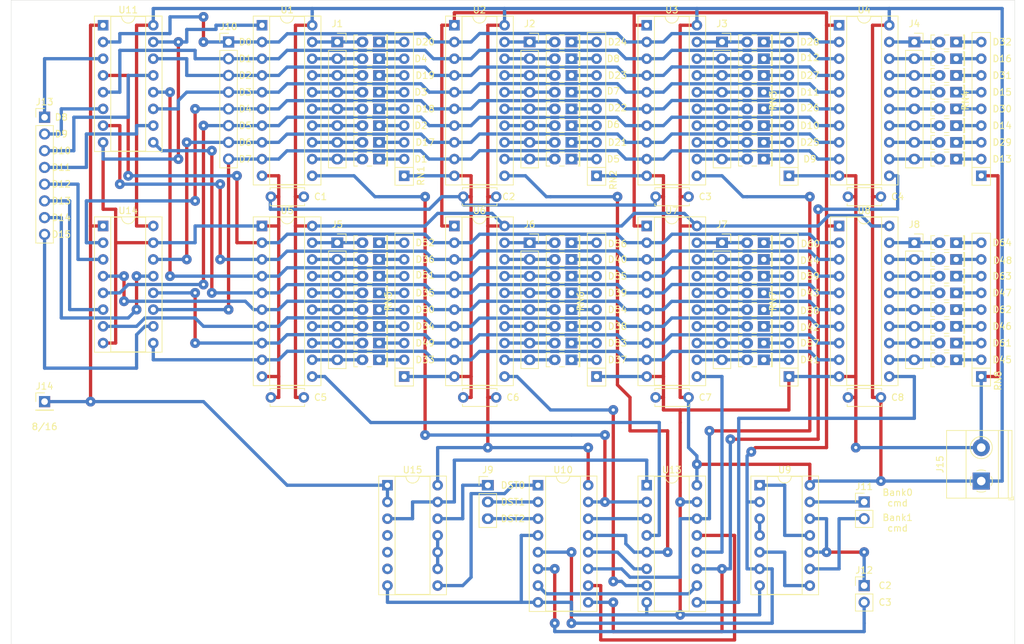
<source format=kicad_pcb>
(kicad_pcb (version 20171130) (host pcbnew "(5.1.8)-1")
  (layers (0 F.Cu signal) (31 B.Cu signal) (34 B.Paste user) (35 F.Paste user) (36 B.SilkS user) (37 F.SilkS user) (38 B.Mask user) (39 F.Mask user) (44 Edge.Cuts user))
  (net 0 "")
  (net 1 VCC)
  (net 2 GND)
  (net 3 "Net-(D1-Pad1)")
  (net 4 "Net-(D1-Pad2)")
  (net 5 "Net-(D2-Pad2)")
  (net 6 "Net-(D2-Pad1)")
  (net 7 "Net-(D3-Pad2)")
  (net 8 "Net-(D3-Pad1)")
  (net 9 "Net-(D4-Pad2)")
  (net 10 "Net-(D4-Pad1)")
  (net 11 "Net-(D5-Pad2)")
  (net 12 "Net-(D5-Pad1)")
  (net 13 "Net-(D6-Pad2)")
  (net 14 "Net-(D6-Pad1)")
  (net 15 "Net-(D7-Pad2)")
  (net 16 "Net-(D7-Pad1)")
  (net 17 "Net-(D8-Pad2)")
  (net 18 "Net-(D8-Pad1)")
  (net 19 "Net-(D9-Pad1)")
  (net 20 "Net-(D9-Pad2)")
  (net 21 "Net-(D10-Pad2)")
  (net 22 "Net-(D10-Pad1)")
  (net 23 "Net-(D11-Pad2)")
  (net 24 "Net-(D11-Pad1)")
  (net 25 "Net-(D12-Pad2)")
  (net 26 "Net-(D12-Pad1)")
  (net 27 "Net-(D13-Pad1)")
  (net 28 "Net-(D13-Pad2)")
  (net 29 "Net-(D14-Pad1)")
  (net 30 "Net-(D14-Pad2)")
  (net 31 "Net-(D15-Pad2)")
  (net 32 "Net-(D15-Pad1)")
  (net 33 "Net-(D16-Pad1)")
  (net 34 "Net-(D16-Pad2)")
  (net 35 "Net-(D17-Pad1)")
  (net 36 "Net-(D17-Pad2)")
  (net 37 "Net-(D18-Pad2)")
  (net 38 "Net-(D18-Pad1)")
  (net 39 "Net-(D19-Pad1)")
  (net 40 "Net-(D19-Pad2)")
  (net 41 "Net-(D20-Pad1)")
  (net 42 "Net-(D20-Pad2)")
  (net 43 "Net-(D21-Pad1)")
  (net 44 "Net-(D21-Pad2)")
  (net 45 "Net-(D22-Pad2)")
  (net 46 "Net-(D22-Pad1)")
  (net 47 "Net-(D23-Pad1)")
  (net 48 "Net-(D23-Pad2)")
  (net 49 "Net-(D24-Pad1)")
  (net 50 "Net-(D24-Pad2)")
  (net 51 "Net-(D25-Pad1)")
  (net 52 "Net-(D25-Pad2)")
  (net 53 "Net-(D26-Pad1)")
  (net 54 "Net-(D26-Pad2)")
  (net 55 "Net-(D27-Pad1)")
  (net 56 "Net-(D27-Pad2)")
  (net 57 "Net-(D28-Pad1)")
  (net 58 "Net-(D28-Pad2)")
  (net 59 "Net-(D29-Pad2)")
  (net 60 "Net-(D29-Pad1)")
  (net 61 "Net-(D30-Pad1)")
  (net 62 "Net-(D30-Pad2)")
  (net 63 "Net-(D31-Pad1)")
  (net 64 "Net-(D31-Pad2)")
  (net 65 "Net-(D32-Pad2)")
  (net 66 "Net-(D32-Pad1)")
  (net 67 "Net-(D33-Pad2)")
  (net 68 "Net-(D33-Pad1)")
  (net 69 "Net-(D34-Pad2)")
  (net 70 "Net-(D34-Pad1)")
  (net 71 "Net-(D35-Pad1)")
  (net 72 "Net-(D35-Pad2)")
  (net 73 "Net-(D36-Pad1)")
  (net 74 "Net-(D36-Pad2)")
  (net 75 "Net-(D37-Pad2)")
  (net 76 "Net-(D37-Pad1)")
  (net 77 "Net-(D38-Pad1)")
  (net 78 "Net-(D38-Pad2)")
  (net 79 "Net-(D39-Pad1)")
  (net 80 "Net-(D39-Pad2)")
  (net 81 "Net-(D40-Pad1)")
  (net 82 "Net-(D40-Pad2)")
  (net 83 "Net-(D41-Pad2)")
  (net 84 "Net-(D41-Pad1)")
  (net 85 "Net-(D42-Pad1)")
  (net 86 "Net-(D42-Pad2)")
  (net 87 "Net-(D43-Pad1)")
  (net 88 "Net-(D43-Pad2)")
  (net 89 "Net-(D44-Pad2)")
  (net 90 "Net-(D44-Pad1)")
  (net 91 "Net-(D45-Pad1)")
  (net 92 "Net-(D45-Pad2)")
  (net 93 "Net-(D46-Pad2)")
  (net 94 "Net-(D46-Pad1)")
  (net 95 "Net-(D47-Pad2)")
  (net 96 "Net-(D47-Pad1)")
  (net 97 "Net-(D48-Pad2)")
  (net 98 "Net-(D48-Pad1)")
  (net 99 "Net-(D49-Pad2)")
  (net 100 "Net-(D49-Pad1)")
  (net 101 "Net-(D50-Pad2)")
  (net 102 "Net-(D50-Pad1)")
  (net 103 "Net-(D51-Pad2)")
  (net 104 "Net-(D51-Pad1)")
  (net 105 "Net-(D52-Pad2)")
  (net 106 "Net-(D52-Pad1)")
  (net 107 "Net-(D53-Pad2)")
  (net 108 "Net-(D53-Pad1)")
  (net 109 "Net-(D54-Pad1)")
  (net 110 "Net-(D54-Pad2)")
  (net 111 "Net-(D55-Pad2)")
  (net 112 "Net-(D55-Pad1)")
  (net 113 "Net-(D56-Pad2)")
  (net 114 "Net-(D56-Pad1)")
  (net 115 "Net-(D57-Pad1)")
  (net 116 "Net-(D57-Pad2)")
  (net 117 "Net-(D58-Pad2)")
  (net 118 "Net-(D58-Pad1)")
  (net 119 "Net-(D59-Pad1)")
  (net 120 "Net-(D59-Pad2)")
  (net 121 "Net-(D60-Pad2)")
  (net 122 "Net-(D60-Pad1)")
  (net 123 "Net-(D61-Pad1)")
  (net 124 "Net-(D61-Pad2)")
  (net 125 "Net-(D62-Pad1)")
  (net 126 "Net-(D62-Pad2)")
  (net 127 "Net-(D63-Pad1)")
  (net 128 "Net-(D63-Pad2)")
  (net 129 "Net-(D64-Pad1)")
  (net 130 "Net-(D64-Pad2)")
  (net 131 /DST0)
  (net 132 /DST1)
  (net 133 /DST2)
  (net 134 /D0)
  (net 135 /D1)
  (net 136 /D2)
  (net 137 /D3)
  (net 138 /D4)
  (net 139 /D5)
  (net 140 /D6)
  (net 141 /D7)
  (net 142 /Bank0-cmd)
  (net 143 /Bank1-cmd)
  (net 144 /C3)
  (net 145 /C2)
  (net 146 /D15)
  (net 147 /D14)
  (net 148 /D13)
  (net 149 /D12)
  (net 150 /D11)
  (net 151 /D10)
  (net 152 /D9)
  (net 153 /D8)
  (net 154 /8\16)
  (net 155 /L0)
  (net 156 /L2)
  (net 157 /~Bank0)
  (net 158 /L4)
  (net 159 /L6)
  (net 160 /L1)
  (net 161 /DH0)
  (net 162 /DH1)
  (net 163 /DH2)
  (net 164 /DH3)
  (net 165 /DH4)
  (net 166 /DH5)
  (net 167 /DH6)
  (net 168 /DH7)
  (net 169 /L3)
  (net 170 /L5)
  (net 171 /L7)
  (net 172 "Net-(U9-Pad1)")
  (net 173 "Net-(U9-Pad5)")
  (net 174 /~Bank1)
  (net 175 "Net-(U10-Pad7)")
  (net 176 "Net-(U10-Pad14)")
  (net 177 "Net-(U10-Pad12)")
  (net 178 "Net-(U10-Pad10)")
  (net 179 "Net-(U10-Pad1)")
  (net 180 "Net-(U13-Pad1)")
  (net 181 "Net-(U15-Pad10)")
  (module Package_DIP:DIP-14_W7.62mm_Socket (layer F.Cu) (at 86.36 105.41)
    (fp_text reference U15 (at 3.81 -2.33) (layer F.SilkS))
    (fp_text value 74LS00)
    (pad 1 thru_hole rect (at 0 0) (size 1.6 1.6) (drill 0.8) (layers *.Cu *.Mask) (net 154 /8\16))
    (pad 8 thru_hole oval (at 7.62 15.24) (size 1.6 1.6) (drill 0.8) (layers *.Cu *.Mask) (net 179 "Net-(U10-Pad1)"))
    (pad 2 thru_hole oval (at 0 2.54) (size 1.6 1.6) (drill 0.8) (layers *.Cu *.Mask) (net 154 /8\16))
    (pad 9 thru_hole oval (at 7.62 12.7) (size 1.6 1.6) (drill 0.8) (layers *.Cu *.Mask) (net 181 "Net-(U15-Pad10)"))
    (pad 3 thru_hole oval (at 0 5.08) (size 1.6 1.6) (drill 0.8) (layers *.Cu *.Mask) (net 180 "Net-(U13-Pad1)"))
    (pad 10 thru_hole oval (at 7.62 10.16) (size 1.6 1.6) (drill 0.8) (layers *.Cu *.Mask) (net 181 "Net-(U15-Pad10)"))
    (pad 4 thru_hole oval (at 0 7.62) (size 1.6 1.6) (drill 0.8) (layers *.Cu *.Mask))
    (pad 11 thru_hole oval (at 7.62 7.62) (size 1.6 1.6) (drill 0.8) (layers *.Cu *.Mask) (net 181 "Net-(U15-Pad10)"))
    (pad 5 thru_hole oval (at 0 10.16) (size 1.6 1.6) (drill 0.8) (layers *.Cu *.Mask))
    (pad 12 thru_hole oval (at 7.62 5.08) (size 1.6 1.6) (drill 0.8) (layers *.Cu *.Mask) (net 131 /DST0))
    (pad 6 thru_hole oval (at 0 12.7) (size 1.6 1.6) (drill 0.8) (layers *.Cu *.Mask))
    (pad 13 thru_hole oval (at 7.62 2.54) (size 1.6 1.6) (drill 0.8) (layers *.Cu *.Mask) (net 180 "Net-(U13-Pad1)"))
    (pad 7 thru_hole oval (at 0 15.24) (size 1.6 1.6) (drill 0.8) (layers *.Cu *.Mask) (net 2 GND))
    (pad 14 thru_hole oval (at 7.62 0) (size 1.6 1.6) (drill 0.8) (layers *.Cu *.Mask) (net 1 VCC))
  )
  (module Capacitor_THT:C_Disc_D5.0mm_W2.5mm_P5.00mm (layer F.Cu) (at 73.66 61.595 180)
    (fp_text reference C1 (at -2.54 0) (layer F.SilkS))
    (fp_text value 0.1uF)
    (pad 1 thru_hole circle (at 0 0 180) (size 1.6 1.6) (drill 0.8) (layers *.Cu *.Mask) (net 1 VCC))
    (pad 2 thru_hole circle (at 5 0 180) (size 1.6 1.6) (drill 0.8) (layers *.Cu *.Mask) (net 2 GND))
  )
  (module Capacitor_THT:C_Disc_D5.0mm_W2.5mm_P5.00mm (layer F.Cu) (at 102.87 61.595 180)
    (fp_text reference C2 (at -1.905 0) (layer F.SilkS))
    (fp_text value 0.1uF)
    (pad 2 thru_hole circle (at 5 0 180) (size 1.6 1.6) (drill 0.8) (layers *.Cu *.Mask) (net 2 GND))
    (pad 1 thru_hole circle (at 0 0 180) (size 1.6 1.6) (drill 0.8) (layers *.Cu *.Mask) (net 1 VCC))
  )
  (module Capacitor_THT:C_Disc_D5.0mm_W2.5mm_P5.00mm (layer F.Cu) (at 132.08 61.595 180)
    (fp_text reference C3 (at -2.54 0) (layer F.SilkS))
    (fp_text value 0.1uF)
    (pad 1 thru_hole circle (at 0 0 180) (size 1.6 1.6) (drill 0.8) (layers *.Cu *.Mask) (net 1 VCC))
    (pad 2 thru_hole circle (at 5 0 180) (size 1.6 1.6) (drill 0.8) (layers *.Cu *.Mask) (net 2 GND))
  )
  (module Capacitor_THT:C_Disc_D5.0mm_W2.5mm_P5.00mm (layer F.Cu) (at 161.29 61.595 180)
    (fp_text reference C4 (at -2.54 0) (layer F.SilkS))
    (fp_text value 0.1uF)
    (pad 2 thru_hole circle (at 5 0 180) (size 1.6 1.6) (drill 0.8) (layers *.Cu *.Mask) (net 2 GND))
    (pad 1 thru_hole circle (at 0 0 180) (size 1.6 1.6) (drill 0.8) (layers *.Cu *.Mask) (net 1 VCC))
  )
  (module Capacitor_THT:C_Disc_D5.0mm_W2.5mm_P5.00mm (layer F.Cu) (at 73.66 92.075 180)
    (fp_text reference C5 (at -2.54 0) (layer F.SilkS))
    (fp_text value 0.1uF)
    (pad 1 thru_hole circle (at 0 0 180) (size 1.6 1.6) (drill 0.8) (layers *.Cu *.Mask) (net 1 VCC))
    (pad 2 thru_hole circle (at 5 0 180) (size 1.6 1.6) (drill 0.8) (layers *.Cu *.Mask) (net 2 GND))
  )
  (module Capacitor_THT:C_Disc_D5.0mm_W2.5mm_P5.00mm (layer F.Cu) (at 102.87 92.075 180)
    (fp_text reference C6 (at -2.54 0) (layer F.SilkS))
    (fp_text value 0.1uF)
    (pad 2 thru_hole circle (at 5 0 180) (size 1.6 1.6) (drill 0.8) (layers *.Cu *.Mask) (net 2 GND))
    (pad 1 thru_hole circle (at 0 0 180) (size 1.6 1.6) (drill 0.8) (layers *.Cu *.Mask) (net 1 VCC))
  )
  (module Capacitor_THT:C_Disc_D5.0mm_W2.5mm_P5.00mm (layer F.Cu) (at 132.08 92.075 180)
    (fp_text reference C7 (at -2.54 0) (layer F.SilkS))
    (fp_text value 0.1uF)
    (pad 1 thru_hole circle (at 0 0 180) (size 1.6 1.6) (drill 0.8) (layers *.Cu *.Mask) (net 1 VCC))
    (pad 2 thru_hole circle (at 5 0 180) (size 1.6 1.6) (drill 0.8) (layers *.Cu *.Mask) (net 2 GND))
  )
  (module Capacitor_THT:C_Disc_D5.0mm_W2.5mm_P5.00mm (layer F.Cu) (at 161.29 92.075 180)
    (fp_text reference C8 (at -2.54 0) (layer F.SilkS))
    (fp_text value 0.1uF)
    (pad 2 thru_hole circle (at 5 0 180) (size 1.6 1.6) (drill 0.8) (layers *.Cu *.Mask) (net 2 GND))
    (pad 1 thru_hole circle (at 0 0 180) (size 1.6 1.6) (drill 0.8) (layers *.Cu *.Mask) (net 1 VCC))
  )
  (module LED_THT:LED_Rectangular_W5.0mm_H2.0mm (layer F.Cu) (at 85.09 55.88 180)
    (fp_text reference D1 (at -6.35 0) (layer F.SilkS))
    (fp_text value LED)
    (pad 1 thru_hole rect (at 0 0 180) (size 1.8 1.6) (drill 0.8) (layers *.Cu *.Mask) (net 3 "Net-(D1-Pad1)"))
    (pad 2 thru_hole oval (at 2.54 0 180) (size 1.8 1.6) (drill 0.8) (layers *.Cu *.Mask) (net 4 "Net-(D1-Pad2)"))
  )
  (module LED_THT:LED_Rectangular_W5.0mm_H2.0mm (layer F.Cu) (at 85.09 50.8 180)
    (fp_text reference D2 (at -6.35 0) (layer F.SilkS))
    (fp_text value LED)
    (pad 2 thru_hole oval (at 2.54 0 180) (size 1.8 1.6) (drill 0.8) (layers *.Cu *.Mask) (net 5 "Net-(D2-Pad2)"))
    (pad 1 thru_hole rect (at 0 0 180) (size 1.8 1.6) (drill 0.8) (layers *.Cu *.Mask) (net 6 "Net-(D2-Pad1)"))
  )
  (module LED_THT:LED_Rectangular_W5.0mm_H2.0mm (layer F.Cu) (at 85.09 45.72 180)
    (fp_text reference D3 (at -6.35 0) (layer F.SilkS))
    (fp_text value LED)
    (pad 2 thru_hole oval (at 2.54 0 180) (size 1.8 1.6) (drill 0.8) (layers *.Cu *.Mask) (net 7 "Net-(D3-Pad2)"))
    (pad 1 thru_hole rect (at 0 0 180) (size 1.8 1.6) (drill 0.8) (layers *.Cu *.Mask) (net 8 "Net-(D3-Pad1)"))
  )
  (module LED_THT:LED_Rectangular_W5.0mm_H2.0mm (layer F.Cu) (at 85.09 40.64 180)
    (fp_text reference D4 (at -6.35 0) (layer F.SilkS))
    (fp_text value LED)
    (pad 2 thru_hole oval (at 2.54 0 180) (size 1.8 1.6) (drill 0.8) (layers *.Cu *.Mask) (net 9 "Net-(D4-Pad2)"))
    (pad 1 thru_hole rect (at 0 0 180) (size 1.8 1.6) (drill 0.8) (layers *.Cu *.Mask) (net 10 "Net-(D4-Pad1)"))
  )
  (module LED_THT:LED_Rectangular_W5.0mm_H2.0mm (layer F.Cu) (at 114.3 55.88 180)
    (fp_text reference D5 (at -6.35 0) (layer F.SilkS))
    (fp_text value LED)
    (pad 2 thru_hole oval (at 2.54 0 180) (size 1.8 1.6) (drill 0.8) (layers *.Cu *.Mask) (net 11 "Net-(D5-Pad2)"))
    (pad 1 thru_hole rect (at 0 0 180) (size 1.8 1.6) (drill 0.8) (layers *.Cu *.Mask) (net 12 "Net-(D5-Pad1)"))
  )
  (module LED_THT:LED_Rectangular_W5.0mm_H2.0mm (layer F.Cu) (at 114.3 50.8 180)
    (fp_text reference D6 (at -6.35 0.16) (layer F.SilkS))
    (fp_text value LED)
    (pad 2 thru_hole oval (at 2.54 0 180) (size 1.8 1.6) (drill 0.8) (layers *.Cu *.Mask) (net 13 "Net-(D6-Pad2)"))
    (pad 1 thru_hole rect (at 0 0 180) (size 1.8 1.6) (drill 0.8) (layers *.Cu *.Mask) (net 14 "Net-(D6-Pad1)"))
  )
  (module LED_THT:LED_Rectangular_W5.0mm_H2.0mm (layer F.Cu) (at 114.3 45.72 180)
    (fp_text reference D7 (at -6.35 0.16) (layer F.SilkS))
    (fp_text value LED)
    (pad 2 thru_hole oval (at 2.54 0 180) (size 1.8 1.6) (drill 0.8) (layers *.Cu *.Mask) (net 15 "Net-(D7-Pad2)"))
    (pad 1 thru_hole rect (at 0 0 180) (size 1.8 1.6) (drill 0.8) (layers *.Cu *.Mask) (net 16 "Net-(D7-Pad1)"))
  )
  (module LED_THT:LED_Rectangular_W5.0mm_H2.0mm (layer F.Cu) (at 114.3 40.64 180)
    (fp_text reference D8 (at -6.35 0) (layer F.SilkS))
    (fp_text value LED)
    (pad 2 thru_hole oval (at 2.54 0 180) (size 1.8 1.6) (drill 0.8) (layers *.Cu *.Mask) (net 17 "Net-(D8-Pad2)"))
    (pad 1 thru_hole rect (at 0 0 180) (size 1.8 1.6) (drill 0.8) (layers *.Cu *.Mask) (net 18 "Net-(D8-Pad1)"))
  )
  (module LED_THT:LED_Rectangular_W5.0mm_H2.0mm (layer F.Cu) (at 143.51 55.88 180)
    (fp_text reference D9 (at -6.985 0) (layer F.SilkS))
    (fp_text value LED)
    (pad 1 thru_hole rect (at 0 0 180) (size 1.8 1.6) (drill 0.8) (layers *.Cu *.Mask) (net 19 "Net-(D9-Pad1)"))
    (pad 2 thru_hole oval (at 2.54 0 180) (size 1.8 1.6) (drill 0.8) (layers *.Cu *.Mask) (net 20 "Net-(D9-Pad2)"))
  )
  (module LED_THT:LED_Rectangular_W5.0mm_H2.0mm (layer F.Cu) (at 143.51 50.8 180)
    (fp_text reference D10 (at -6.985 0) (layer F.SilkS))
    (fp_text value LED)
    (pad 2 thru_hole oval (at 2.54 0 180) (size 1.8 1.6) (drill 0.8) (layers *.Cu *.Mask) (net 21 "Net-(D10-Pad2)"))
    (pad 1 thru_hole rect (at 0 0 180) (size 1.8 1.6) (drill 0.8) (layers *.Cu *.Mask) (net 22 "Net-(D10-Pad1)"))
  )
  (module LED_THT:LED_Rectangular_W5.0mm_H2.0mm (layer F.Cu) (at 143.51 45.72 180)
    (fp_text reference D11 (at -6.985 0) (layer F.SilkS))
    (fp_text value LED)
    (pad 2 thru_hole oval (at 2.54 0 180) (size 1.8 1.6) (drill 0.8) (layers *.Cu *.Mask) (net 23 "Net-(D11-Pad2)"))
    (pad 1 thru_hole rect (at 0 0 180) (size 1.8 1.6) (drill 0.8) (layers *.Cu *.Mask) (net 24 "Net-(D11-Pad1)"))
  )
  (module LED_THT:LED_Rectangular_W5.0mm_H2.0mm (layer F.Cu) (at 143.51 40.64 180)
    (fp_text reference D12 (at -6.985 0.16) (layer F.SilkS))
    (fp_text value LED)
    (pad 2 thru_hole oval (at 2.54 0 180) (size 1.8 1.6) (drill 0.8) (layers *.Cu *.Mask) (net 25 "Net-(D12-Pad2)"))
    (pad 1 thru_hole rect (at 0 0 180) (size 1.8 1.6) (drill 0.8) (layers *.Cu *.Mask) (net 26 "Net-(D12-Pad1)"))
  )
  (module LED_THT:LED_Rectangular_W5.0mm_H2.0mm (layer F.Cu) (at 172.72 55.88 180)
    (fp_text reference D13 (at -6.985 0) (layer F.SilkS))
    (fp_text value LED)
    (pad 1 thru_hole rect (at 0 0 180) (size 1.8 1.6) (drill 0.8) (layers *.Cu *.Mask) (net 27 "Net-(D13-Pad1)"))
    (pad 2 thru_hole oval (at 2.54 0 180) (size 1.8 1.6) (drill 0.8) (layers *.Cu *.Mask) (net 28 "Net-(D13-Pad2)"))
  )
  (module LED_THT:LED_Rectangular_W5.0mm_H2.0mm (layer F.Cu) (at 172.72 50.8 180)
    (fp_text reference D14 (at -6.985 0) (layer F.SilkS))
    (fp_text value LED)
    (pad 1 thru_hole rect (at 0 0 180) (size 1.8 1.6) (drill 0.8) (layers *.Cu *.Mask) (net 29 "Net-(D14-Pad1)"))
    (pad 2 thru_hole oval (at 2.54 0 180) (size 1.8 1.6) (drill 0.8) (layers *.Cu *.Mask) (net 30 "Net-(D14-Pad2)"))
  )
  (module LED_THT:LED_Rectangular_W5.0mm_H2.0mm (layer F.Cu) (at 172.72 45.72 180)
    (fp_text reference D15 (at -6.985 0) (layer F.SilkS))
    (fp_text value LED)
    (pad 2 thru_hole oval (at 2.54 0 180) (size 1.8 1.6) (drill 0.8) (layers *.Cu *.Mask) (net 31 "Net-(D15-Pad2)"))
    (pad 1 thru_hole rect (at 0 0 180) (size 1.8 1.6) (drill 0.8) (layers *.Cu *.Mask) (net 32 "Net-(D15-Pad1)"))
  )
  (module LED_THT:LED_Rectangular_W5.0mm_H2.0mm (layer F.Cu) (at 172.72 40.64 180)
    (fp_text reference D16 (at -6.985 0) (layer F.SilkS))
    (fp_text value LED)
    (pad 1 thru_hole rect (at 0 0 180) (size 1.8 1.6) (drill 0.8) (layers *.Cu *.Mask) (net 33 "Net-(D16-Pad1)"))
    (pad 2 thru_hole oval (at 2.54 0 180) (size 1.8 1.6) (drill 0.8) (layers *.Cu *.Mask) (net 34 "Net-(D16-Pad2)"))
  )
  (module LED_THT:LED_Rectangular_W5.0mm_H2.0mm (layer F.Cu) (at 85.09 53.34 180)
    (fp_text reference D17 (at -6.985 0) (layer F.SilkS))
    (fp_text value LED)
    (pad 1 thru_hole rect (at 0 0 180) (size 1.8 1.6) (drill 0.8) (layers *.Cu *.Mask) (net 35 "Net-(D17-Pad1)"))
    (pad 2 thru_hole oval (at 2.54 0 180) (size 1.8 1.6) (drill 0.8) (layers *.Cu *.Mask) (net 36 "Net-(D17-Pad2)"))
  )
  (module LED_THT:LED_Rectangular_W5.0mm_H2.0mm (layer F.Cu) (at 85.09 48.26 180)
    (fp_text reference D18 (at -6.985 0) (layer F.SilkS))
    (fp_text value LED)
    (pad 2 thru_hole oval (at 2.54 0 180) (size 1.8 1.6) (drill 0.8) (layers *.Cu *.Mask) (net 37 "Net-(D18-Pad2)"))
    (pad 1 thru_hole rect (at 0 0 180) (size 1.8 1.6) (drill 0.8) (layers *.Cu *.Mask) (net 38 "Net-(D18-Pad1)"))
  )
  (module LED_THT:LED_Rectangular_W5.0mm_H2.0mm (layer F.Cu) (at 85.09 43.18 180)
    (fp_text reference D19 (at -6.985 0) (layer F.SilkS))
    (fp_text value LED)
    (pad 1 thru_hole rect (at 0 0 180) (size 1.8 1.6) (drill 0.8) (layers *.Cu *.Mask) (net 39 "Net-(D19-Pad1)"))
    (pad 2 thru_hole oval (at 2.54 0 180) (size 1.8 1.6) (drill 0.8) (layers *.Cu *.Mask) (net 40 "Net-(D19-Pad2)"))
  )
  (module LED_THT:LED_Rectangular_W5.0mm_H2.0mm (layer F.Cu) (at 85.09 38.1 180)
    (fp_text reference D20 (at -6.985 0) (layer F.SilkS))
    (fp_text value LED)
    (pad 1 thru_hole rect (at 0 0 180) (size 1.8 1.6) (drill 0.8) (layers *.Cu *.Mask) (net 41 "Net-(D20-Pad1)"))
    (pad 2 thru_hole oval (at 2.54 0 180) (size 1.8 1.6) (drill 0.8) (layers *.Cu *.Mask) (net 42 "Net-(D20-Pad2)"))
  )
  (module LED_THT:LED_Rectangular_W5.0mm_H2.0mm (layer F.Cu) (at 114.3 53.34 180)
    (fp_text reference D21 (at -6.985 0) (layer F.SilkS))
    (fp_text value LED)
    (pad 1 thru_hole rect (at 0 0 180) (size 1.8 1.6) (drill 0.8) (layers *.Cu *.Mask) (net 43 "Net-(D21-Pad1)"))
    (pad 2 thru_hole oval (at 2.54 0 180) (size 1.8 1.6) (drill 0.8) (layers *.Cu *.Mask) (net 44 "Net-(D21-Pad2)"))
  )
  (module LED_THT:LED_Rectangular_W5.0mm_H2.0mm (layer F.Cu) (at 114.3 48.26 180)
    (fp_text reference D22 (at -6.985 0.16) (layer F.SilkS))
    (fp_text value LED)
    (pad 2 thru_hole oval (at 2.54 0 180) (size 1.8 1.6) (drill 0.8) (layers *.Cu *.Mask) (net 45 "Net-(D22-Pad2)"))
    (pad 1 thru_hole rect (at 0 0 180) (size 1.8 1.6) (drill 0.8) (layers *.Cu *.Mask) (net 46 "Net-(D22-Pad1)"))
  )
  (module LED_THT:LED_Rectangular_W5.0mm_H2.0mm (layer F.Cu) (at 114.3 43.18 180)
    (fp_text reference D23 (at -6.985 0) (layer F.SilkS))
    (fp_text value LED)
    (pad 1 thru_hole rect (at 0 0 180) (size 1.8 1.6) (drill 0.8) (layers *.Cu *.Mask) (net 47 "Net-(D23-Pad1)"))
    (pad 2 thru_hole oval (at 2.54 0 180) (size 1.8 1.6) (drill 0.8) (layers *.Cu *.Mask) (net 48 "Net-(D23-Pad2)"))
  )
  (module LED_THT:LED_Rectangular_W5.0mm_H2.0mm (layer F.Cu) (at 114.3 38.1 180)
    (fp_text reference D24 (at -6.985 0) (layer F.SilkS))
    (fp_text value LED)
    (pad 1 thru_hole rect (at 0 0 180) (size 1.8 1.6) (drill 0.8) (layers *.Cu *.Mask) (net 49 "Net-(D24-Pad1)"))
    (pad 2 thru_hole oval (at 2.54 0 180) (size 1.8 1.6) (drill 0.8) (layers *.Cu *.Mask) (net 50 "Net-(D24-Pad2)"))
  )
  (module LED_THT:LED_Rectangular_W5.0mm_H2.0mm (layer F.Cu) (at 143.51 53.34 180)
    (fp_text reference D25 (at -6.985 0) (layer F.SilkS))
    (fp_text value LED)
    (pad 1 thru_hole rect (at 0 0 180) (size 1.8 1.6) (drill 0.8) (layers *.Cu *.Mask) (net 51 "Net-(D25-Pad1)"))
    (pad 2 thru_hole oval (at 2.54 0 180) (size 1.8 1.6) (drill 0.8) (layers *.Cu *.Mask) (net 52 "Net-(D25-Pad2)"))
  )
  (module LED_THT:LED_Rectangular_W5.0mm_H2.0mm (layer F.Cu) (at 143.51 48.26 180)
    (fp_text reference D26 (at -6.985 0.16) (layer F.SilkS))
    (fp_text value LED)
    (pad 1 thru_hole rect (at 0 0 180) (size 1.8 1.6) (drill 0.8) (layers *.Cu *.Mask) (net 53 "Net-(D26-Pad1)"))
    (pad 2 thru_hole oval (at 2.54 0 180) (size 1.8 1.6) (drill 0.8) (layers *.Cu *.Mask) (net 54 "Net-(D26-Pad2)"))
  )
  (module LED_THT:LED_Rectangular_W5.0mm_H2.0mm (layer F.Cu) (at 143.51 43.18 180)
    (fp_text reference D27 (at -6.985 0) (layer F.SilkS))
    (fp_text value LED)
    (pad 1 thru_hole rect (at 0 0 180) (size 1.8 1.6) (drill 0.8) (layers *.Cu *.Mask) (net 55 "Net-(D27-Pad1)"))
    (pad 2 thru_hole oval (at 2.54 0 180) (size 1.8 1.6) (drill 0.8) (layers *.Cu *.Mask) (net 56 "Net-(D27-Pad2)"))
  )
  (module LED_THT:LED_Rectangular_W5.0mm_H2.0mm (layer F.Cu) (at 143.51 38.1 180)
    (fp_text reference D28 (at -6.985 0) (layer F.SilkS))
    (fp_text value LED)
    (pad 1 thru_hole rect (at 0 0 180) (size 1.8 1.6) (drill 0.8) (layers *.Cu *.Mask) (net 57 "Net-(D28-Pad1)"))
    (pad 2 thru_hole oval (at 2.54 0 180) (size 1.8 1.6) (drill 0.8) (layers *.Cu *.Mask) (net 58 "Net-(D28-Pad2)"))
  )
  (module LED_THT:LED_Rectangular_W5.0mm_H2.0mm (layer F.Cu) (at 172.72 53.34 180)
    (fp_text reference D29 (at -6.985 0) (layer F.SilkS))
    (fp_text value LED)
    (pad 2 thru_hole oval (at 2.54 0 180) (size 1.8 1.6) (drill 0.8) (layers *.Cu *.Mask) (net 59 "Net-(D29-Pad2)"))
    (pad 1 thru_hole rect (at 0 0 180) (size 1.8 1.6) (drill 0.8) (layers *.Cu *.Mask) (net 60 "Net-(D29-Pad1)"))
  )
  (module LED_THT:LED_Rectangular_W5.0mm_H2.0mm (layer F.Cu) (at 172.72 48.26 180)
    (fp_text reference D30 (at -6.985 0) (layer F.SilkS))
    (fp_text value LED)
    (pad 1 thru_hole rect (at 0 0 180) (size 1.8 1.6) (drill 0.8) (layers *.Cu *.Mask) (net 61 "Net-(D30-Pad1)"))
    (pad 2 thru_hole oval (at 2.54 0 180) (size 1.8 1.6) (drill 0.8) (layers *.Cu *.Mask) (net 62 "Net-(D30-Pad2)"))
  )
  (module LED_THT:LED_Rectangular_W5.0mm_H2.0mm (layer F.Cu) (at 172.72 43.18 180)
    (fp_text reference D31 (at -6.985 0) (layer F.SilkS))
    (fp_text value LED)
    (pad 1 thru_hole rect (at 0 0 180) (size 1.8 1.6) (drill 0.8) (layers *.Cu *.Mask) (net 63 "Net-(D31-Pad1)"))
    (pad 2 thru_hole oval (at 2.54 0 180) (size 1.8 1.6) (drill 0.8) (layers *.Cu *.Mask) (net 64 "Net-(D31-Pad2)"))
  )
  (module LED_THT:LED_Rectangular_W5.0mm_H2.0mm (layer F.Cu) (at 172.72 38.1 180)
    (fp_text reference D32 (at -6.985 0) (layer F.SilkS))
    (fp_text value LED)
    (pad 2 thru_hole oval (at 2.54 0 180) (size 1.8 1.6) (drill 0.8) (layers *.Cu *.Mask) (net 65 "Net-(D32-Pad2)"))
    (pad 1 thru_hole rect (at 0 0 180) (size 1.8 1.6) (drill 0.8) (layers *.Cu *.Mask) (net 66 "Net-(D32-Pad1)"))
  )
  (module LED_THT:LED_Rectangular_W5.0mm_H2.0mm (layer F.Cu) (at 85.09 86.36 180)
    (fp_text reference D33 (at -6.985 0) (layer F.SilkS))
    (fp_text value LED)
    (pad 2 thru_hole oval (at 2.54 0 180) (size 1.8 1.6) (drill 0.8) (layers *.Cu *.Mask) (net 67 "Net-(D33-Pad2)"))
    (pad 1 thru_hole rect (at 0 0 180) (size 1.8 1.6) (drill 0.8) (layers *.Cu *.Mask) (net 68 "Net-(D33-Pad1)"))
  )
  (module LED_THT:LED_Rectangular_W5.0mm_H2.0mm (layer F.Cu) (at 85.09 81.28 180)
    (fp_text reference D34 (at -6.985 0) (layer F.SilkS))
    (fp_text value LED)
    (pad 2 thru_hole oval (at 2.54 0 180) (size 1.8 1.6) (drill 0.8) (layers *.Cu *.Mask) (net 69 "Net-(D34-Pad2)"))
    (pad 1 thru_hole rect (at 0 0 180) (size 1.8 1.6) (drill 0.8) (layers *.Cu *.Mask) (net 70 "Net-(D34-Pad1)"))
  )
  (module LED_THT:LED_Rectangular_W5.0mm_H2.0mm (layer F.Cu) (at 85.09 76.2 180)
    (fp_text reference D35 (at -6.985 0) (layer F.SilkS))
    (fp_text value LED)
    (pad 1 thru_hole rect (at 0 0 180) (size 1.8 1.6) (drill 0.8) (layers *.Cu *.Mask) (net 71 "Net-(D35-Pad1)"))
    (pad 2 thru_hole oval (at 2.54 0 180) (size 1.8 1.6) (drill 0.8) (layers *.Cu *.Mask) (net 72 "Net-(D35-Pad2)"))
  )
  (module LED_THT:LED_Rectangular_W5.0mm_H2.0mm (layer F.Cu) (at 85.09 71.12 180)
    (fp_text reference D36 (at -6.985 0) (layer F.SilkS))
    (fp_text value LED)
    (pad 1 thru_hole rect (at 0 0 180) (size 1.8 1.6) (drill 0.8) (layers *.Cu *.Mask) (net 73 "Net-(D36-Pad1)"))
    (pad 2 thru_hole oval (at 2.54 0 180) (size 1.8 1.6) (drill 0.8) (layers *.Cu *.Mask) (net 74 "Net-(D36-Pad2)"))
  )
  (module LED_THT:LED_Rectangular_W5.0mm_H2.0mm (layer F.Cu) (at 114.3 86.36 180)
    (fp_text reference D37 (at -6.985 0) (layer F.SilkS))
    (fp_text value LED)
    (pad 2 thru_hole oval (at 2.54 0 180) (size 1.8 1.6) (drill 0.8) (layers *.Cu *.Mask) (net 75 "Net-(D37-Pad2)"))
    (pad 1 thru_hole rect (at 0 0 180) (size 1.8 1.6) (drill 0.8) (layers *.Cu *.Mask) (net 76 "Net-(D37-Pad1)"))
  )
  (module LED_THT:LED_Rectangular_W5.0mm_H2.0mm (layer F.Cu) (at 114.3 81.28 180)
    (fp_text reference D38 (at -6.985 0) (layer F.SilkS))
    (fp_text value LED)
    (pad 1 thru_hole rect (at 0 0 180) (size 1.8 1.6) (drill 0.8) (layers *.Cu *.Mask) (net 77 "Net-(D38-Pad1)"))
    (pad 2 thru_hole oval (at 2.54 0 180) (size 1.8 1.6) (drill 0.8) (layers *.Cu *.Mask) (net 78 "Net-(D38-Pad2)"))
  )
  (module LED_THT:LED_Rectangular_W5.0mm_H2.0mm (layer F.Cu) (at 114.3 76.2 180)
    (fp_text reference D39 (at -6.985 0) (layer F.SilkS))
    (fp_text value LED)
    (pad 1 thru_hole rect (at 0 0 180) (size 1.8 1.6) (drill 0.8) (layers *.Cu *.Mask) (net 79 "Net-(D39-Pad1)"))
    (pad 2 thru_hole oval (at 2.54 0 180) (size 1.8 1.6) (drill 0.8) (layers *.Cu *.Mask) (net 80 "Net-(D39-Pad2)"))
  )
  (module LED_THT:LED_Rectangular_W5.0mm_H2.0mm (layer F.Cu) (at 114.3 71.12 180)
    (fp_text reference D40 (at -6.985 0) (layer F.SilkS))
    (fp_text value LED)
    (pad 1 thru_hole rect (at 0 0 180) (size 1.8 1.6) (drill 0.8) (layers *.Cu *.Mask) (net 81 "Net-(D40-Pad1)"))
    (pad 2 thru_hole oval (at 2.54 0 180) (size 1.8 1.6) (drill 0.8) (layers *.Cu *.Mask) (net 82 "Net-(D40-Pad2)"))
  )
  (module LED_THT:LED_Rectangular_W5.0mm_H2.0mm (layer F.Cu) (at 143.51 86.36 180)
    (fp_text reference D41 (at -6.985 0) (layer F.SilkS))
    (fp_text value LED)
    (pad 2 thru_hole oval (at 2.54 0 180) (size 1.8 1.6) (drill 0.8) (layers *.Cu *.Mask) (net 83 "Net-(D41-Pad2)"))
    (pad 1 thru_hole rect (at 0 0 180) (size 1.8 1.6) (drill 0.8) (layers *.Cu *.Mask) (net 84 "Net-(D41-Pad1)"))
  )
  (module LED_THT:LED_Rectangular_W5.0mm_H2.0mm (layer F.Cu) (at 143.51 81.28 180)
    (fp_text reference D42 (at -6.985 -0.16) (layer F.SilkS))
    (fp_text value LED)
    (pad 1 thru_hole rect (at 0 0 180) (size 1.8 1.6) (drill 0.8) (layers *.Cu *.Mask) (net 85 "Net-(D42-Pad1)"))
    (pad 2 thru_hole oval (at 2.54 0 180) (size 1.8 1.6) (drill 0.8) (layers *.Cu *.Mask) (net 86 "Net-(D42-Pad2)"))
  )
  (module LED_THT:LED_Rectangular_W5.0mm_H2.0mm (layer F.Cu) (at 143.51 76.2 180)
    (fp_text reference D43 (at -6.985 0) (layer F.SilkS))
    (fp_text value LED)
    (pad 1 thru_hole rect (at 0 0 180) (size 1.8 1.6) (drill 0.8) (layers *.Cu *.Mask) (net 87 "Net-(D43-Pad1)"))
    (pad 2 thru_hole oval (at 2.54 0 180) (size 1.8 1.6) (drill 0.8) (layers *.Cu *.Mask) (net 88 "Net-(D43-Pad2)"))
  )
  (module LED_THT:LED_Rectangular_W5.0mm_H2.0mm (layer F.Cu) (at 143.51 71.12 180)
    (fp_text reference D44 (at -6.985 -0.16) (layer F.SilkS))
    (fp_text value LED)
    (pad 2 thru_hole oval (at 2.54 0 180) (size 1.8 1.6) (drill 0.8) (layers *.Cu *.Mask) (net 89 "Net-(D44-Pad2)"))
    (pad 1 thru_hole rect (at 0 0 180) (size 1.8 1.6) (drill 0.8) (layers *.Cu *.Mask) (net 90 "Net-(D44-Pad1)"))
  )
  (module LED_THT:LED_Rectangular_W5.0mm_H2.0mm (layer F.Cu) (at 172.72 86.36 180)
    (fp_text reference D45 (at -6.985 0) (layer F.SilkS))
    (fp_text value LED)
    (pad 1 thru_hole rect (at 0 0 180) (size 1.8 1.6) (drill 0.8) (layers *.Cu *.Mask) (net 91 "Net-(D45-Pad1)"))
    (pad 2 thru_hole oval (at 2.54 0 180) (size 1.8 1.6) (drill 0.8) (layers *.Cu *.Mask) (net 92 "Net-(D45-Pad2)"))
  )
  (module LED_THT:LED_Rectangular_W5.0mm_H2.0mm (layer F.Cu) (at 172.72 81.28 180)
    (fp_text reference D46 (at -6.985 0) (layer F.SilkS))
    (fp_text value LED)
    (pad 2 thru_hole oval (at 2.54 0 180) (size 1.8 1.6) (drill 0.8) (layers *.Cu *.Mask) (net 93 "Net-(D46-Pad2)"))
    (pad 1 thru_hole rect (at 0 0 180) (size 1.8 1.6) (drill 0.8) (layers *.Cu *.Mask) (net 94 "Net-(D46-Pad1)"))
  )
  (module LED_THT:LED_Rectangular_W5.0mm_H2.0mm (layer F.Cu) (at 172.72 76.2 180)
    (fp_text reference D47 (at -6.985 0) (layer F.SilkS))
    (fp_text value LED)
    (pad 2 thru_hole oval (at 2.54 0 180) (size 1.8 1.6) (drill 0.8) (layers *.Cu *.Mask) (net 95 "Net-(D47-Pad2)"))
    (pad 1 thru_hole rect (at 0 0 180) (size 1.8 1.6) (drill 0.8) (layers *.Cu *.Mask) (net 96 "Net-(D47-Pad1)"))
  )
  (module LED_THT:LED_Rectangular_W5.0mm_H2.0mm (layer F.Cu) (at 172.72 71.12 180)
    (fp_text reference D48 (at -7.045 -0.16) (layer F.SilkS))
    (fp_text value LED)
    (pad 2 thru_hole oval (at 2.54 0 180) (size 1.8 1.6) (drill 0.8) (layers *.Cu *.Mask) (net 97 "Net-(D48-Pad2)"))
    (pad 1 thru_hole rect (at 0 0 180) (size 1.8 1.6) (drill 0.8) (layers *.Cu *.Mask) (net 98 "Net-(D48-Pad1)"))
  )
  (module LED_THT:LED_Rectangular_W5.0mm_H2.0mm (layer F.Cu) (at 85.09 83.82 180)
    (fp_text reference D49 (at -6.985 0) (layer F.SilkS))
    (fp_text value LED)
    (pad 2 thru_hole oval (at 2.54 0 180) (size 1.8 1.6) (drill 0.8) (layers *.Cu *.Mask) (net 99 "Net-(D49-Pad2)"))
    (pad 1 thru_hole rect (at 0 0 180) (size 1.8 1.6) (drill 0.8) (layers *.Cu *.Mask) (net 100 "Net-(D49-Pad1)"))
  )
  (module LED_THT:LED_Rectangular_W5.0mm_H2.0mm (layer F.Cu) (at 85.09 78.74 180)
    (fp_text reference D50 (at -6.985 0) (layer F.SilkS))
    (fp_text value LED)
    (pad 2 thru_hole oval (at 2.54 0 180) (size 1.8 1.6) (drill 0.8) (layers *.Cu *.Mask) (net 101 "Net-(D50-Pad2)"))
    (pad 1 thru_hole rect (at 0 0 180) (size 1.8 1.6) (drill 0.8) (layers *.Cu *.Mask) (net 102 "Net-(D50-Pad1)"))
  )
  (module LED_THT:LED_Rectangular_W5.0mm_H2.0mm (layer F.Cu) (at 85.09 73.66 180)
    (fp_text reference D51 (at -6.985 0.16) (layer F.SilkS))
    (fp_text value LED)
    (pad 2 thru_hole oval (at 2.54 0 180) (size 1.8 1.6) (drill 0.8) (layers *.Cu *.Mask) (net 103 "Net-(D51-Pad2)"))
    (pad 1 thru_hole rect (at 0 0 180) (size 1.8 1.6) (drill 0.8) (layers *.Cu *.Mask) (net 104 "Net-(D51-Pad1)"))
  )
  (module LED_THT:LED_Rectangular_W5.0mm_H2.0mm (layer F.Cu) (at 85.09 68.58 180)
    (fp_text reference D52 (at -6.985 0) (layer F.SilkS))
    (fp_text value LED)
    (pad 2 thru_hole oval (at 2.54 0 180) (size 1.8 1.6) (drill 0.8) (layers *.Cu *.Mask) (net 105 "Net-(D52-Pad2)"))
    (pad 1 thru_hole rect (at 0 0 180) (size 1.8 1.6) (drill 0.8) (layers *.Cu *.Mask) (net 106 "Net-(D52-Pad1)"))
  )
  (module LED_THT:LED_Rectangular_W5.0mm_H2.0mm (layer F.Cu) (at 114.3 83.82 180)
    (fp_text reference D53 (at -6.985 0) (layer F.SilkS))
    (fp_text value LED)
    (pad 2 thru_hole oval (at 2.54 0 180) (size 1.8 1.6) (drill 0.8) (layers *.Cu *.Mask) (net 107 "Net-(D53-Pad2)"))
    (pad 1 thru_hole rect (at 0 0 180) (size 1.8 1.6) (drill 0.8) (layers *.Cu *.Mask) (net 108 "Net-(D53-Pad1)"))
  )
  (module LED_THT:LED_Rectangular_W5.0mm_H2.0mm (layer F.Cu) (at 114.3 78.74 180)
    (fp_text reference D54 (at -6.985 0) (layer F.SilkS))
    (fp_text value LED)
    (pad 1 thru_hole rect (at 0 0 180) (size 1.8 1.6) (drill 0.8) (layers *.Cu *.Mask) (net 109 "Net-(D54-Pad1)"))
    (pad 2 thru_hole oval (at 2.54 0 180) (size 1.8 1.6) (drill 0.8) (layers *.Cu *.Mask) (net 110 "Net-(D54-Pad2)"))
  )
  (module LED_THT:LED_Rectangular_W5.0mm_H2.0mm (layer F.Cu) (at 114.3 73.66 180)
    (fp_text reference D55 (at -6.985 0) (layer F.SilkS))
    (fp_text value LED)
    (pad 2 thru_hole oval (at 2.54 0 180) (size 1.8 1.6) (drill 0.8) (layers *.Cu *.Mask) (net 111 "Net-(D55-Pad2)"))
    (pad 1 thru_hole rect (at 0 0 180) (size 1.8 1.6) (drill 0.8) (layers *.Cu *.Mask) (net 112 "Net-(D55-Pad1)"))
  )
  (module LED_THT:LED_Rectangular_W5.0mm_H2.0mm (layer F.Cu) (at 114.3 68.58 180)
    (fp_text reference D56 (at -6.985 -0.16) (layer F.SilkS))
    (fp_text value LED)
    (pad 2 thru_hole oval (at 2.54 0 180) (size 1.8 1.6) (drill 0.8) (layers *.Cu *.Mask) (net 113 "Net-(D56-Pad2)"))
    (pad 1 thru_hole rect (at 0 0 180) (size 1.8 1.6) (drill 0.8) (layers *.Cu *.Mask) (net 114 "Net-(D56-Pad1)"))
  )
  (module LED_THT:LED_Rectangular_W5.0mm_H2.0mm (layer F.Cu) (at 143.51 83.82 180)
    (fp_text reference D57 (at -6.985 0) (layer F.SilkS))
    (fp_text value LED)
    (pad 1 thru_hole rect (at 0 0 180) (size 1.8 1.6) (drill 0.8) (layers *.Cu *.Mask) (net 115 "Net-(D57-Pad1)"))
    (pad 2 thru_hole oval (at 2.54 0 180) (size 1.8 1.6) (drill 0.8) (layers *.Cu *.Mask) (net 116 "Net-(D57-Pad2)"))
  )
  (module LED_THT:LED_Rectangular_W5.0mm_H2.0mm (layer F.Cu) (at 143.51 78.74 180)
    (fp_text reference D58 (at -6.985 -0.16) (layer F.SilkS))
    (fp_text value LED)
    (pad 2 thru_hole oval (at 2.54 0 180) (size 1.8 1.6) (drill 0.8) (layers *.Cu *.Mask) (net 117 "Net-(D58-Pad2)"))
    (pad 1 thru_hole rect (at 0 0 180) (size 1.8 1.6) (drill 0.8) (layers *.Cu *.Mask) (net 118 "Net-(D58-Pad1)"))
  )
  (module LED_THT:LED_Rectangular_W5.0mm_H2.0mm (layer F.Cu) (at 143.51 73.66 180)
    (fp_text reference D59 (at -6.985 0) (layer F.SilkS))
    (fp_text value LED)
    (pad 1 thru_hole rect (at 0 0 180) (size 1.8 1.6) (drill 0.8) (layers *.Cu *.Mask) (net 119 "Net-(D59-Pad1)"))
    (pad 2 thru_hole oval (at 2.54 0 180) (size 1.8 1.6) (drill 0.8) (layers *.Cu *.Mask) (net 120 "Net-(D59-Pad2)"))
  )
  (module LED_THT:LED_Rectangular_W5.0mm_H2.0mm (layer F.Cu) (at 143.51 68.58 180)
    (fp_text reference D60 (at -7.06 -0.16) (layer F.SilkS))
    (fp_text value LED)
    (pad 2 thru_hole oval (at 2.54 0 180) (size 1.8 1.6) (drill 0.8) (layers *.Cu *.Mask) (net 121 "Net-(D60-Pad2)"))
    (pad 1 thru_hole rect (at 0 0 180) (size 1.8 1.6) (drill 0.8) (layers *.Cu *.Mask) (net 122 "Net-(D60-Pad1)"))
  )
  (module LED_THT:LED_Rectangular_W5.0mm_H2.0mm (layer F.Cu) (at 172.72 83.82 180)
    (fp_text reference D61 (at -6.985 0) (layer F.SilkS))
    (fp_text value LED)
    (pad 1 thru_hole rect (at 0 0 180) (size 1.8 1.6) (drill 0.8) (layers *.Cu *.Mask) (net 123 "Net-(D61-Pad1)"))
    (pad 2 thru_hole oval (at 2.54 0 180) (size 1.8 1.6) (drill 0.8) (layers *.Cu *.Mask) (net 124 "Net-(D61-Pad2)"))
  )
  (module LED_THT:LED_Rectangular_W5.0mm_H2.0mm (layer F.Cu) (at 172.72 78.74 180)
    (fp_text reference D62 (at -6.985 0) (layer F.SilkS))
    (fp_text value LED)
    (pad 1 thru_hole rect (at 0 0 180) (size 1.8 1.6) (drill 0.8) (layers *.Cu *.Mask) (net 125 "Net-(D62-Pad1)"))
    (pad 2 thru_hole oval (at 2.54 0 180) (size 1.8 1.6) (drill 0.8) (layers *.Cu *.Mask) (net 126 "Net-(D62-Pad2)"))
  )
  (module LED_THT:LED_Rectangular_W5.0mm_H2.0mm (layer F.Cu) (at 172.72 73.66 180)
    (fp_text reference D63 (at -6.985 0) (layer F.SilkS))
    (fp_text value LED)
    (pad 1 thru_hole rect (at 0 0 180) (size 1.8 1.6) (drill 0.8) (layers *.Cu *.Mask) (net 127 "Net-(D63-Pad1)"))
    (pad 2 thru_hole oval (at 2.54 0 180) (size 1.8 1.6) (drill 0.8) (layers *.Cu *.Mask) (net 128 "Net-(D63-Pad2)"))
  )
  (module LED_THT:LED_Rectangular_W5.0mm_H2.0mm (layer F.Cu) (at 172.72 68.58 180)
    (fp_text reference D64 (at -6.985 0) (layer F.SilkS))
    (fp_text value LED)
    (pad 1 thru_hole rect (at 0 0 180) (size 1.8 1.6) (drill 0.8) (layers *.Cu *.Mask) (net 129 "Net-(D64-Pad1)"))
    (pad 2 thru_hole oval (at 2.54 0 180) (size 1.8 1.6) (drill 0.8) (layers *.Cu *.Mask) (net 130 "Net-(D64-Pad2)"))
  )
  (module Connector_PinSocket_2.54mm:PinSocket_1x08_P2.54mm_Vertical (layer F.Cu) (at 78.74 38.1)
    (fp_text reference J1 (at 0 -2.77) (layer F.SilkS))
    (fp_text value Conn_01x08_Female)
    (pad 1 thru_hole rect (at 0 0) (size 1.8 1.6) (drill 0.9) (layers *.Cu *.Mask) (net 42 "Net-(D20-Pad2)"))
    (pad 2 thru_hole oval (at 0 2.54) (size 1.8 1.6) (drill 0.9) (layers *.Cu *.Mask) (net 9 "Net-(D4-Pad2)"))
    (pad 3 thru_hole oval (at 0 5.08) (size 1.8 1.6) (drill 0.9) (layers *.Cu *.Mask) (net 40 "Net-(D19-Pad2)"))
    (pad 4 thru_hole oval (at 0 7.62) (size 1.8 1.6) (drill 0.9) (layers *.Cu *.Mask) (net 7 "Net-(D3-Pad2)"))
    (pad 5 thru_hole oval (at 0 10.16) (size 1.8 1.6) (drill 0.9) (layers *.Cu *.Mask) (net 37 "Net-(D18-Pad2)"))
    (pad 6 thru_hole oval (at 0 12.7) (size 1.8 1.6) (drill 0.9) (layers *.Cu *.Mask) (net 5 "Net-(D2-Pad2)"))
    (pad 7 thru_hole oval (at 0 15.24) (size 1.8 1.6) (drill 0.9) (layers *.Cu *.Mask) (net 36 "Net-(D17-Pad2)"))
    (pad 8 thru_hole oval (at 0 17.78) (size 1.8 1.6) (drill 0.9) (layers *.Cu *.Mask) (net 4 "Net-(D1-Pad2)"))
  )
  (module Connector_PinSocket_2.54mm:PinSocket_1x08_P2.54mm_Vertical (layer F.Cu) (at 107.95 38.1)
    (fp_text reference J2 (at 0 -2.77) (layer F.SilkS))
    (fp_text value Conn_01x08_Female)
    (pad 8 thru_hole oval (at 0 17.78) (size 1.8 1.6) (drill 0.9) (layers *.Cu *.Mask) (net 11 "Net-(D5-Pad2)"))
    (pad 7 thru_hole oval (at 0 15.24) (size 1.8 1.6) (drill 0.9) (layers *.Cu *.Mask) (net 44 "Net-(D21-Pad2)"))
    (pad 6 thru_hole oval (at 0 12.7) (size 1.8 1.6) (drill 0.9) (layers *.Cu *.Mask) (net 13 "Net-(D6-Pad2)"))
    (pad 5 thru_hole oval (at 0 10.16) (size 1.8 1.6) (drill 0.9) (layers *.Cu *.Mask) (net 45 "Net-(D22-Pad2)"))
    (pad 4 thru_hole oval (at 0 7.62) (size 1.8 1.6) (drill 0.9) (layers *.Cu *.Mask) (net 15 "Net-(D7-Pad2)"))
    (pad 3 thru_hole oval (at 0 5.08) (size 1.8 1.6) (drill 0.9) (layers *.Cu *.Mask) (net 48 "Net-(D23-Pad2)"))
    (pad 2 thru_hole oval (at 0 2.54) (size 1.8 1.6) (drill 0.9) (layers *.Cu *.Mask) (net 17 "Net-(D8-Pad2)"))
    (pad 1 thru_hole rect (at 0 0) (size 1.8 1.6) (drill 0.9) (layers *.Cu *.Mask) (net 50 "Net-(D24-Pad2)"))
  )
  (module Connector_PinSocket_2.54mm:PinSocket_1x08_P2.54mm_Vertical (layer F.Cu) (at 137.16 38.1)
    (fp_text reference J3 (at 0 -2.77) (layer F.SilkS))
    (fp_text value Conn_01x08_Female)
    (pad 1 thru_hole rect (at 0 0) (size 1.8 1.6) (drill 0.9) (layers *.Cu *.Mask) (net 58 "Net-(D28-Pad2)"))
    (pad 2 thru_hole oval (at 0 2.54) (size 1.8 1.6) (drill 0.9) (layers *.Cu *.Mask) (net 25 "Net-(D12-Pad2)"))
    (pad 3 thru_hole oval (at 0 5.08) (size 1.8 1.6) (drill 0.9) (layers *.Cu *.Mask) (net 56 "Net-(D27-Pad2)"))
    (pad 4 thru_hole oval (at 0 7.62) (size 1.8 1.6) (drill 0.9) (layers *.Cu *.Mask) (net 23 "Net-(D11-Pad2)"))
    (pad 5 thru_hole oval (at 0 10.16) (size 1.8 1.6) (drill 0.9) (layers *.Cu *.Mask) (net 54 "Net-(D26-Pad2)"))
    (pad 6 thru_hole oval (at 0 12.7) (size 1.8 1.6) (drill 0.9) (layers *.Cu *.Mask) (net 21 "Net-(D10-Pad2)"))
    (pad 7 thru_hole oval (at 0 15.24) (size 1.8 1.6) (drill 0.9) (layers *.Cu *.Mask) (net 52 "Net-(D25-Pad2)"))
    (pad 8 thru_hole oval (at 0 17.78) (size 1.8 1.6) (drill 0.9) (layers *.Cu *.Mask) (net 20 "Net-(D9-Pad2)"))
  )
  (module Connector_PinSocket_2.54mm:PinSocket_1x08_P2.54mm_Vertical (layer F.Cu) (at 166.37 38.1)
    (fp_text reference J4 (at 0 -2.77) (layer F.SilkS))
    (fp_text value Conn_01x08_Female)
    (pad 1 thru_hole rect (at 0 0) (size 1.8 1.6) (drill 0.9) (layers *.Cu *.Mask) (net 65 "Net-(D32-Pad2)"))
    (pad 2 thru_hole oval (at 0 2.54) (size 1.8 1.6) (drill 0.9) (layers *.Cu *.Mask) (net 34 "Net-(D16-Pad2)"))
    (pad 3 thru_hole oval (at 0 5.08) (size 1.8 1.6) (drill 0.9) (layers *.Cu *.Mask) (net 64 "Net-(D31-Pad2)"))
    (pad 4 thru_hole oval (at 0 7.62) (size 1.8 1.6) (drill 0.9) (layers *.Cu *.Mask) (net 31 "Net-(D15-Pad2)"))
    (pad 5 thru_hole oval (at 0 10.16) (size 1.8 1.6) (drill 0.9) (layers *.Cu *.Mask) (net 62 "Net-(D30-Pad2)"))
    (pad 6 thru_hole oval (at 0 12.7) (size 1.8 1.6) (drill 0.9) (layers *.Cu *.Mask) (net 30 "Net-(D14-Pad2)"))
    (pad 7 thru_hole oval (at 0 15.24) (size 1.8 1.6) (drill 0.9) (layers *.Cu *.Mask) (net 59 "Net-(D29-Pad2)"))
    (pad 8 thru_hole oval (at 0 17.78) (size 1.8 1.6) (drill 0.9) (layers *.Cu *.Mask) (net 28 "Net-(D13-Pad2)"))
  )
  (module Connector_PinSocket_2.54mm:PinSocket_1x08_P2.54mm_Vertical (layer F.Cu) (at 78.74 68.58)
    (fp_text reference J5 (at 0 -2.77) (layer F.SilkS))
    (fp_text value Conn_01x08_Female)
    (pad 8 thru_hole oval (at 0 17.78) (size 1.8 1.6) (drill 0.9) (layers *.Cu *.Mask) (net 67 "Net-(D33-Pad2)"))
    (pad 7 thru_hole oval (at 0 15.24) (size 1.8 1.6) (drill 0.9) (layers *.Cu *.Mask) (net 99 "Net-(D49-Pad2)"))
    (pad 6 thru_hole oval (at 0 12.7) (size 1.8 1.6) (drill 0.9) (layers *.Cu *.Mask) (net 69 "Net-(D34-Pad2)"))
    (pad 5 thru_hole oval (at 0 10.16) (size 1.8 1.6) (drill 0.9) (layers *.Cu *.Mask) (net 101 "Net-(D50-Pad2)"))
    (pad 4 thru_hole oval (at 0 7.62) (size 1.8 1.6) (drill 0.9) (layers *.Cu *.Mask) (net 72 "Net-(D35-Pad2)"))
    (pad 3 thru_hole oval (at 0 5.08) (size 1.8 1.6) (drill 0.9) (layers *.Cu *.Mask) (net 103 "Net-(D51-Pad2)"))
    (pad 2 thru_hole oval (at 0 2.54) (size 1.8 1.6) (drill 0.9) (layers *.Cu *.Mask) (net 74 "Net-(D36-Pad2)"))
    (pad 1 thru_hole rect (at 0 0) (size 1.8 1.6) (drill 0.9) (layers *.Cu *.Mask) (net 105 "Net-(D52-Pad2)"))
  )
  (module Connector_PinSocket_2.54mm:PinSocket_1x08_P2.54mm_Vertical (layer F.Cu) (at 107.95 68.58)
    (fp_text reference J6 (at 0 -2.77) (layer F.SilkS))
    (fp_text value Conn_01x08_Female)
    (pad 8 thru_hole oval (at 0 17.78) (size 1.8 1.6) (drill 0.9) (layers *.Cu *.Mask) (net 75 "Net-(D37-Pad2)"))
    (pad 7 thru_hole oval (at 0 15.24) (size 1.8 1.6) (drill 0.9) (layers *.Cu *.Mask) (net 107 "Net-(D53-Pad2)"))
    (pad 6 thru_hole oval (at 0 12.7) (size 1.8 1.6) (drill 0.9) (layers *.Cu *.Mask) (net 78 "Net-(D38-Pad2)"))
    (pad 5 thru_hole oval (at 0 10.16) (size 1.8 1.6) (drill 0.9) (layers *.Cu *.Mask) (net 110 "Net-(D54-Pad2)"))
    (pad 4 thru_hole oval (at 0 7.62) (size 1.8 1.6) (drill 0.9) (layers *.Cu *.Mask) (net 80 "Net-(D39-Pad2)"))
    (pad 3 thru_hole oval (at 0 5.08) (size 1.8 1.6) (drill 0.9) (layers *.Cu *.Mask) (net 111 "Net-(D55-Pad2)"))
    (pad 2 thru_hole oval (at 0 2.54) (size 1.8 1.6) (drill 0.9) (layers *.Cu *.Mask) (net 82 "Net-(D40-Pad2)"))
    (pad 1 thru_hole rect (at 0 0) (size 1.8 1.6) (drill 0.9) (layers *.Cu *.Mask) (net 113 "Net-(D56-Pad2)"))
  )
  (module Connector_PinSocket_2.54mm:PinSocket_1x08_P2.54mm_Vertical (layer F.Cu) (at 137.16 68.58)
    (fp_text reference J7 (at 0 -2.77) (layer F.SilkS))
    (fp_text value Conn_01x08_Female)
    (pad 8 thru_hole oval (at 0 17.78) (size 1.8 1.6) (drill 0.9) (layers *.Cu *.Mask) (net 83 "Net-(D41-Pad2)"))
    (pad 7 thru_hole oval (at 0 15.24) (size 1.8 1.6) (drill 0.9) (layers *.Cu *.Mask) (net 116 "Net-(D57-Pad2)"))
    (pad 6 thru_hole oval (at 0 12.7) (size 1.8 1.6) (drill 0.9) (layers *.Cu *.Mask) (net 86 "Net-(D42-Pad2)"))
    (pad 5 thru_hole oval (at 0 10.16) (size 1.8 1.6) (drill 0.9) (layers *.Cu *.Mask) (net 117 "Net-(D58-Pad2)"))
    (pad 4 thru_hole oval (at 0 7.62) (size 1.8 1.6) (drill 0.9) (layers *.Cu *.Mask) (net 88 "Net-(D43-Pad2)"))
    (pad 3 thru_hole oval (at 0 5.08) (size 1.8 1.6) (drill 0.9) (layers *.Cu *.Mask) (net 120 "Net-(D59-Pad2)"))
    (pad 2 thru_hole oval (at 0 2.54) (size 1.8 1.6) (drill 0.9) (layers *.Cu *.Mask) (net 89 "Net-(D44-Pad2)"))
    (pad 1 thru_hole rect (at 0 0) (size 1.8 1.6) (drill 0.9) (layers *.Cu *.Mask) (net 121 "Net-(D60-Pad2)"))
  )
  (module Connector_PinSocket_2.54mm:PinSocket_1x08_P2.54mm_Vertical (layer F.Cu) (at 166.37 68.58)
    (fp_text reference J8 (at 0 -2.77) (layer F.SilkS))
    (fp_text value Conn_01x08_Female)
    (pad 1 thru_hole rect (at 0 0) (size 1.8 1.6) (drill 0.9) (layers *.Cu *.Mask) (net 130 "Net-(D64-Pad2)"))
    (pad 2 thru_hole oval (at 0 2.54) (size 1.8 1.6) (drill 0.9) (layers *.Cu *.Mask) (net 97 "Net-(D48-Pad2)"))
    (pad 3 thru_hole oval (at 0 5.08) (size 1.8 1.6) (drill 0.9) (layers *.Cu *.Mask) (net 128 "Net-(D63-Pad2)"))
    (pad 4 thru_hole oval (at 0 7.62) (size 1.8 1.6) (drill 0.9) (layers *.Cu *.Mask) (net 95 "Net-(D47-Pad2)"))
    (pad 5 thru_hole oval (at 0 10.16) (size 1.8 1.6) (drill 0.9) (layers *.Cu *.Mask) (net 126 "Net-(D62-Pad2)"))
    (pad 6 thru_hole oval (at 0 12.7) (size 1.8 1.6) (drill 0.9) (layers *.Cu *.Mask) (net 93 "Net-(D46-Pad2)"))
    (pad 7 thru_hole oval (at 0 15.24) (size 1.8 1.6) (drill 0.9) (layers *.Cu *.Mask) (net 124 "Net-(D61-Pad2)"))
    (pad 8 thru_hole oval (at 0 17.78) (size 1.8 1.6) (drill 0.9) (layers *.Cu *.Mask) (net 92 "Net-(D45-Pad2)"))
  )
  (module Connector_PinHeader_2.54mm:PinHeader_1x03_P2.54mm_Vertical (layer F.Cu) (at 101.6 105.41)
    (fp_text reference J9 (at 0 -2.33) (layer F.SilkS))
    (fp_text value Conn_01x03_Male)
    (pad 1 thru_hole rect (at 0 0) (size 1.8 1.6) (drill 0.9) (layers *.Cu *.Mask) (net 131 /DST0))
    (pad 2 thru_hole oval (at 0 2.54) (size 1.8 1.6) (drill 0.9) (layers *.Cu *.Mask) (net 132 /DST1))
    (pad 3 thru_hole oval (at 0 5.08) (size 1.8 1.6) (drill 0.9) (layers *.Cu *.Mask) (net 133 /DST2))
  )
  (module Connector_PinHeader_2.54mm:PinHeader_1x08_P2.54mm_Vertical (layer F.Cu) (at 62.23 38.1)
    (fp_text reference J10 (at 0 -2.33) (layer F.SilkS))
    (fp_text value Conn_01x08_Male)
    (pad 1 thru_hole rect (at 0 0) (size 1.7 1.7) (drill 1) (layers *.Cu *.Mask) (net 134 /D0))
    (pad 2 thru_hole oval (at 0 2.54) (size 1.7 1.7) (drill 1) (layers *.Cu *.Mask) (net 135 /D1))
    (pad 3 thru_hole oval (at 0 5.08) (size 1.7 1.7) (drill 1) (layers *.Cu *.Mask) (net 136 /D2))
    (pad 4 thru_hole oval (at 0 7.62) (size 1.7 1.7) (drill 1) (layers *.Cu *.Mask) (net 137 /D3))
    (pad 5 thru_hole oval (at 0 10.16) (size 1.7 1.7) (drill 1) (layers *.Cu *.Mask) (net 138 /D4))
    (pad 6 thru_hole oval (at 0 12.7) (size 1.7 1.7) (drill 1) (layers *.Cu *.Mask) (net 139 /D5))
    (pad 7 thru_hole oval (at 0 15.24) (size 1.7 1.7) (drill 1) (layers *.Cu *.Mask) (net 140 /D6))
    (pad 8 thru_hole oval (at 0 17.78) (size 1.7 1.7) (drill 1) (layers *.Cu *.Mask) (net 141 /D7))
  )
  (module Connector_PinHeader_2.54mm:PinHeader_1x02_P2.54mm_Vertical (layer F.Cu) (at 158.75 107.95)
    (fp_text reference J11 (at 0 -2.33) (layer F.SilkS))
    (fp_text value Conn_01x02_Male)
    (pad 1 thru_hole rect (at 0 0) (size 1.7 1.7) (drill 1) (layers *.Cu *.Mask) (net 142 /Bank0-cmd))
    (pad 2 thru_hole oval (at 0 2.54) (size 1.7 1.7) (drill 1) (layers *.Cu *.Mask) (net 143 /Bank1-cmd))
  )
  (module Connector_PinHeader_2.54mm:PinHeader_1x02_P2.54mm_Vertical (layer F.Cu) (at 158.75 120.65)
    (fp_text reference J12 (at 0 -2.33) (layer F.SilkS))
    (fp_text value Conn_01x02_Male)
    (pad 2 thru_hole oval (at 0 2.54) (size 1.7 1.7) (drill 1) (layers *.Cu *.Mask) (net 144 /C3))
    (pad 1 thru_hole rect (at 0 0) (size 1.7 1.7) (drill 1) (layers *.Cu *.Mask) (net 145 /C2))
  )
  (module Connector_PinHeader_2.54mm:PinHeader_1x08_P2.54mm_Vertical (layer F.Cu) (at 34.29 49.53)
    (fp_text reference J13 (at 0 -2.33) (layer F.SilkS))
    (fp_text value Conn_01x08_Male)
    (pad 8 thru_hole oval (at 0 17.78) (size 1.7 1.7) (drill 1) (layers *.Cu *.Mask) (net 146 /D15))
    (pad 7 thru_hole oval (at 0 15.24) (size 1.7 1.7) (drill 1) (layers *.Cu *.Mask) (net 147 /D14))
    (pad 6 thru_hole oval (at 0 12.7) (size 1.7 1.7) (drill 1) (layers *.Cu *.Mask) (net 148 /D13))
    (pad 5 thru_hole oval (at 0 10.16) (size 1.7 1.7) (drill 1) (layers *.Cu *.Mask) (net 149 /D12))
    (pad 4 thru_hole oval (at 0 7.62) (size 1.7 1.7) (drill 1) (layers *.Cu *.Mask) (net 150 /D11))
    (pad 3 thru_hole oval (at 0 5.08) (size 1.7 1.7) (drill 1) (layers *.Cu *.Mask) (net 151 /D10))
    (pad 2 thru_hole oval (at 0 2.54) (size 1.7 1.7) (drill 1) (layers *.Cu *.Mask) (net 152 /D9))
    (pad 1 thru_hole rect (at 0 0) (size 1.7 1.7) (drill 1) (layers *.Cu *.Mask) (net 153 /D8))
  )
  (module Connector_PinHeader_2.54mm:PinHeader_1x01_P2.54mm_Vertical (layer F.Cu) (at 34.29 92.71)
    (fp_text reference J14 (at 0 -2.33) (layer F.SilkS))
    (fp_text value Conn_01x01_Male)
    (pad 1 thru_hole rect (at 0 0) (size 1.7 1.7) (drill 1) (layers *.Cu *.Mask) (net 154 /8\16))
  )
  (module TerminalBlock_Phoenix:TerminalBlock_Phoenix_MKDS-1,5-2-5.08_1x02_P5.08mm_Horizontal (layer F.Cu) (at 176.53 104.775 90)
    (fp_text reference J15 (at 2.54 -6.26 90) (layer F.SilkS))
    (fp_text value Screw_Terminal_01x02)
    (pad 1 thru_hole rect (at 0 0 90) (size 2.6 2.6) (drill 1.3) (layers *.Cu *.Mask) (net 1 VCC))
    (pad 2 thru_hole circle (at 5.08 0 90) (size 2.6 2.6) (drill 1.3) (layers *.Cu *.Mask) (net 2 GND))
  )
  (module Resistor_THT:R_Array_SIP9 (layer F.Cu) (at 88.9 58.42 90)
    (fp_text reference RN1 (at 0 2.54 90) (layer F.SilkS))
    (fp_text value R_Network08)
    (pad 9 thru_hole oval (at 20.32 0 90) (size 1.6 1.6) (drill 0.8) (layers *.Cu *.Mask) (net 41 "Net-(D20-Pad1)"))
    (pad 8 thru_hole oval (at 17.78 0 90) (size 1.6 1.6) (drill 0.8) (layers *.Cu *.Mask) (net 10 "Net-(D4-Pad1)"))
    (pad 7 thru_hole oval (at 15.24 0 90) (size 1.6 1.6) (drill 0.8) (layers *.Cu *.Mask) (net 39 "Net-(D19-Pad1)"))
    (pad 6 thru_hole oval (at 12.7 0 90) (size 1.6 1.6) (drill 0.8) (layers *.Cu *.Mask) (net 8 "Net-(D3-Pad1)"))
    (pad 5 thru_hole oval (at 10.16 0 90) (size 1.6 1.6) (drill 0.8) (layers *.Cu *.Mask) (net 38 "Net-(D18-Pad1)"))
    (pad 4 thru_hole oval (at 7.62 0 90) (size 1.6 1.6) (drill 0.8) (layers *.Cu *.Mask) (net 6 "Net-(D2-Pad1)"))
    (pad 3 thru_hole oval (at 5.08 0 90) (size 1.6 1.6) (drill 0.8) (layers *.Cu *.Mask) (net 35 "Net-(D17-Pad1)"))
    (pad 2 thru_hole oval (at 2.54 0 90) (size 1.6 1.6) (drill 0.8) (layers *.Cu *.Mask) (net 3 "Net-(D1-Pad1)"))
    (pad 1 thru_hole rect (at 0 0 90) (size 1.6 1.6) (drill 0.8) (layers *.Cu *.Mask) (net 2 GND))
  )
  (module Resistor_THT:R_Array_SIP9 (layer F.Cu) (at 118.11 58.42 90)
    (fp_text reference RN2 (at -0.635 2.54 90) (layer F.SilkS))
    (fp_text value R_Network08)
    (pad 9 thru_hole oval (at 20.32 0 90) (size 1.6 1.6) (drill 0.8) (layers *.Cu *.Mask) (net 49 "Net-(D24-Pad1)"))
    (pad 8 thru_hole oval (at 17.78 0 90) (size 1.6 1.6) (drill 0.8) (layers *.Cu *.Mask) (net 18 "Net-(D8-Pad1)"))
    (pad 7 thru_hole oval (at 15.24 0 90) (size 1.6 1.6) (drill 0.8) (layers *.Cu *.Mask) (net 47 "Net-(D23-Pad1)"))
    (pad 6 thru_hole oval (at 12.7 0 90) (size 1.6 1.6) (drill 0.8) (layers *.Cu *.Mask) (net 16 "Net-(D7-Pad1)"))
    (pad 5 thru_hole oval (at 10.16 0 90) (size 1.6 1.6) (drill 0.8) (layers *.Cu *.Mask) (net 46 "Net-(D22-Pad1)"))
    (pad 4 thru_hole oval (at 7.62 0 90) (size 1.6 1.6) (drill 0.8) (layers *.Cu *.Mask) (net 14 "Net-(D6-Pad1)"))
    (pad 3 thru_hole oval (at 5.08 0 90) (size 1.6 1.6) (drill 0.8) (layers *.Cu *.Mask) (net 43 "Net-(D21-Pad1)"))
    (pad 2 thru_hole oval (at 2.54 0 90) (size 1.6 1.6) (drill 0.8) (layers *.Cu *.Mask) (net 12 "Net-(D5-Pad1)"))
    (pad 1 thru_hole rect (at 0 0 90) (size 1.6 1.6) (drill 0.8) (layers *.Cu *.Mask) (net 2 GND))
  )
  (module Resistor_THT:R_Array_SIP9 (layer F.Cu) (at 147.32 58.42 90)
    (fp_text reference RN3 (at 11.43 -2.4 90) (layer F.SilkS))
    (fp_text value R_Network08)
    (pad 9 thru_hole oval (at 20.32 0 90) (size 1.6 1.6) (drill 0.8) (layers *.Cu *.Mask) (net 57 "Net-(D28-Pad1)"))
    (pad 8 thru_hole oval (at 17.78 0 90) (size 1.6 1.6) (drill 0.8) (layers *.Cu *.Mask) (net 26 "Net-(D12-Pad1)"))
    (pad 7 thru_hole oval (at 15.24 0 90) (size 1.6 1.6) (drill 0.8) (layers *.Cu *.Mask) (net 55 "Net-(D27-Pad1)"))
    (pad 6 thru_hole oval (at 12.7 0 90) (size 1.6 1.6) (drill 0.8) (layers *.Cu *.Mask) (net 24 "Net-(D11-Pad1)"))
    (pad 5 thru_hole oval (at 10.16 0 90) (size 1.6 1.6) (drill 0.8) (layers *.Cu *.Mask) (net 53 "Net-(D26-Pad1)"))
    (pad 4 thru_hole oval (at 7.62 0 90) (size 1.6 1.6) (drill 0.8) (layers *.Cu *.Mask) (net 22 "Net-(D10-Pad1)"))
    (pad 3 thru_hole oval (at 5.08 0 90) (size 1.6 1.6) (drill 0.8) (layers *.Cu *.Mask) (net 51 "Net-(D25-Pad1)"))
    (pad 2 thru_hole oval (at 2.54 0 90) (size 1.6 1.6) (drill 0.8) (layers *.Cu *.Mask) (net 19 "Net-(D9-Pad1)"))
    (pad 1 thru_hole rect (at 0 0 90) (size 1.6 1.6) (drill 0.8) (layers *.Cu *.Mask) (net 2 GND))
  )
  (module Resistor_THT:R_Array_SIP9 (layer F.Cu) (at 176.53 58.42 90)
    (fp_text reference RN4 (at 11.43 -2.4 90) (layer F.SilkS))
    (fp_text value R_Network08)
    (pad 9 thru_hole oval (at 20.32 0 90) (size 1.6 1.6) (drill 0.8) (layers *.Cu *.Mask) (net 66 "Net-(D32-Pad1)"))
    (pad 8 thru_hole oval (at 17.78 0 90) (size 1.6 1.6) (drill 0.8) (layers *.Cu *.Mask) (net 33 "Net-(D16-Pad1)"))
    (pad 7 thru_hole oval (at 15.24 0 90) (size 1.6 1.6) (drill 0.8) (layers *.Cu *.Mask) (net 63 "Net-(D31-Pad1)"))
    (pad 6 thru_hole oval (at 12.7 0 90) (size 1.6 1.6) (drill 0.8) (layers *.Cu *.Mask) (net 32 "Net-(D15-Pad1)"))
    (pad 5 thru_hole oval (at 10.16 0 90) (size 1.6 1.6) (drill 0.8) (layers *.Cu *.Mask) (net 61 "Net-(D30-Pad1)"))
    (pad 4 thru_hole oval (at 7.62 0 90) (size 1.6 1.6) (drill 0.8) (layers *.Cu *.Mask) (net 29 "Net-(D14-Pad1)"))
    (pad 3 thru_hole oval (at 5.08 0 90) (size 1.6 1.6) (drill 0.8) (layers *.Cu *.Mask) (net 60 "Net-(D29-Pad1)"))
    (pad 2 thru_hole oval (at 2.54 0 90) (size 1.6 1.6) (drill 0.8) (layers *.Cu *.Mask) (net 27 "Net-(D13-Pad1)"))
    (pad 1 thru_hole rect (at 0 0 90) (size 1.6 1.6) (drill 0.8) (layers *.Cu *.Mask) (net 2 GND))
  )
  (module Resistor_THT:R_Array_SIP9 (layer F.Cu) (at 88.9 88.9 90)
    (fp_text reference RN5 (at 11.43 -2.4 90) (layer F.SilkS))
    (fp_text value R_Network08)
    (pad 1 thru_hole rect (at 0 0 90) (size 1.6 1.6) (drill 0.8) (layers *.Cu *.Mask) (net 2 GND))
    (pad 2 thru_hole oval (at 2.54 0 90) (size 1.6 1.6) (drill 0.8) (layers *.Cu *.Mask) (net 68 "Net-(D33-Pad1)"))
    (pad 3 thru_hole oval (at 5.08 0 90) (size 1.6 1.6) (drill 0.8) (layers *.Cu *.Mask) (net 100 "Net-(D49-Pad1)"))
    (pad 4 thru_hole oval (at 7.62 0 90) (size 1.6 1.6) (drill 0.8) (layers *.Cu *.Mask) (net 70 "Net-(D34-Pad1)"))
    (pad 5 thru_hole oval (at 10.16 0 90) (size 1.6 1.6) (drill 0.8) (layers *.Cu *.Mask) (net 102 "Net-(D50-Pad1)"))
    (pad 6 thru_hole oval (at 12.7 0 90) (size 1.6 1.6) (drill 0.8) (layers *.Cu *.Mask) (net 71 "Net-(D35-Pad1)"))
    (pad 7 thru_hole oval (at 15.24 0 90) (size 1.6 1.6) (drill 0.8) (layers *.Cu *.Mask) (net 104 "Net-(D51-Pad1)"))
    (pad 8 thru_hole oval (at 17.78 0 90) (size 1.6 1.6) (drill 0.8) (layers *.Cu *.Mask) (net 73 "Net-(D36-Pad1)"))
    (pad 9 thru_hole oval (at 20.32 0 90) (size 1.6 1.6) (drill 0.8) (layers *.Cu *.Mask) (net 106 "Net-(D52-Pad1)"))
  )
  (module Resistor_THT:R_Array_SIP9 (layer F.Cu) (at 118.11 88.9 90)
    (fp_text reference RN6 (at 11.43 -2.4 90) (layer F.SilkS))
    (fp_text value R_Network08)
    (pad 1 thru_hole rect (at 0 0 90) (size 1.6 1.6) (drill 0.8) (layers *.Cu *.Mask) (net 2 GND))
    (pad 2 thru_hole oval (at 2.54 0 90) (size 1.6 1.6) (drill 0.8) (layers *.Cu *.Mask) (net 76 "Net-(D37-Pad1)"))
    (pad 3 thru_hole oval (at 5.08 0 90) (size 1.6 1.6) (drill 0.8) (layers *.Cu *.Mask) (net 108 "Net-(D53-Pad1)"))
    (pad 4 thru_hole oval (at 7.62 0 90) (size 1.6 1.6) (drill 0.8) (layers *.Cu *.Mask) (net 77 "Net-(D38-Pad1)"))
    (pad 5 thru_hole oval (at 10.16 0 90) (size 1.6 1.6) (drill 0.8) (layers *.Cu *.Mask) (net 109 "Net-(D54-Pad1)"))
    (pad 6 thru_hole oval (at 12.7 0 90) (size 1.6 1.6) (drill 0.8) (layers *.Cu *.Mask) (net 79 "Net-(D39-Pad1)"))
    (pad 7 thru_hole oval (at 15.24 0 90) (size 1.6 1.6) (drill 0.8) (layers *.Cu *.Mask) (net 112 "Net-(D55-Pad1)"))
    (pad 8 thru_hole oval (at 17.78 0 90) (size 1.6 1.6) (drill 0.8) (layers *.Cu *.Mask) (net 81 "Net-(D40-Pad1)"))
    (pad 9 thru_hole oval (at 20.32 0 90) (size 1.6 1.6) (drill 0.8) (layers *.Cu *.Mask) (net 114 "Net-(D56-Pad1)"))
  )
  (module Resistor_THT:R_Array_SIP9 (layer F.Cu) (at 147.32 88.9 90)
    (fp_text reference RN7 (at 11.43 -2.4 90) (layer F.SilkS))
    (fp_text value R_Network08)
    (pad 1 thru_hole rect (at 0 0 90) (size 1.6 1.6) (drill 0.8) (layers *.Cu *.Mask) (net 2 GND))
    (pad 2 thru_hole oval (at 2.54 0 90) (size 1.6 1.6) (drill 0.8) (layers *.Cu *.Mask) (net 84 "Net-(D41-Pad1)"))
    (pad 3 thru_hole oval (at 5.08 0 90) (size 1.6 1.6) (drill 0.8) (layers *.Cu *.Mask) (net 115 "Net-(D57-Pad1)"))
    (pad 4 thru_hole oval (at 7.62 0 90) (size 1.6 1.6) (drill 0.8) (layers *.Cu *.Mask) (net 85 "Net-(D42-Pad1)"))
    (pad 5 thru_hole oval (at 10.16 0 90) (size 1.6 1.6) (drill 0.8) (layers *.Cu *.Mask) (net 118 "Net-(D58-Pad1)"))
    (pad 6 thru_hole oval (at 12.7 0 90) (size 1.6 1.6) (drill 0.8) (layers *.Cu *.Mask) (net 87 "Net-(D43-Pad1)"))
    (pad 7 thru_hole oval (at 15.24 0 90) (size 1.6 1.6) (drill 0.8) (layers *.Cu *.Mask) (net 119 "Net-(D59-Pad1)"))
    (pad 8 thru_hole oval (at 17.78 0 90) (size 1.6 1.6) (drill 0.8) (layers *.Cu *.Mask) (net 90 "Net-(D44-Pad1)"))
    (pad 9 thru_hole oval (at 20.32 0 90) (size 1.6 1.6) (drill 0.8) (layers *.Cu *.Mask) (net 122 "Net-(D60-Pad1)"))
  )
  (module Resistor_THT:R_Array_SIP9 (layer F.Cu) (at 176.53 88.9 90)
    (fp_text reference RN8 (at -0.635 2.54 90) (layer F.SilkS))
    (fp_text value R_Network08)
    (pad 1 thru_hole rect (at 0 0 90) (size 1.6 1.6) (drill 0.8) (layers *.Cu *.Mask) (net 2 GND))
    (pad 2 thru_hole oval (at 2.54 0 90) (size 1.6 1.6) (drill 0.8) (layers *.Cu *.Mask) (net 91 "Net-(D45-Pad1)"))
    (pad 3 thru_hole oval (at 5.08 0 90) (size 1.6 1.6) (drill 0.8) (layers *.Cu *.Mask) (net 123 "Net-(D61-Pad1)"))
    (pad 4 thru_hole oval (at 7.62 0 90) (size 1.6 1.6) (drill 0.8) (layers *.Cu *.Mask) (net 94 "Net-(D46-Pad1)"))
    (pad 5 thru_hole oval (at 10.16 0 90) (size 1.6 1.6) (drill 0.8) (layers *.Cu *.Mask) (net 125 "Net-(D62-Pad1)"))
    (pad 6 thru_hole oval (at 12.7 0 90) (size 1.6 1.6) (drill 0.8) (layers *.Cu *.Mask) (net 96 "Net-(D47-Pad1)"))
    (pad 7 thru_hole oval (at 15.24 0 90) (size 1.6 1.6) (drill 0.8) (layers *.Cu *.Mask) (net 127 "Net-(D63-Pad1)"))
    (pad 8 thru_hole oval (at 17.78 0 90) (size 1.6 1.6) (drill 0.8) (layers *.Cu *.Mask) (net 98 "Net-(D48-Pad1)"))
    (pad 9 thru_hole oval (at 20.32 0 90) (size 1.6 1.6) (drill 0.8) (layers *.Cu *.Mask) (net 129 "Net-(D64-Pad1)"))
  )
  (module Package_DIP:DIP-20_W7.62mm_Socket (layer F.Cu) (at 67.31 35.56)
    (fp_text reference U1 (at 3.81 -2.33) (layer F.SilkS))
    (fp_text value 74LS573)
    (pad 1 thru_hole rect (at 0 0) (size 1.6 1.6) (drill 0.8) (layers *.Cu *.Mask) (net 2 GND))
    (pad 11 thru_hole oval (at 7.62 22.86) (size 1.6 1.6) (drill 0.8) (layers *.Cu *.Mask) (net 155 /L0))
    (pad 2 thru_hole oval (at 0 2.54) (size 1.6 1.6) (drill 0.8) (layers *.Cu *.Mask) (net 134 /D0))
    (pad 12 thru_hole oval (at 7.62 20.32) (size 1.6 1.6) (drill 0.8) (layers *.Cu *.Mask) (net 4 "Net-(D1-Pad2)"))
    (pad 3 thru_hole oval (at 0 5.08) (size 1.6 1.6) (drill 0.8) (layers *.Cu *.Mask) (net 135 /D1))
    (pad 13 thru_hole oval (at 7.62 17.78) (size 1.6 1.6) (drill 0.8) (layers *.Cu *.Mask) (net 36 "Net-(D17-Pad2)"))
    (pad 4 thru_hole oval (at 0 7.62) (size 1.6 1.6) (drill 0.8) (layers *.Cu *.Mask) (net 136 /D2))
    (pad 14 thru_hole oval (at 7.62 15.24) (size 1.6 1.6) (drill 0.8) (layers *.Cu *.Mask) (net 5 "Net-(D2-Pad2)"))
    (pad 5 thru_hole oval (at 0 10.16) (size 1.6 1.6) (drill 0.8) (layers *.Cu *.Mask) (net 137 /D3))
    (pad 15 thru_hole oval (at 7.62 12.7) (size 1.6 1.6) (drill 0.8) (layers *.Cu *.Mask) (net 37 "Net-(D18-Pad2)"))
    (pad 6 thru_hole oval (at 0 12.7) (size 1.6 1.6) (drill 0.8) (layers *.Cu *.Mask) (net 138 /D4))
    (pad 16 thru_hole oval (at 7.62 10.16) (size 1.6 1.6) (drill 0.8) (layers *.Cu *.Mask) (net 7 "Net-(D3-Pad2)"))
    (pad 7 thru_hole oval (at 0 15.24) (size 1.6 1.6) (drill 0.8) (layers *.Cu *.Mask) (net 139 /D5))
    (pad 17 thru_hole oval (at 7.62 7.62) (size 1.6 1.6) (drill 0.8) (layers *.Cu *.Mask) (net 40 "Net-(D19-Pad2)"))
    (pad 8 thru_hole oval (at 0 17.78) (size 1.6 1.6) (drill 0.8) (layers *.Cu *.Mask) (net 140 /D6))
    (pad 18 thru_hole oval (at 7.62 5.08) (size 1.6 1.6) (drill 0.8) (layers *.Cu *.Mask) (net 9 "Net-(D4-Pad2)"))
    (pad 9 thru_hole oval (at 0 20.32) (size 1.6 1.6) (drill 0.8) (layers *.Cu *.Mask) (net 141 /D7))
    (pad 19 thru_hole oval (at 7.62 2.54) (size 1.6 1.6) (drill 0.8) (layers *.Cu *.Mask) (net 42 "Net-(D20-Pad2)"))
    (pad 10 thru_hole oval (at 0 22.86) (size 1.6 1.6) (drill 0.8) (layers *.Cu *.Mask) (net 2 GND))
    (pad 20 thru_hole oval (at 7.62 0) (size 1.6 1.6) (drill 0.8) (layers *.Cu *.Mask) (net 1 VCC))
  )
  (module Package_DIP:DIP-20_W7.62mm_Socket (layer F.Cu) (at 96.52 35.56)
    (fp_text reference U2 (at 3.81 -2.33) (layer F.SilkS))
    (fp_text value 74LS573)
    (pad 20 thru_hole oval (at 7.62 0) (size 1.6 1.6) (drill 0.8) (layers *.Cu *.Mask) (net 1 VCC))
    (pad 10 thru_hole oval (at 0 22.86) (size 1.6 1.6) (drill 0.8) (layers *.Cu *.Mask) (net 2 GND))
    (pad 19 thru_hole oval (at 7.62 2.54) (size 1.6 1.6) (drill 0.8) (layers *.Cu *.Mask) (net 50 "Net-(D24-Pad2)"))
    (pad 9 thru_hole oval (at 0 20.32) (size 1.6 1.6) (drill 0.8) (layers *.Cu *.Mask) (net 141 /D7))
    (pad 18 thru_hole oval (at 7.62 5.08) (size 1.6 1.6) (drill 0.8) (layers *.Cu *.Mask) (net 17 "Net-(D8-Pad2)"))
    (pad 8 thru_hole oval (at 0 17.78) (size 1.6 1.6) (drill 0.8) (layers *.Cu *.Mask) (net 140 /D6))
    (pad 17 thru_hole oval (at 7.62 7.62) (size 1.6 1.6) (drill 0.8) (layers *.Cu *.Mask) (net 48 "Net-(D23-Pad2)"))
    (pad 7 thru_hole oval (at 0 15.24) (size 1.6 1.6) (drill 0.8) (layers *.Cu *.Mask) (net 139 /D5))
    (pad 16 thru_hole oval (at 7.62 10.16) (size 1.6 1.6) (drill 0.8) (layers *.Cu *.Mask) (net 15 "Net-(D7-Pad2)"))
    (pad 6 thru_hole oval (at 0 12.7) (size 1.6 1.6) (drill 0.8) (layers *.Cu *.Mask) (net 138 /D4))
    (pad 15 thru_hole oval (at 7.62 12.7) (size 1.6 1.6) (drill 0.8) (layers *.Cu *.Mask) (net 45 "Net-(D22-Pad2)"))
    (pad 5 thru_hole oval (at 0 10.16) (size 1.6 1.6) (drill 0.8) (layers *.Cu *.Mask) (net 137 /D3))
    (pad 14 thru_hole oval (at 7.62 15.24) (size 1.6 1.6) (drill 0.8) (layers *.Cu *.Mask) (net 13 "Net-(D6-Pad2)"))
    (pad 4 thru_hole oval (at 0 7.62) (size 1.6 1.6) (drill 0.8) (layers *.Cu *.Mask) (net 136 /D2))
    (pad 13 thru_hole oval (at 7.62 17.78) (size 1.6 1.6) (drill 0.8) (layers *.Cu *.Mask) (net 44 "Net-(D21-Pad2)"))
    (pad 3 thru_hole oval (at 0 5.08) (size 1.6 1.6) (drill 0.8) (layers *.Cu *.Mask) (net 135 /D1))
    (pad 12 thru_hole oval (at 7.62 20.32) (size 1.6 1.6) (drill 0.8) (layers *.Cu *.Mask) (net 11 "Net-(D5-Pad2)"))
    (pad 2 thru_hole oval (at 0 2.54) (size 1.6 1.6) (drill 0.8) (layers *.Cu *.Mask) (net 134 /D0))
    (pad 11 thru_hole oval (at 7.62 22.86) (size 1.6 1.6) (drill 0.8) (layers *.Cu *.Mask) (net 156 /L2))
    (pad 1 thru_hole rect (at 0 0) (size 1.6 1.6) (drill 0.8) (layers *.Cu *.Mask) (net 157 /~Bank0))
  )
  (module Package_DIP:DIP-20_W7.62mm_Socket (layer F.Cu) (at 125.73 35.56)
    (fp_text reference U3 (at 3.81 -2.33) (layer F.SilkS))
    (fp_text value 74LS573)
    (pad 1 thru_hole rect (at 0 0) (size 1.6 1.6) (drill 0.8) (layers *.Cu *.Mask) (net 157 /~Bank0))
    (pad 11 thru_hole oval (at 7.62 22.86) (size 1.6 1.6) (drill 0.8) (layers *.Cu *.Mask) (net 158 /L4))
    (pad 2 thru_hole oval (at 0 2.54) (size 1.6 1.6) (drill 0.8) (layers *.Cu *.Mask) (net 134 /D0))
    (pad 12 thru_hole oval (at 7.62 20.32) (size 1.6 1.6) (drill 0.8) (layers *.Cu *.Mask) (net 20 "Net-(D9-Pad2)"))
    (pad 3 thru_hole oval (at 0 5.08) (size 1.6 1.6) (drill 0.8) (layers *.Cu *.Mask) (net 135 /D1))
    (pad 13 thru_hole oval (at 7.62 17.78) (size 1.6 1.6) (drill 0.8) (layers *.Cu *.Mask) (net 52 "Net-(D25-Pad2)"))
    (pad 4 thru_hole oval (at 0 7.62) (size 1.6 1.6) (drill 0.8) (layers *.Cu *.Mask) (net 136 /D2))
    (pad 14 thru_hole oval (at 7.62 15.24) (size 1.6 1.6) (drill 0.8) (layers *.Cu *.Mask) (net 21 "Net-(D10-Pad2)"))
    (pad 5 thru_hole oval (at 0 10.16) (size 1.6 1.6) (drill 0.8) (layers *.Cu *.Mask) (net 137 /D3))
    (pad 15 thru_hole oval (at 7.62 12.7) (size 1.6 1.6) (drill 0.8) (layers *.Cu *.Mask) (net 54 "Net-(D26-Pad2)"))
    (pad 6 thru_hole oval (at 0 12.7) (size 1.6 1.6) (drill 0.8) (layers *.Cu *.Mask) (net 138 /D4))
    (pad 16 thru_hole oval (at 7.62 10.16) (size 1.6 1.6) (drill 0.8) (layers *.Cu *.Mask) (net 23 "Net-(D11-Pad2)"))
    (pad 7 thru_hole oval (at 0 15.24) (size 1.6 1.6) (drill 0.8) (layers *.Cu *.Mask) (net 139 /D5))
    (pad 17 thru_hole oval (at 7.62 7.62) (size 1.6 1.6) (drill 0.8) (layers *.Cu *.Mask) (net 56 "Net-(D27-Pad2)"))
    (pad 8 thru_hole oval (at 0 17.78) (size 1.6 1.6) (drill 0.8) (layers *.Cu *.Mask) (net 140 /D6))
    (pad 18 thru_hole oval (at 7.62 5.08) (size 1.6 1.6) (drill 0.8) (layers *.Cu *.Mask) (net 25 "Net-(D12-Pad2)"))
    (pad 9 thru_hole oval (at 0 20.32) (size 1.6 1.6) (drill 0.8) (layers *.Cu *.Mask) (net 141 /D7))
    (pad 19 thru_hole oval (at 7.62 2.54) (size 1.6 1.6) (drill 0.8) (layers *.Cu *.Mask) (net 58 "Net-(D28-Pad2)"))
    (pad 10 thru_hole oval (at 0 22.86) (size 1.6 1.6) (drill 0.8) (layers *.Cu *.Mask) (net 2 GND))
    (pad 20 thru_hole oval (at 7.62 0) (size 1.6 1.6) (drill 0.8) (layers *.Cu *.Mask) (net 1 VCC))
  )
  (module Package_DIP:DIP-20_W7.62mm_Socket (layer F.Cu) (at 154.94 35.56)
    (fp_text reference U4 (at 3.81 -2.33) (layer F.SilkS))
    (fp_text value 74LS573)
    (pad 20 thru_hole oval (at 7.62 0) (size 1.6 1.6) (drill 0.8) (layers *.Cu *.Mask) (net 1 VCC))
    (pad 10 thru_hole oval (at 0 22.86) (size 1.6 1.6) (drill 0.8) (layers *.Cu *.Mask) (net 2 GND))
    (pad 19 thru_hole oval (at 7.62 2.54) (size 1.6 1.6) (drill 0.8) (layers *.Cu *.Mask) (net 65 "Net-(D32-Pad2)"))
    (pad 9 thru_hole oval (at 0 20.32) (size 1.6 1.6) (drill 0.8) (layers *.Cu *.Mask) (net 141 /D7))
    (pad 18 thru_hole oval (at 7.62 5.08) (size 1.6 1.6) (drill 0.8) (layers *.Cu *.Mask) (net 34 "Net-(D16-Pad2)"))
    (pad 8 thru_hole oval (at 0 17.78) (size 1.6 1.6) (drill 0.8) (layers *.Cu *.Mask) (net 140 /D6))
    (pad 17 thru_hole oval (at 7.62 7.62) (size 1.6 1.6) (drill 0.8) (layers *.Cu *.Mask) (net 64 "Net-(D31-Pad2)"))
    (pad 7 thru_hole oval (at 0 15.24) (size 1.6 1.6) (drill 0.8) (layers *.Cu *.Mask) (net 139 /D5))
    (pad 16 thru_hole oval (at 7.62 10.16) (size 1.6 1.6) (drill 0.8) (layers *.Cu *.Mask) (net 31 "Net-(D15-Pad2)"))
    (pad 6 thru_hole oval (at 0 12.7) (size 1.6 1.6) (drill 0.8) (layers *.Cu *.Mask) (net 138 /D4))
    (pad 15 thru_hole oval (at 7.62 12.7) (size 1.6 1.6) (drill 0.8) (layers *.Cu *.Mask) (net 62 "Net-(D30-Pad2)"))
    (pad 5 thru_hole oval (at 0 10.16) (size 1.6 1.6) (drill 0.8) (layers *.Cu *.Mask) (net 137 /D3))
    (pad 14 thru_hole oval (at 7.62 15.24) (size 1.6 1.6) (drill 0.8) (layers *.Cu *.Mask) (net 30 "Net-(D14-Pad2)"))
    (pad 4 thru_hole oval (at 0 7.62) (size 1.6 1.6) (drill 0.8) (layers *.Cu *.Mask) (net 136 /D2))
    (pad 13 thru_hole oval (at 7.62 17.78) (size 1.6 1.6) (drill 0.8) (layers *.Cu *.Mask) (net 59 "Net-(D29-Pad2)"))
    (pad 3 thru_hole oval (at 0 5.08) (size 1.6 1.6) (drill 0.8) (layers *.Cu *.Mask) (net 135 /D1))
    (pad 12 thru_hole oval (at 7.62 20.32) (size 1.6 1.6) (drill 0.8) (layers *.Cu *.Mask) (net 28 "Net-(D13-Pad2)"))
    (pad 2 thru_hole oval (at 0 2.54) (size 1.6 1.6) (drill 0.8) (layers *.Cu *.Mask) (net 134 /D0))
    (pad 11 thru_hole oval (at 7.62 22.86) (size 1.6 1.6) (drill 0.8) (layers *.Cu *.Mask) (net 159 /L6))
    (pad 1 thru_hole rect (at 0 0) (size 1.6 1.6) (drill 0.8) (layers *.Cu *.Mask) (net 157 /~Bank0))
  )
  (module Package_DIP:DIP-20_W7.62mm_Socket (layer F.Cu) (at 67.31 66.04)
    (fp_text reference U5 (at 3.81 -2.33) (layer F.SilkS))
    (fp_text value 74LS573)
    (pad 1 thru_hole rect (at 0 0) (size 1.6 1.6) (drill 0.8) (layers *.Cu *.Mask) (net 2 GND))
    (pad 11 thru_hole oval (at 7.62 22.86) (size 1.6 1.6) (drill 0.8) (layers *.Cu *.Mask) (net 160 /L1))
    (pad 2 thru_hole oval (at 0 2.54) (size 1.6 1.6) (drill 0.8) (layers *.Cu *.Mask) (net 161 /DH0))
    (pad 12 thru_hole oval (at 7.62 20.32) (size 1.6 1.6) (drill 0.8) (layers *.Cu *.Mask) (net 67 "Net-(D33-Pad2)"))
    (pad 3 thru_hole oval (at 0 5.08) (size 1.6 1.6) (drill 0.8) (layers *.Cu *.Mask) (net 162 /DH1))
    (pad 13 thru_hole oval (at 7.62 17.78) (size 1.6 1.6) (drill 0.8) (layers *.Cu *.Mask) (net 99 "Net-(D49-Pad2)"))
    (pad 4 thru_hole oval (at 0 7.62) (size 1.6 1.6) (drill 0.8) (layers *.Cu *.Mask) (net 163 /DH2))
    (pad 14 thru_hole oval (at 7.62 15.24) (size 1.6 1.6) (drill 0.8) (layers *.Cu *.Mask) (net 69 "Net-(D34-Pad2)"))
    (pad 5 thru_hole oval (at 0 10.16) (size 1.6 1.6) (drill 0.8) (layers *.Cu *.Mask) (net 164 /DH3))
    (pad 15 thru_hole oval (at 7.62 12.7) (size 1.6 1.6) (drill 0.8) (layers *.Cu *.Mask) (net 101 "Net-(D50-Pad2)"))
    (pad 6 thru_hole oval (at 0 12.7) (size 1.6 1.6) (drill 0.8) (layers *.Cu *.Mask) (net 165 /DH4))
    (pad 16 thru_hole oval (at 7.62 10.16) (size 1.6 1.6) (drill 0.8) (layers *.Cu *.Mask) (net 72 "Net-(D35-Pad2)"))
    (pad 7 thru_hole oval (at 0 15.24) (size 1.6 1.6) (drill 0.8) (layers *.Cu *.Mask) (net 166 /DH5))
    (pad 17 thru_hole oval (at 7.62 7.62) (size 1.6 1.6) (drill 0.8) (layers *.Cu *.Mask) (net 103 "Net-(D51-Pad2)"))
    (pad 8 thru_hole oval (at 0 17.78) (size 1.6 1.6) (drill 0.8) (layers *.Cu *.Mask) (net 167 /DH6))
    (pad 18 thru_hole oval (at 7.62 5.08) (size 1.6 1.6) (drill 0.8) (layers *.Cu *.Mask) (net 74 "Net-(D36-Pad2)"))
    (pad 9 thru_hole oval (at 0 20.32) (size 1.6 1.6) (drill 0.8) (layers *.Cu *.Mask) (net 168 /DH7))
    (pad 19 thru_hole oval (at 7.62 2.54) (size 1.6 1.6) (drill 0.8) (layers *.Cu *.Mask) (net 105 "Net-(D52-Pad2)"))
    (pad 10 thru_hole oval (at 0 22.86) (size 1.6 1.6) (drill 0.8) (layers *.Cu *.Mask) (net 2 GND))
    (pad 20 thru_hole oval (at 7.62 0) (size 1.6 1.6) (drill 0.8) (layers *.Cu *.Mask) (net 1 VCC))
  )
  (module Package_DIP:DIP-20_W7.62mm_Socket (layer F.Cu) (at 96.52 66.04)
    (fp_text reference U6 (at 3.81 -2.33) (layer F.SilkS))
    (fp_text value 74LS573)
    (pad 20 thru_hole oval (at 7.62 0) (size 1.6 1.6) (drill 0.8) (layers *.Cu *.Mask) (net 1 VCC))
    (pad 10 thru_hole oval (at 0 22.86) (size 1.6 1.6) (drill 0.8) (layers *.Cu *.Mask) (net 2 GND))
    (pad 19 thru_hole oval (at 7.62 2.54) (size 1.6 1.6) (drill 0.8) (layers *.Cu *.Mask) (net 113 "Net-(D56-Pad2)"))
    (pad 9 thru_hole oval (at 0 20.32) (size 1.6 1.6) (drill 0.8) (layers *.Cu *.Mask) (net 168 /DH7))
    (pad 18 thru_hole oval (at 7.62 5.08) (size 1.6 1.6) (drill 0.8) (layers *.Cu *.Mask) (net 82 "Net-(D40-Pad2)"))
    (pad 8 thru_hole oval (at 0 17.78) (size 1.6 1.6) (drill 0.8) (layers *.Cu *.Mask) (net 167 /DH6))
    (pad 17 thru_hole oval (at 7.62 7.62) (size 1.6 1.6) (drill 0.8) (layers *.Cu *.Mask) (net 111 "Net-(D55-Pad2)"))
    (pad 7 thru_hole oval (at 0 15.24) (size 1.6 1.6) (drill 0.8) (layers *.Cu *.Mask) (net 166 /DH5))
    (pad 16 thru_hole oval (at 7.62 10.16) (size 1.6 1.6) (drill 0.8) (layers *.Cu *.Mask) (net 80 "Net-(D39-Pad2)"))
    (pad 6 thru_hole oval (at 0 12.7) (size 1.6 1.6) (drill 0.8) (layers *.Cu *.Mask) (net 165 /DH4))
    (pad 15 thru_hole oval (at 7.62 12.7) (size 1.6 1.6) (drill 0.8) (layers *.Cu *.Mask) (net 110 "Net-(D54-Pad2)"))
    (pad 5 thru_hole oval (at 0 10.16) (size 1.6 1.6) (drill 0.8) (layers *.Cu *.Mask) (net 164 /DH3))
    (pad 14 thru_hole oval (at 7.62 15.24) (size 1.6 1.6) (drill 0.8) (layers *.Cu *.Mask) (net 78 "Net-(D38-Pad2)"))
    (pad 4 thru_hole oval (at 0 7.62) (size 1.6 1.6) (drill 0.8) (layers *.Cu *.Mask) (net 163 /DH2))
    (pad 13 thru_hole oval (at 7.62 17.78) (size 1.6 1.6) (drill 0.8) (layers *.Cu *.Mask) (net 107 "Net-(D53-Pad2)"))
    (pad 3 thru_hole oval (at 0 5.08) (size 1.6 1.6) (drill 0.8) (layers *.Cu *.Mask) (net 162 /DH1))
    (pad 12 thru_hole oval (at 7.62 20.32) (size 1.6 1.6) (drill 0.8) (layers *.Cu *.Mask) (net 75 "Net-(D37-Pad2)"))
    (pad 2 thru_hole oval (at 0 2.54) (size 1.6 1.6) (drill 0.8) (layers *.Cu *.Mask) (net 161 /DH0))
    (pad 11 thru_hole oval (at 7.62 22.86) (size 1.6 1.6) (drill 0.8) (layers *.Cu *.Mask) (net 169 /L3))
    (pad 1 thru_hole rect (at 0 0) (size 1.6 1.6) (drill 0.8) (layers *.Cu *.Mask) (net 157 /~Bank0))
  )
  (module Package_DIP:DIP-20_W7.62mm_Socket (layer F.Cu) (at 125.73 66.04)
    (fp_text reference U7 (at 3.81 -2.33) (layer F.SilkS))
    (fp_text value 74LS573)
    (pad 1 thru_hole rect (at 0 0) (size 1.6 1.6) (drill 0.8) (layers *.Cu *.Mask) (net 157 /~Bank0))
    (pad 11 thru_hole oval (at 7.62 22.86) (size 1.6 1.6) (drill 0.8) (layers *.Cu *.Mask) (net 170 /L5))
    (pad 2 thru_hole oval (at 0 2.54) (size 1.6 1.6) (drill 0.8) (layers *.Cu *.Mask) (net 161 /DH0))
    (pad 12 thru_hole oval (at 7.62 20.32) (size 1.6 1.6) (drill 0.8) (layers *.Cu *.Mask) (net 83 "Net-(D41-Pad2)"))
    (pad 3 thru_hole oval (at 0 5.08) (size 1.6 1.6) (drill 0.8) (layers *.Cu *.Mask) (net 162 /DH1))
    (pad 13 thru_hole oval (at 7.62 17.78) (size 1.6 1.6) (drill 0.8) (layers *.Cu *.Mask) (net 116 "Net-(D57-Pad2)"))
    (pad 4 thru_hole oval (at 0 7.62) (size 1.6 1.6) (drill 0.8) (layers *.Cu *.Mask) (net 163 /DH2))
    (pad 14 thru_hole oval (at 7.62 15.24) (size 1.6 1.6) (drill 0.8) (layers *.Cu *.Mask) (net 86 "Net-(D42-Pad2)"))
    (pad 5 thru_hole oval (at 0 10.16) (size 1.6 1.6) (drill 0.8) (layers *.Cu *.Mask) (net 164 /DH3))
    (pad 15 thru_hole oval (at 7.62 12.7) (size 1.6 1.6) (drill 0.8) (layers *.Cu *.Mask) (net 117 "Net-(D58-Pad2)"))
    (pad 6 thru_hole oval (at 0 12.7) (size 1.6 1.6) (drill 0.8) (layers *.Cu *.Mask) (net 165 /DH4))
    (pad 16 thru_hole oval (at 7.62 10.16) (size 1.6 1.6) (drill 0.8) (layers *.Cu *.Mask) (net 88 "Net-(D43-Pad2)"))
    (pad 7 thru_hole oval (at 0 15.24) (size 1.6 1.6) (drill 0.8) (layers *.Cu *.Mask) (net 166 /DH5))
    (pad 17 thru_hole oval (at 7.62 7.62) (size 1.6 1.6) (drill 0.8) (layers *.Cu *.Mask) (net 120 "Net-(D59-Pad2)"))
    (pad 8 thru_hole oval (at 0 17.78) (size 1.6 1.6) (drill 0.8) (layers *.Cu *.Mask) (net 167 /DH6))
    (pad 18 thru_hole oval (at 7.62 5.08) (size 1.6 1.6) (drill 0.8) (layers *.Cu *.Mask) (net 89 "Net-(D44-Pad2)"))
    (pad 9 thru_hole oval (at 0 20.32) (size 1.6 1.6) (drill 0.8) (layers *.Cu *.Mask) (net 168 /DH7))
    (pad 19 thru_hole oval (at 7.62 2.54) (size 1.6 1.6) (drill 0.8) (layers *.Cu *.Mask) (net 121 "Net-(D60-Pad2)"))
    (pad 10 thru_hole oval (at 0 22.86) (size 1.6 1.6) (drill 0.8) (layers *.Cu *.Mask) (net 2 GND))
    (pad 20 thru_hole oval (at 7.62 0) (size 1.6 1.6) (drill 0.8) (layers *.Cu *.Mask) (net 1 VCC))
  )
  (module Package_DIP:DIP-20_W7.62mm_Socket (layer F.Cu) (at 154.94 66.04)
    (fp_text reference U8 (at 3.81 -2.33) (layer F.SilkS))
    (fp_text value 74LS573)
    (pad 20 thru_hole oval (at 7.62 0) (size 1.6 1.6) (drill 0.8) (layers *.Cu *.Mask) (net 1 VCC))
    (pad 10 thru_hole oval (at 0 22.86) (size 1.6 1.6) (drill 0.8) (layers *.Cu *.Mask) (net 2 GND))
    (pad 19 thru_hole oval (at 7.62 2.54) (size 1.6 1.6) (drill 0.8) (layers *.Cu *.Mask) (net 130 "Net-(D64-Pad2)"))
    (pad 9 thru_hole oval (at 0 20.32) (size 1.6 1.6) (drill 0.8) (layers *.Cu *.Mask) (net 168 /DH7))
    (pad 18 thru_hole oval (at 7.62 5.08) (size 1.6 1.6) (drill 0.8) (layers *.Cu *.Mask) (net 97 "Net-(D48-Pad2)"))
    (pad 8 thru_hole oval (at 0 17.78) (size 1.6 1.6) (drill 0.8) (layers *.Cu *.Mask) (net 167 /DH6))
    (pad 17 thru_hole oval (at 7.62 7.62) (size 1.6 1.6) (drill 0.8) (layers *.Cu *.Mask) (net 128 "Net-(D63-Pad2)"))
    (pad 7 thru_hole oval (at 0 15.24) (size 1.6 1.6) (drill 0.8) (layers *.Cu *.Mask) (net 166 /DH5))
    (pad 16 thru_hole oval (at 7.62 10.16) (size 1.6 1.6) (drill 0.8) (layers *.Cu *.Mask) (net 95 "Net-(D47-Pad2)"))
    (pad 6 thru_hole oval (at 0 12.7) (size 1.6 1.6) (drill 0.8) (layers *.Cu *.Mask) (net 165 /DH4))
    (pad 15 thru_hole oval (at 7.62 12.7) (size 1.6 1.6) (drill 0.8) (layers *.Cu *.Mask) (net 126 "Net-(D62-Pad2)"))
    (pad 5 thru_hole oval (at 0 10.16) (size 1.6 1.6) (drill 0.8) (layers *.Cu *.Mask) (net 164 /DH3))
    (pad 14 thru_hole oval (at 7.62 15.24) (size 1.6 1.6) (drill 0.8) (layers *.Cu *.Mask) (net 93 "Net-(D46-Pad2)"))
    (pad 4 thru_hole oval (at 0 7.62) (size 1.6 1.6) (drill 0.8) (layers *.Cu *.Mask) (net 163 /DH2))
    (pad 13 thru_hole oval (at 7.62 17.78) (size 1.6 1.6) (drill 0.8) (layers *.Cu *.Mask) (net 124 "Net-(D61-Pad2)"))
    (pad 3 thru_hole oval (at 0 5.08) (size 1.6 1.6) (drill 0.8) (layers *.Cu *.Mask) (net 162 /DH1))
    (pad 12 thru_hole oval (at 7.62 20.32) (size 1.6 1.6) (drill 0.8) (layers *.Cu *.Mask) (net 92 "Net-(D45-Pad2)"))
    (pad 2 thru_hole oval (at 0 2.54) (size 1.6 1.6) (drill 0.8) (layers *.Cu *.Mask) (net 161 /DH0))
    (pad 11 thru_hole oval (at 7.62 22.86) (size 1.6 1.6) (drill 0.8) (layers *.Cu *.Mask) (net 171 /L7))
    (pad 1 thru_hole rect (at 0 0) (size 1.6 1.6) (drill 0.8) (layers *.Cu *.Mask) (net 157 /~Bank0))
  )
  (module Package_DIP:DIP-14_W7.62mm_Socket (layer F.Cu) (at 142.875 105.41)
    (fp_text reference U9 (at 3.81 -2.33) (layer F.SilkS))
    (fp_text value 74LS00)
    (pad 1 thru_hole rect (at 0 0) (size 1.6 1.6) (drill 0.8) (layers *.Cu *.Mask) (net 172 "Net-(U9-Pad1)"))
    (pad 8 thru_hole oval (at 7.62 15.24) (size 1.6 1.6) (drill 0.8) (layers *.Cu *.Mask) (net 173 "Net-(U9-Pad5)"))
    (pad 2 thru_hole oval (at 0 2.54) (size 1.6 1.6) (drill 0.8) (layers *.Cu *.Mask) (net 157 /~Bank0))
    (pad 9 thru_hole oval (at 7.62 12.7) (size 1.6 1.6) (drill 0.8) (layers *.Cu *.Mask) (net 143 /Bank1-cmd))
    (pad 3 thru_hole oval (at 0 5.08) (size 1.6 1.6) (drill 0.8) (layers *.Cu *.Mask) (net 174 /~Bank1))
    (pad 10 thru_hole oval (at 7.62 10.16) (size 1.6 1.6) (drill 0.8) (layers *.Cu *.Mask) (net 145 /C2))
    (pad 4 thru_hole oval (at 0 7.62) (size 1.6 1.6) (drill 0.8) (layers *.Cu *.Mask) (net 174 /~Bank1))
    (pad 11 thru_hole oval (at 7.62 7.62) (size 1.6 1.6) (drill 0.8) (layers *.Cu *.Mask) (net 172 "Net-(U9-Pad1)"))
    (pad 5 thru_hole oval (at 0 10.16) (size 1.6 1.6) (drill 0.8) (layers *.Cu *.Mask) (net 173 "Net-(U9-Pad5)"))
    (pad 12 thru_hole oval (at 7.62 5.08) (size 1.6 1.6) (drill 0.8) (layers *.Cu *.Mask) (net 145 /C2))
    (pad 6 thru_hole oval (at 0 12.7) (size 1.6 1.6) (drill 0.8) (layers *.Cu *.Mask) (net 157 /~Bank0))
    (pad 13 thru_hole oval (at 7.62 2.54) (size 1.6 1.6) (drill 0.8) (layers *.Cu *.Mask) (net 142 /Bank0-cmd))
    (pad 7 thru_hole oval (at 0 15.24) (size 1.6 1.6) (drill 0.8) (layers *.Cu *.Mask) (net 2 GND))
    (pad 14 thru_hole oval (at 7.62 0) (size 1.6 1.6) (drill 0.8) (layers *.Cu *.Mask) (net 1 VCC))
  )
  (module Package_DIP:DIP-16_W7.62mm_Socket (layer F.Cu) (at 109.22 105.41)
    (fp_text reference U10 (at 3.81 -2.33) (layer F.SilkS))
    (fp_text value 74HC238)
    (pad 16 thru_hole oval (at 7.62 0) (size 1.6 1.6) (drill 0.8) (layers *.Cu *.Mask) (net 1 VCC))
    (pad 8 thru_hole oval (at 0 17.78) (size 1.6 1.6) (drill 0.8) (layers *.Cu *.Mask) (net 2 GND))
    (pad 15 thru_hole oval (at 7.62 2.54) (size 1.6 1.6) (drill 0.8) (layers *.Cu *.Mask) (net 155 /L0))
    (pad 7 thru_hole oval (at 0 15.24) (size 1.6 1.6) (drill 0.8) (layers *.Cu *.Mask) (net 175 "Net-(U10-Pad7)"))
    (pad 14 thru_hole oval (at 7.62 5.08) (size 1.6 1.6) (drill 0.8) (layers *.Cu *.Mask) (net 176 "Net-(U10-Pad14)"))
    (pad 6 thru_hole oval (at 0 12.7) (size 1.6 1.6) (drill 0.8) (layers *.Cu *.Mask) (net 144 /C3))
    (pad 13 thru_hole oval (at 7.62 7.62) (size 1.6 1.6) (drill 0.8) (layers *.Cu *.Mask) (net 156 /L2))
    (pad 5 thru_hole oval (at 0 10.16) (size 1.6 1.6) (drill 0.8) (layers *.Cu *.Mask) (net 157 /~Bank0))
    (pad 12 thru_hole oval (at 7.62 10.16) (size 1.6 1.6) (drill 0.8) (layers *.Cu *.Mask) (net 177 "Net-(U10-Pad12)"))
    (pad 4 thru_hole oval (at 0 7.62) (size 1.6 1.6) (drill 0.8) (layers *.Cu *.Mask) (net 2 GND))
    (pad 11 thru_hole oval (at 7.62 12.7) (size 1.6 1.6) (drill 0.8) (layers *.Cu *.Mask) (net 158 /L4))
    (pad 3 thru_hole oval (at 0 5.08) (size 1.6 1.6) (drill 0.8) (layers *.Cu *.Mask) (net 133 /DST2))
    (pad 10 thru_hole oval (at 7.62 15.24) (size 1.6 1.6) (drill 0.8) (layers *.Cu *.Mask) (net 178 "Net-(U10-Pad10)"))
    (pad 2 thru_hole oval (at 0 2.54) (size 1.6 1.6) (drill 0.8) (layers *.Cu *.Mask) (net 132 /DST1))
    (pad 9 thru_hole oval (at 7.62 17.78) (size 1.6 1.6) (drill 0.8) (layers *.Cu *.Mask) (net 159 /L6))
    (pad 1 thru_hole rect (at 0 0) (size 1.6 1.6) (drill 0.8) (layers *.Cu *.Mask) (net 179 "Net-(U10-Pad1)"))
  )
  (module Package_DIP:DIP-16_W7.62mm_Socket (layer F.Cu) (at 43.18 35.56)
    (fp_text reference U11 (at 3.81 -2.33) (layer F.SilkS))
    (fp_text value 74LS257)
    (pad 1 thru_hole rect (at 0 0) (size 1.6 1.6) (drill 0.8) (layers *.Cu *.Mask) (net 154 /8\16))
    (pad 9 thru_hole oval (at 7.62 17.78) (size 1.6 1.6) (drill 0.8) (layers *.Cu *.Mask) (net 164 /DH3))
    (pad 2 thru_hole oval (at 0 2.54) (size 1.6 1.6) (drill 0.8) (layers *.Cu *.Mask) (net 134 /D0))
    (pad 10 thru_hole oval (at 7.62 15.24) (size 1.6 1.6) (drill 0.8) (layers *.Cu *.Mask) (net 150 /D11))
    (pad 3 thru_hole oval (at 0 5.08) (size 1.6 1.6) (drill 0.8) (layers *.Cu *.Mask) (net 153 /D8))
    (pad 11 thru_hole oval (at 7.62 12.7) (size 1.6 1.6) (drill 0.8) (layers *.Cu *.Mask) (net 137 /D3))
    (pad 4 thru_hole oval (at 0 7.62) (size 1.6 1.6) (drill 0.8) (layers *.Cu *.Mask) (net 161 /DH0))
    (pad 12 thru_hole oval (at 7.62 10.16) (size 1.6 1.6) (drill 0.8) (layers *.Cu *.Mask) (net 163 /DH2))
    (pad 5 thru_hole oval (at 0 10.16) (size 1.6 1.6) (drill 0.8) (layers *.Cu *.Mask) (net 135 /D1))
    (pad 13 thru_hole oval (at 7.62 7.62) (size 1.6 1.6) (drill 0.8) (layers *.Cu *.Mask) (net 151 /D10))
    (pad 6 thru_hole oval (at 0 12.7) (size 1.6 1.6) (drill 0.8) (layers *.Cu *.Mask) (net 152 /D9))
    (pad 14 thru_hole oval (at 7.62 5.08) (size 1.6 1.6) (drill 0.8) (layers *.Cu *.Mask) (net 136 /D2))
    (pad 7 thru_hole oval (at 0 15.24) (size 1.6 1.6) (drill 0.8) (layers *.Cu *.Mask) (net 162 /DH1))
    (pad 15 thru_hole oval (at 7.62 2.54) (size 1.6 1.6) (drill 0.8) (layers *.Cu *.Mask) (net 2 GND))
    (pad 8 thru_hole oval (at 0 17.78) (size 1.6 1.6) (drill 0.8) (layers *.Cu *.Mask) (net 2 GND))
    (pad 16 thru_hole oval (at 7.62 0) (size 1.6 1.6) (drill 0.8) (layers *.Cu *.Mask) (net 1 VCC))
  )
  (module Package_DIP:DIP-16_W7.62mm_Socket (layer F.Cu) (at 125.73 105.41)
    (fp_text reference U13 (at 3.81 -2.33) (layer F.SilkS))
    (fp_text value 74LS257)
    (pad 16 thru_hole oval (at 7.62 0) (size 1.6 1.6) (drill 0.8) (layers *.Cu *.Mask) (net 1 VCC))
    (pad 8 thru_hole oval (at 0 17.78) (size 1.6 1.6) (drill 0.8) (layers *.Cu *.Mask) (net 2 GND))
    (pad 15 thru_hole oval (at 7.62 2.54) (size 1.6 1.6) (drill 0.8) (layers *.Cu *.Mask) (net 2 GND))
    (pad 7 thru_hole oval (at 0 15.24) (size 1.6 1.6) (drill 0.8) (layers *.Cu *.Mask) (net 169 /L3))
    (pad 14 thru_hole oval (at 7.62 5.08) (size 1.6 1.6) (drill 0.8) (layers *.Cu *.Mask) (net 158 /L4))
    (pad 6 thru_hole oval (at 0 12.7) (size 1.6 1.6) (drill 0.8) (layers *.Cu *.Mask) (net 177 "Net-(U10-Pad12)"))
    (pad 13 thru_hole oval (at 7.62 7.62) (size 1.6 1.6) (drill 0.8) (layers *.Cu *.Mask) (net 178 "Net-(U10-Pad10)"))
    (pad 5 thru_hole oval (at 0 10.16) (size 1.6 1.6) (drill 0.8) (layers *.Cu *.Mask) (net 156 /L2))
    (pad 12 thru_hole oval (at 7.62 10.16) (size 1.6 1.6) (drill 0.8) (layers *.Cu *.Mask) (net 170 /L5))
    (pad 4 thru_hole oval (at 0 7.62) (size 1.6 1.6) (drill 0.8) (layers *.Cu *.Mask) (net 160 /L1))
    (pad 11 thru_hole oval (at 7.62 12.7) (size 1.6 1.6) (drill 0.8) (layers *.Cu *.Mask) (net 159 /L6))
    (pad 3 thru_hole oval (at 0 5.08) (size 1.6 1.6) (drill 0.8) (layers *.Cu *.Mask) (net 176 "Net-(U10-Pad14)"))
    (pad 10 thru_hole oval (at 7.62 15.24) (size 1.6 1.6) (drill 0.8) (layers *.Cu *.Mask) (net 175 "Net-(U10-Pad7)"))
    (pad 2 thru_hole oval (at 0 2.54) (size 1.6 1.6) (drill 0.8) (layers *.Cu *.Mask) (net 155 /L0))
    (pad 9 thru_hole oval (at 7.62 17.78) (size 1.6 1.6) (drill 0.8) (layers *.Cu *.Mask) (net 171 /L7))
    (pad 1 thru_hole rect (at 0 0) (size 1.6 1.6) (drill 0.8) (layers *.Cu *.Mask) (net 180 "Net-(U13-Pad1)"))
  )
  (module Package_DIP:DIP-16_W7.62mm_Socket (layer F.Cu) (at 43.18 66.04)
    (fp_text reference U14 (at 3.81 -2.33) (layer F.SilkS))
    (fp_text value 74LS257)
    (pad 1 thru_hole rect (at 0 0) (size 1.6 1.6) (drill 0.8) (layers *.Cu *.Mask) (net 154 /8\16))
    (pad 9 thru_hole oval (at 7.62 17.78) (size 1.6 1.6) (drill 0.8) (layers *.Cu *.Mask) (net 168 /DH7))
    (pad 2 thru_hole oval (at 0 2.54) (size 1.6 1.6) (drill 0.8) (layers *.Cu *.Mask) (net 138 /D4))
    (pad 10 thru_hole oval (at 7.62 15.24) (size 1.6 1.6) (drill 0.8) (layers *.Cu *.Mask) (net 146 /D15))
    (pad 3 thru_hole oval (at 0 5.08) (size 1.6 1.6) (drill 0.8) (layers *.Cu *.Mask) (net 149 /D12))
    (pad 11 thru_hole oval (at 7.62 12.7) (size 1.6 1.6) (drill 0.8) (layers *.Cu *.Mask) (net 141 /D7))
    (pad 4 thru_hole oval (at 0 7.62) (size 1.6 1.6) (drill 0.8) (layers *.Cu *.Mask) (net 165 /DH4))
    (pad 12 thru_hole oval (at 7.62 10.16) (size 1.6 1.6) (drill 0.8) (layers *.Cu *.Mask) (net 167 /DH6))
    (pad 5 thru_hole oval (at 0 10.16) (size 1.6 1.6) (drill 0.8) (layers *.Cu *.Mask) (net 139 /D5))
    (pad 13 thru_hole oval (at 7.62 7.62) (size 1.6 1.6) (drill 0.8) (layers *.Cu *.Mask) (net 147 /D14))
    (pad 6 thru_hole oval (at 0 12.7) (size 1.6 1.6) (drill 0.8) (layers *.Cu *.Mask) (net 148 /D13))
    (pad 14 thru_hole oval (at 7.62 5.08) (size 1.6 1.6) (drill 0.8) (layers *.Cu *.Mask) (net 140 /D6))
    (pad 7 thru_hole oval (at 0 15.24) (size 1.6 1.6) (drill 0.8) (layers *.Cu *.Mask) (net 166 /DH5))
    (pad 15 thru_hole oval (at 7.62 2.54) (size 1.6 1.6) (drill 0.8) (layers *.Cu *.Mask) (net 2 GND))
    (pad 8 thru_hole oval (at 0 17.78) (size 1.6 1.6) (drill 0.8) (layers *.Cu *.Mask) (net 2 GND))
    (pad 16 thru_hole oval (at 7.62 0) (size 1.6 1.6) (drill 0.8) (layers *.Cu *.Mask) (net 1 VCC))
  )
  (gr_text C3 (at 161.925 123.19) (layer F.SilkS) (effects (font (size 1 1))))
  (gr_text C2 (at 161.925 120.65) (layer F.SilkS) (effects (font (size 1 1))))
  (gr_text "Bank1\ncmd" (at 163.83 111.125) (layer F.SilkS) (effects (font (size 1 1))))
  (gr_text "Bank0\ncmd" (at 163.83 107.315) (layer F.SilkS) (effects (font (size 1 1))))
  (gr_text DST2 (at 105.41 110.49) (layer F.SilkS) (effects (font (size 1 1))))
  (gr_text DST1 (at 105.41 107.95) (layer F.SilkS) (effects (font (size 1 1))))
  (gr_text DST0 (at 105.41 105.41) (layer F.SilkS) (effects (font (size 1 1))))
  (gr_text D7 (at 64.77 55.88) (layer F.SilkS) (effects (font (size 1 1))))
  (gr_text D6 (at 64.77 53.34) (layer F.SilkS) (effects (font (size 1 1))))
  (gr_text D5 (at 64.77 50.8) (layer F.SilkS) (effects (font (size 1 1))))
  (gr_text D4 (at 64.77 48.26) (layer F.SilkS) (effects (font (size 1 1))))
  (gr_text D3 (at 64.77 45.72) (layer F.SilkS) (effects (font (size 1 1))))
  (gr_text D2 (at 64.77 43.18) (layer F.SilkS) (effects (font (size 1 1))))
  (gr_text D1 (at 64.77 40.64) (layer F.SilkS) (effects (font (size 1 1))))
  (gr_text D0 (at 64.77 38.1) (layer F.SilkS) (effects (font (size 1 1))))
  (gr_text D15 (at 36.83 67.31) (layer F.SilkS) (effects (font (size 1 1))))
  (gr_text D14 (at 36.83 64.77) (layer F.SilkS) (effects (font (size 1 1))))
  (gr_text D13 (at 36.83 62.23) (layer F.SilkS) (effects (font (size 1 1))))
  (gr_text D12 (at 36.83 59.69) (layer F.SilkS) (effects (font (size 1 1))))
  (gr_text D11 (at 36.83 57.15) (layer F.SilkS) (effects (font (size 1 1))))
  (gr_text D10 (at 36.83 54.61) (layer F.SilkS) (effects (font (size 1 1))))
  (gr_text D9 (at 36.83 52.07) (layer F.SilkS) (effects (font (size 1 1))))
  (gr_text D8 (at 36.83 49.53) (layer F.SilkS) (effects (font (size 1 1))))
  (gr_text 8/16 (at 34.29 96.52) (layer F.SilkS) (effects (font (size 1 1))))
  (gr_line (start 29.21 129.54) (end 29.21 31.75) (layer Edge.Cuts) (width 0.05))
  (gr_line (start 181.61 129.54) (end 29.21 129.54) (layer Edge.Cuts) (width 0.05))
  (gr_line (start 181.61 31.75) (end 181.61 129.54) (layer Edge.Cuts) (width 0.05))
  (gr_line (start 29.21 31.75) (end 181.61 31.75) (layer Edge.Cuts) (width 0.05))
  (segment (start 72.39 66.04) (end 74.93 66.04) (width 0.5) (layer F.Cu) (net 1))
  (segment (start 74.93 35.56) (end 72.39 35.56) (width 0.5) (layer F.Cu) (net 1))
  (segment (start 72.39 61.595) (end 73.66 61.595) (width 0.5) (layer F.Cu) (net 1))
  (segment (start 72.39 35.56) (end 72.39 61.595) (width 0.5) (layer F.Cu) (net 1))
  (segment (start 72.39 61.595) (end 72.39 66.04) (width 0.5) (layer F.Cu) (net 1))
  (segment (start 50.8 35.56) (end 48.26 35.56) (width 0.5) (layer F.Cu) (net 1))
  (segment (start 48.26 35.56) (end 48.26 66.04) (width 0.5) (layer F.Cu) (net 1))
  (segment (start 48.26 66.04) (end 50.8 66.04) (width 0.5) (layer F.Cu) (net 1))
  (segment (start 104.14 35.56) (end 101.6 35.56) (width 0.5) (layer F.Cu) (net 1))
  (segment (start 101.6 66.04) (end 104.14 66.04) (width 0.5) (layer F.Cu) (net 1))
  (segment (start 133.35 35.56) (end 130.81 35.56) (width 0.5) (layer F.Cu) (net 1))
  (segment (start 130.81 66.04) (end 133.35 66.04) (width 0.5) (layer F.Cu) (net 1))
  (segment (start 101.6 61.595) (end 102.87 61.595) (width 0.5) (layer F.Cu) (net 1))
  (segment (start 101.6 35.56) (end 101.6 61.595) (width 0.5) (layer F.Cu) (net 1))
  (segment (start 101.6 61.595) (end 101.6 66.04) (width 0.5) (layer F.Cu) (net 1))
  (segment (start 130.81 61.595) (end 132.08 61.595) (width 0.5) (layer F.Cu) (net 1))
  (segment (start 130.81 35.56) (end 130.81 61.595) (width 0.5) (layer F.Cu) (net 1))
  (segment (start 130.81 61.595) (end 130.81 66.04) (width 0.5) (layer F.Cu) (net 1))
  (segment (start 162.56 35.56) (end 160.02 35.56) (width 0.5) (layer F.Cu) (net 1))
  (segment (start 160.02 66.04) (end 162.56 66.04) (width 0.5) (layer F.Cu) (net 1))
  (segment (start 161.29 61.595) (end 160.02 61.595) (width 0.5) (layer F.Cu) (net 1))
  (segment (start 160.02 61.595) (end 160.02 66.04) (width 0.5) (layer F.Cu) (net 1))
  (segment (start 160.02 35.56) (end 160.02 61.595) (width 0.5) (layer F.Cu) (net 1))
  (segment (start 160.02 66.04) (end 160.02 92.075) (width 0.5) (layer F.Cu) (net 1))
  (segment (start 160.02 92.075) (end 161.29 92.075) (width 0.5) (layer F.Cu) (net 1))
  (segment (start 101.6 66.04) (end 101.6 92.075) (width 0.5) (layer F.Cu) (net 1))
  (segment (start 101.6 92.075) (end 102.87 92.075) (width 0.5) (layer F.Cu) (net 1))
  (segment (start 72.39 66.04) (end 72.39 92.075) (width 0.5) (layer F.Cu) (net 1))
  (segment (start 72.39 92.075) (end 73.66 92.075) (width 0.5) (layer F.Cu) (net 1))
  (segment (start 133.35 35.56) (end 133.35 33.655) (width 0.5) (layer B.Cu) (net 1))
  (segment (start 162.56 33.655) (end 162.56 35.56) (width 0.5) (layer B.Cu) (net 1))
  (segment (start 104.14 35.56) (end 104.14 33.655) (width 0.5) (layer B.Cu) (net 1))
  (segment (start 74.93 35.56) (end 74.93 33.655) (width 0.5) (layer B.Cu) (net 1))
  (segment (start 101.6 92.075) (end 101.6 99.695) (width 0.5) (layer F.Cu) (net 1))
  (segment (start 101.6 99.695) (end 93.98 99.695) (width 0.5) (layer B.Cu) (net 1))
  (segment (start 93.98 99.695) (end 93.98 105.41) (width 0.5) (layer B.Cu) (net 1))
  (segment (start 101.6 99.695) (end 101.6 99.695) (width 0.5) (layer F.Cu) (net 1))
  (segment (start 116.84 99.695) (end 116.84 105.41) (width 0.5) (layer F.Cu) (net 1))
  (segment (start 130.81 66.04) (end 130.81 92.075) (width 0.5) (layer F.Cu) (net 1))
  (segment (start 130.81 92.075) (end 132.08 92.075) (width 0.5) (layer F.Cu) (net 1))
  (segment (start 101.6 99.695) (end 116.84 99.695) (width 0.5) (layer B.Cu) (net 1))
  (via (at 101.6 99.695) (size 1.5) (drill 0.5) (layers F.Cu B.Cu) (net 1))
  (segment (start 132.08 92.075) (end 132.08 99.695) (width 0.5) (layer B.Cu) (net 1))
  (segment (start 133.35 100.965) (end 133.35 102.235) (width 0.5) (layer B.Cu) (net 1))
  (segment (start 132.08 99.695) (end 133.35 100.965) (width 0.5) (layer B.Cu) (net 1))
  (segment (start 116.84 99.695) (end 116.84 99.695) (width 0.5) (layer B.Cu) (net 1))
  (via (at 116.84 99.695) (size 1.5) (drill 0.5) (layers F.Cu B.Cu) (net 1))
  (segment (start 133.35 102.235) (end 133.35 105.41) (width 0.5) (layer B.Cu) (net 1))
  (via (at 133.35 102.235) (size 1.5) (drill 0.5) (layers F.Cu B.Cu) (net 1))
  (segment (start 133.35 102.235) (end 150.495 102.235) (width 0.5) (layer F.Cu) (net 1))
  (segment (start 150.495 102.235) (end 150.495 105.41) (width 0.5) (layer F.Cu) (net 1))
  (segment (start 161.29 92.075) (end 161.29 104.775) (width 0.5) (layer F.Cu) (net 1))
  (segment (start 161.29 104.775) (end 161.29 104.775) (width 0.5) (layer F.Cu) (net 1))
  (via (at 161.29 104.775) (size 1.5) (drill 0.5) (layers F.Cu B.Cu) (net 1))
  (segment (start 161.29 104.775) (end 176.53 104.775) (width 0.5) (layer B.Cu) (net 1))
  (segment (start 151.13 104.775) (end 150.495 105.41) (width 0.5) (layer B.Cu) (net 1))
  (segment (start 161.29 104.775) (end 151.13 104.775) (width 0.5) (layer B.Cu) (net 1))
  (segment (start 74.93 33.02) (end 74.93 33.655) (width 0.5) (layer B.Cu) (net 1))
  (segment (start 50.8 33.02) (end 74.93 33.02) (width 0.5) (layer B.Cu) (net 1))
  (segment (start 50.8 35.56) (end 50.8 33.02) (width 0.5) (layer B.Cu) (net 1))
  (segment (start 74.93 33.02) (end 104.14 33.02) (width 0.5) (layer B.Cu) (net 1))
  (segment (start 104.14 33.02) (end 104.14 33.655) (width 0.5) (layer B.Cu) (net 1))
  (segment (start 104.14 33.02) (end 133.35 33.02) (width 0.5) (layer B.Cu) (net 1))
  (segment (start 133.35 33.02) (end 133.35 33.655) (width 0.5) (layer B.Cu) (net 1))
  (segment (start 133.35 33.02) (end 162.56 33.02) (width 0.5) (layer B.Cu) (net 1))
  (segment (start 162.56 33.02) (end 162.56 33.655) (width 0.5) (layer B.Cu) (net 1))
  (segment (start 162.56 33.02) (end 179.705 33.02) (width 0.5) (layer B.Cu) (net 1))
  (segment (start 179.705 33.02) (end 179.705 104.775) (width 0.5) (layer B.Cu) (net 1))
  (segment (start 179.705 104.775) (end 176.53 104.775) (width 0.5) (layer B.Cu) (net 1))
  (segment (start 74.93 66.04) (end 92.075 66.04) (width 0.5) (layer B.Cu) (net 1))
  (segment (start 92.075 66.04) (end 93.98 64.135) (width 0.5) (layer B.Cu) (net 1))
  (segment (start 104.14 66.04) (end 121.92 66.04) (width 0.5) (layer B.Cu) (net 1))
  (segment (start 121.92 66.04) (end 123.825 64.135) (width 0.5) (layer B.Cu) (net 1))
  (segment (start 104.14 66.04) (end 102.235 64.135) (width 0.5) (layer B.Cu) (net 1))
  (segment (start 93.98 64.135) (end 102.235 64.135) (width 0.5) (layer B.Cu) (net 1))
  (segment (start 133.35 66.04) (end 131.445 64.135) (width 0.5) (layer B.Cu) (net 1))
  (segment (start 123.825 64.135) (end 131.445 64.135) (width 0.5) (layer B.Cu) (net 1))
  (segment (start 159.88998 66.04) (end 162.56 66.04) (width 0.5) (layer B.Cu) (net 1))
  (segment (start 158.30248 64.4525) (end 159.88998 66.04) (width 0.5) (layer B.Cu) (net 1))
  (segment (start 153.3525 64.4525) (end 158.30248 64.4525) (width 0.5) (layer B.Cu) (net 1))
  (segment (start 151.765 66.04) (end 153.3525 64.4525) (width 0.5) (layer B.Cu) (net 1))
  (segment (start 133.35 66.04) (end 151.765 66.04) (width 0.5) (layer B.Cu) (net 1))
  (segment (start 67.31 66.04) (end 69.85 66.04) (width 0.5) (layer F.Cu) (net 2))
  (segment (start 69.85 66.04) (end 69.85 88.9) (width 0.5) (layer F.Cu) (net 2))
  (segment (start 43.18 53.34) (end 43.18 63.5) (width 0.5) (layer F.Cu) (net 2))
  (segment (start 68.58 91.995) (end 68.66 92.075) (width 0.5) (layer F.Cu) (net 2))
  (segment (start 69.85 88.9) (end 68.58 88.9) (width 0.5) (layer F.Cu) (net 2))
  (segment (start 68.58 88.9) (end 67.31 88.9) (width 0.5) (layer F.Cu) (net 2))
  (segment (start 43.18 63.5) (end 45.085 63.5) (width 0.5) (layer F.Cu) (net 2))
  (segment (start 45.085 83.82) (end 43.18 83.82) (width 0.5) (layer F.Cu) (net 2))
  (segment (start 45.085 68.58) (end 50.8 68.58) (width 0.5) (layer F.Cu) (net 2))
  (segment (start 45.085 63.5) (end 45.085 68.58) (width 0.5) (layer F.Cu) (net 2))
  (segment (start 45.085 68.58) (end 45.085 83.82) (width 0.5) (layer F.Cu) (net 2))
  (segment (start 86.36 120.65) (end 86.36 123.19) (width 0.5) (layer B.Cu) (net 2))
  (segment (start 106.68 123.19) (end 109.22 123.19) (width 0.5) (layer B.Cu) (net 2))
  (segment (start 86.36 123.19) (end 106.68 123.19) (width 0.5) (layer B.Cu) (net 2))
  (segment (start 106.68 113.03) (end 109.22 113.03) (width 0.5) (layer B.Cu) (net 2))
  (segment (start 106.68 123.19) (end 106.68 113.03) (width 0.5) (layer B.Cu) (net 2))
  (segment (start 154.94 58.42) (end 157.48 58.42) (width 0.5) (layer F.Cu) (net 2))
  (segment (start 157.48 88.9) (end 154.94 88.9) (width 0.5) (layer F.Cu) (net 2))
  (segment (start 157.48 88.9) (end 157.48 92.075) (width 0.5) (layer F.Cu) (net 2))
  (segment (start 157.48 92.075) (end 156.29 92.075) (width 0.5) (layer F.Cu) (net 2))
  (segment (start 156.29 61.595) (end 157.48 61.595) (width 0.5) (layer F.Cu) (net 2))
  (segment (start 157.48 61.595) (end 157.48 88.9) (width 0.5) (layer F.Cu) (net 2))
  (segment (start 157.48 58.42) (end 157.48 61.595) (width 0.5) (layer F.Cu) (net 2))
  (segment (start 125.73 58.42) (end 128.27 58.42) (width 0.5) (layer F.Cu) (net 2))
  (segment (start 128.27 88.9) (end 125.73 88.9) (width 0.5) (layer F.Cu) (net 2))
  (segment (start 128.27 88.9) (end 128.27 92.075) (width 0.5) (layer F.Cu) (net 2))
  (segment (start 128.27 92.075) (end 127.08 92.075) (width 0.5) (layer F.Cu) (net 2))
  (segment (start 127.08 61.595) (end 128.27 61.595) (width 0.5) (layer F.Cu) (net 2))
  (segment (start 128.27 61.595) (end 128.27 88.9) (width 0.5) (layer F.Cu) (net 2))
  (segment (start 128.27 58.42) (end 128.27 61.595) (width 0.5) (layer F.Cu) (net 2))
  (segment (start 99.06 88.9) (end 96.52 88.9) (width 0.5) (layer F.Cu) (net 2))
  (segment (start 96.52 58.42) (end 99.06 58.42) (width 0.5) (layer F.Cu) (net 2))
  (segment (start 99.06 88.9) (end 99.06 92.075) (width 0.5) (layer F.Cu) (net 2))
  (segment (start 99.06 92.075) (end 97.87 92.075) (width 0.5) (layer F.Cu) (net 2))
  (segment (start 69.85 88.9) (end 69.85 92.075) (width 0.5) (layer F.Cu) (net 2))
  (segment (start 69.85 92.075) (end 68.66 92.075) (width 0.5) (layer F.Cu) (net 2))
  (segment (start 67.31 58.42) (end 69.85 58.42) (width 0.5) (layer F.Cu) (net 2))
  (segment (start 68.66 61.595) (end 69.85 61.595) (width 0.5) (layer F.Cu) (net 2))
  (segment (start 69.85 61.595) (end 69.85 66.04) (width 0.5) (layer F.Cu) (net 2))
  (segment (start 69.85 58.42) (end 69.85 61.595) (width 0.5) (layer F.Cu) (net 2))
  (segment (start 109.22 123.19) (end 114.3 123.19) (width 0.5) (layer B.Cu) (net 2))
  (segment (start 114.3 123.19) (end 114.3 125.095) (width 0.5) (layer B.Cu) (net 2))
  (segment (start 114.3 125.095) (end 125.73 125.095) (width 0.5) (layer B.Cu) (net 2))
  (segment (start 125.73 125.095) (end 125.73 123.19) (width 0.5) (layer B.Cu) (net 2))
  (segment (start 125.73 125.095) (end 130.81 125.095) (width 0.5) (layer B.Cu) (net 2))
  (segment (start 142.875 125.095) (end 142.875 120.65) (width 0.5) (layer B.Cu) (net 2))
  (segment (start 118.11 58.42) (end 125.73 58.42) (width 0.5) (layer B.Cu) (net 2))
  (segment (start 147.32 58.42) (end 154.94 58.42) (width 0.5) (layer B.Cu) (net 2))
  (segment (start 133.35 107.95) (end 130.81 107.95) (width 0.5) (layer B.Cu) (net 2))
  (segment (start 130.81 107.95) (end 130.81 107.95) (width 0.5) (layer B.Cu) (net 2))
  (via (at 130.81 107.95) (size 1.5) (drill 0.5) (layers F.Cu B.Cu) (net 2))
  (segment (start 130.81 125.095) (end 142.875 125.095) (width 0.5) (layer B.Cu) (net 2))
  (via (at 130.81 125.095) (size 1.5) (drill 0.5) (layers F.Cu B.Cu) (net 2))
  (segment (start 130.81 107.95) (end 130.81 125.095) (width 0.5) (layer F.Cu) (net 2))
  (segment (start 118.11 88.9) (end 125.73 88.9) (width 0.5) (layer B.Cu) (net 2))
  (segment (start 88.9 88.9) (end 96.52 88.9) (width 0.5) (layer B.Cu) (net 2))
  (segment (start 88.9 58.42) (end 96.52 58.42) (width 0.5) (layer B.Cu) (net 2))
  (segment (start 97.87 61.595) (end 99.06 61.595) (width 0.5) (layer F.Cu) (net 2))
  (segment (start 99.06 61.595) (end 99.06 88.9) (width 0.5) (layer F.Cu) (net 2))
  (segment (start 99.06 58.42) (end 99.06 61.595) (width 0.5) (layer F.Cu) (net 2))
  (segment (start 147.32 88.9) (end 154.94 88.9) (width 0.5) (layer B.Cu) (net 2))
  (segment (start 130.81 107.95) (end 130.81 95.885) (width 0.5) (layer F.Cu) (net 2))
  (segment (start 128.27 92.075) (end 128.27 93.98) (width 0.5) (layer F.Cu) (net 2))
  (segment (start 147.32 93.98) (end 147.32 88.9) (width 0.5) (layer F.Cu) (net 2))
  (segment (start 130.81 95.885) (end 130.81 93.98) (width 0.5) (layer F.Cu) (net 2))
  (segment (start 130.81 93.98) (end 147.32 93.98) (width 0.5) (layer F.Cu) (net 2))
  (segment (start 128.27 93.98) (end 130.81 93.98) (width 0.5) (layer F.Cu) (net 2))
  (segment (start 176.53 88.9) (end 176.53 99.695) (width 0.5) (layer B.Cu) (net 2))
  (segment (start 157.48 92.075) (end 157.48 99.695) (width 0.5) (layer F.Cu) (net 2))
  (segment (start 157.48 99.695) (end 157.48 99.695) (width 0.5) (layer F.Cu) (net 2))
  (via (at 157.48 99.695) (size 1.5) (drill 0.5) (layers F.Cu B.Cu) (net 2))
  (segment (start 157.48 99.695) (end 176.53 99.695) (width 0.5) (layer B.Cu) (net 2))
  (segment (start 176.53 58.42) (end 179.07 58.42) (width 0.5) (layer F.Cu) (net 2))
  (segment (start 179.07 58.42) (end 179.07 88.9) (width 0.5) (layer F.Cu) (net 2))
  (segment (start 179.07 88.9) (end 176.53 88.9) (width 0.5) (layer F.Cu) (net 2))
  (segment (start 60.325 35.56) (end 60.325 35.56) (width 0.5) (layer B.Cu) (net 2))
  (segment (start 50.8 68.58) (end 57.15 68.58) (width 0.5) (layer B.Cu) (net 2))
  (segment (start 57.15 68.58) (end 57.15 66.04) (width 0.5) (layer B.Cu) (net 2))
  (segment (start 57.15 66.04) (end 67.31 66.04) (width 0.5) (layer B.Cu) (net 2))
  (segment (start 60.325 35.56) (end 67.31 35.56) (width 0.5) (layer B.Cu) (net 2))
  (segment (start 50.8 38.1) (end 54.61 38.1) (width 0.5) (layer B.Cu) (net 2))
  (segment (start 55.88 36.195) (end 60.325 36.195) (width 0.5) (layer B.Cu) (net 2))
  (segment (start 55.88 38.1) (end 55.88 36.195) (width 0.5) (layer B.Cu) (net 2))
  (segment (start 60.325 36.195) (end 60.325 35.56) (width 0.5) (layer B.Cu) (net 2))
  (segment (start 43.18 53.34) (end 43.18 55.88) (width 0.5) (layer B.Cu) (net 2))
  (segment (start 43.18 55.88) (end 54.61 55.88) (width 0.5) (layer B.Cu) (net 2))
  (segment (start 54.61 55.88) (end 54.61 55.88) (width 0.5) (layer B.Cu) (net 2))
  (via (at 54.61 55.88) (size 1.5) (drill 0.5) (layers F.Cu B.Cu) (net 2))
  (segment (start 54.61 38.1) (end 55.88 38.1) (width 0.5) (layer B.Cu) (net 2))
  (via (at 54.61 38.1) (size 1.5) (drill 0.5) (layers F.Cu B.Cu) (net 2))
  (segment (start 54.61 38.1) (end 54.61 55.88) (width 0.5) (layer F.Cu) (net 2))
  (segment (start 68.58 61.675) (end 68.66 61.595) (width 0.5) (layer B.Cu) (net 2))
  (segment (start 68.58 63.5) (end 68.58 61.675) (width 0.5) (layer B.Cu) (net 2))
  (segment (start 92.71 63.5) (end 68.58 63.5) (width 0.5) (layer B.Cu) (net 2))
  (segment (start 94.615 61.595) (end 92.71 63.5) (width 0.5) (layer B.Cu) (net 2))
  (segment (start 97.87 61.595) (end 94.615 61.595) (width 0.5) (layer B.Cu) (net 2))
  (segment (start 127 61.675) (end 127.08 61.595) (width 0.5) (layer B.Cu) (net 2))
  (segment (start 127 62.865) (end 127 61.675) (width 0.5) (layer B.Cu) (net 2))
  (segment (start 97.95 62.865) (end 127 62.865) (width 0.5) (layer B.Cu) (net 2))
  (segment (start 97.87 62.785) (end 97.95 62.865) (width 0.5) (layer B.Cu) (net 2))
  (segment (start 97.87 61.595) (end 97.87 62.785) (width 0.5) (layer B.Cu) (net 2))
  (segment (start 85.09 55.88) (end 88.9 55.88) (width 0.5) (layer B.Cu) (net 3))
  (segment (start 74.93 55.88) (end 82.55 55.88) (width 0.5) (layer B.Cu) (net 4))
  (segment (start 74.93 50.8) (end 82.55 50.8) (width 0.5) (layer B.Cu) (net 5))
  (segment (start 85.09 50.8) (end 88.9 50.8) (width 0.5) (layer B.Cu) (net 6))
  (segment (start 74.93 45.72) (end 82.55 45.72) (width 0.5) (layer B.Cu) (net 7))
  (segment (start 85.09 45.72) (end 88.9 45.72) (width 0.5) (layer B.Cu) (net 8))
  (segment (start 74.93 40.64) (end 82.55 40.64) (width 0.5) (layer B.Cu) (net 9))
  (segment (start 85.09 40.64) (end 88.9 40.64) (width 0.5) (layer B.Cu) (net 10))
  (segment (start 104.14 55.88) (end 107.95 55.88) (width 0.5) (layer B.Cu) (net 11))
  (segment (start 107.95 55.88) (end 111.76 55.88) (width 0.5) (layer B.Cu) (net 11))
  (segment (start 114.3 55.88) (end 118.11 55.88) (width 0.5) (layer B.Cu) (net 12))
  (segment (start 104.14 50.8) (end 107.95 50.8) (width 0.5) (layer B.Cu) (net 13))
  (segment (start 107.95 50.8) (end 111.76 50.8) (width 0.5) (layer B.Cu) (net 13))
  (segment (start 114.3 50.8) (end 118.11 50.8) (width 0.5) (layer B.Cu) (net 14))
  (segment (start 104.14 45.72) (end 107.95 45.72) (width 0.5) (layer B.Cu) (net 15))
  (segment (start 107.95 45.72) (end 111.76 45.72) (width 0.5) (layer B.Cu) (net 15))
  (segment (start 114.3 45.72) (end 118.11 45.72) (width 0.5) (layer B.Cu) (net 16))
  (segment (start 104.14 40.64) (end 107.95 40.64) (width 0.5) (layer B.Cu) (net 17))
  (segment (start 107.95 40.64) (end 111.76 40.64) (width 0.5) (layer B.Cu) (net 17))
  (segment (start 114.3 40.64) (end 118.11 40.64) (width 0.5) (layer B.Cu) (net 18))
  (segment (start 143.51 55.88) (end 147.32 55.88) (width 0.5) (layer B.Cu) (net 19))
  (segment (start 133.35 55.88) (end 140.97 55.88) (width 0.5) (layer B.Cu) (net 20))
  (segment (start 133.35 50.8) (end 140.97 50.8) (width 0.5) (layer B.Cu) (net 21))
  (segment (start 143.51 50.8) (end 147.32 50.8) (width 0.5) (layer B.Cu) (net 22))
  (segment (start 133.35 45.72) (end 140.97 45.72) (width 0.5) (layer B.Cu) (net 23))
  (segment (start 143.51 45.72) (end 147.32 45.72) (width 0.5) (layer B.Cu) (net 24))
  (segment (start 133.35 40.64) (end 140.97 40.64) (width 0.5) (layer B.Cu) (net 25))
  (segment (start 143.51 40.64) (end 147.32 40.64) (width 0.5) (layer B.Cu) (net 26))
  (segment (start 172.72 55.88) (end 176.53 55.88) (width 0.5) (layer B.Cu) (net 27))
  (segment (start 162.56 55.88) (end 170.18 55.88) (width 0.5) (layer B.Cu) (net 28))
  (segment (start 172.72 50.8) (end 176.53 50.8) (width 0.5) (layer B.Cu) (net 29))
  (segment (start 162.56 50.8) (end 170.18 50.8) (width 0.5) (layer B.Cu) (net 30))
  (segment (start 162.56 45.72) (end 170.18 45.72) (width 0.5) (layer B.Cu) (net 31))
  (segment (start 172.72 45.72) (end 176.53 45.72) (width 0.5) (layer B.Cu) (net 32))
  (segment (start 172.72 40.64) (end 176.53 40.64) (width 0.5) (layer B.Cu) (net 33))
  (segment (start 162.56 40.64) (end 170.18 40.64) (width 0.5) (layer B.Cu) (net 34))
  (segment (start 85.09 53.34) (end 88.9 53.34) (width 0.5) (layer B.Cu) (net 35))
  (segment (start 74.93 53.34) (end 82.55 53.34) (width 0.5) (layer B.Cu) (net 36))
  (segment (start 74.93 48.26) (end 82.55 48.26) (width 0.5) (layer B.Cu) (net 37))
  (segment (start 85.09 48.26) (end 88.9 48.26) (width 0.5) (layer B.Cu) (net 38))
  (segment (start 85.09 43.18) (end 88.9 43.18) (width 0.5) (layer B.Cu) (net 39))
  (segment (start 74.93 43.18) (end 82.55 43.18) (width 0.5) (layer B.Cu) (net 40))
  (segment (start 85.09 38.1) (end 88.9 38.1) (width 0.5) (layer B.Cu) (net 41))
  (segment (start 74.93 38.1) (end 82.55 38.1) (width 0.5) (layer B.Cu) (net 42))
  (segment (start 118.11 53.34) (end 114.3 53.34) (width 0.5) (layer B.Cu) (net 43))
  (segment (start 104.14 53.34) (end 107.95 53.34) (width 0.5) (layer B.Cu) (net 44))
  (segment (start 107.95 53.34) (end 111.76 53.34) (width 0.5) (layer B.Cu) (net 44))
  (segment (start 104.14 48.26) (end 107.95 48.26) (width 0.5) (layer B.Cu) (net 45))
  (segment (start 107.95 48.26) (end 111.76 48.26) (width 0.5) (layer B.Cu) (net 45))
  (segment (start 114.3 48.26) (end 118.11 48.26) (width 0.5) (layer B.Cu) (net 46))
  (segment (start 114.3 43.18) (end 118.11 43.18) (width 0.5) (layer B.Cu) (net 47))
  (segment (start 104.14 43.18) (end 107.95 43.18) (width 0.5) (layer B.Cu) (net 48))
  (segment (start 107.95 43.18) (end 111.76 43.18) (width 0.5) (layer B.Cu) (net 48))
  (segment (start 114.3 38.1) (end 118.11 38.1) (width 0.5) (layer B.Cu) (net 49))
  (segment (start 104.14 38.1) (end 107.95 38.1) (width 0.5) (layer B.Cu) (net 50))
  (segment (start 107.95 38.1) (end 111.76 38.1) (width 0.5) (layer B.Cu) (net 50))
  (segment (start 143.51 53.34) (end 147.32 53.34) (width 0.5) (layer B.Cu) (net 51))
  (segment (start 133.35 53.34) (end 140.97 53.34) (width 0.5) (layer B.Cu) (net 52))
  (segment (start 143.51 48.26) (end 147.32 48.26) (width 0.5) (layer B.Cu) (net 53))
  (segment (start 133.35 48.26) (end 140.97 48.26) (width 0.5) (layer B.Cu) (net 54))
  (segment (start 143.51 43.18) (end 147.32 43.18) (width 0.5) (layer B.Cu) (net 55))
  (segment (start 133.35 43.18) (end 140.97 43.18) (width 0.5) (layer B.Cu) (net 56))
  (segment (start 143.51 38.1) (end 147.32 38.1) (width 0.5) (layer B.Cu) (net 57))
  (segment (start 133.35 38.1) (end 140.97 38.1) (width 0.5) (layer B.Cu) (net 58))
  (segment (start 162.56 53.34) (end 170.18 53.34) (width 0.5) (layer B.Cu) (net 59))
  (segment (start 172.72 53.34) (end 176.53 53.34) (width 0.5) (layer B.Cu) (net 60))
  (segment (start 172.72 48.26) (end 176.53 48.26) (width 0.5) (layer B.Cu) (net 61))
  (segment (start 162.56 48.26) (end 170.18 48.26) (width 0.5) (layer B.Cu) (net 62))
  (segment (start 172.72 43.18) (end 176.53 43.18) (width 0.5) (layer B.Cu) (net 63))
  (segment (start 162.56 43.18) (end 170.18 43.18) (width 0.5) (layer B.Cu) (net 64))
  (segment (start 162.56 38.1) (end 170.18 38.1) (width 0.5) (layer B.Cu) (net 65))
  (segment (start 172.72 38.1) (end 176.53 38.1) (width 0.5) (layer B.Cu) (net 66))
  (segment (start 74.93 86.36) (end 82.55 86.36) (width 0.5) (layer B.Cu) (net 67))
  (segment (start 85.09 86.36) (end 88.9 86.36) (width 0.5) (layer B.Cu) (net 68))
  (segment (start 74.93 81.28) (end 82.55 81.28) (width 0.5) (layer B.Cu) (net 69))
  (segment (start 85.09 81.28) (end 88.9 81.28) (width 0.5) (layer B.Cu) (net 70))
  (segment (start 85.09 76.2) (end 88.9 76.2) (width 0.5) (layer B.Cu) (net 71))
  (segment (start 74.93 76.2) (end 82.55 76.2) (width 0.5) (layer B.Cu) (net 72))
  (segment (start 85.09 71.12) (end 88.9 71.12) (width 0.5) (layer B.Cu) (net 73))
  (segment (start 74.93 71.12) (end 82.55 71.12) (width 0.5) (layer B.Cu) (net 74))
  (segment (start 104.14 86.36) (end 111.76 86.36) (width 0.5) (layer B.Cu) (net 75))
  (segment (start 114.3 86.36) (end 118.11 86.36) (width 0.5) (layer B.Cu) (net 76))
  (segment (start 114.3 81.28) (end 118.11 81.28) (width 0.5) (layer B.Cu) (net 77))
  (segment (start 104.14 81.28) (end 111.76 81.28) (width 0.5) (layer B.Cu) (net 78))
  (segment (start 114.3 76.2) (end 118.11 76.2) (width 0.5) (layer B.Cu) (net 79))
  (segment (start 104.14 76.2) (end 111.76 76.2) (width 0.5) (layer B.Cu) (net 80))
  (segment (start 114.3 71.12) (end 118.11 71.12) (width 0.5) (layer B.Cu) (net 81))
  (segment (start 104.14 71.12) (end 111.76 71.12) (width 0.5) (layer B.Cu) (net 82))
  (segment (start 133.35 86.36) (end 140.97 86.36) (width 0.5) (layer B.Cu) (net 83))
  (segment (start 143.51 86.36) (end 147.32 86.36) (width 0.5) (layer B.Cu) (net 84))
  (segment (start 143.51 81.28) (end 147.32 81.28) (width 0.5) (layer B.Cu) (net 85))
  (segment (start 133.35 81.28) (end 140.97 81.28) (width 0.5) (layer B.Cu) (net 86))
  (segment (start 143.51 76.2) (end 147.32 76.2) (width 0.5) (layer B.Cu) (net 87))
  (segment (start 133.35 76.2) (end 140.97 76.2) (width 0.5) (layer B.Cu) (net 88))
  (segment (start 133.35 71.12) (end 140.97 71.12) (width 0.5) (layer B.Cu) (net 89))
  (segment (start 143.51 71.12) (end 147.32 71.12) (width 0.5) (layer B.Cu) (net 90))
  (segment (start 172.72 86.36) (end 176.53 86.36) (width 0.5) (layer B.Cu) (net 91))
  (segment (start 162.56 86.36) (end 170.18 86.36) (width 0.5) (layer B.Cu) (net 92))
  (segment (start 162.56 81.28) (end 170.18 81.28) (width 0.5) (layer B.Cu) (net 93))
  (segment (start 172.72 81.28) (end 176.53 81.28) (width 0.5) (layer B.Cu) (net 94))
  (segment (start 162.56 76.2) (end 170.18 76.2) (width 0.5) (layer B.Cu) (net 95))
  (segment (start 172.72 76.2) (end 176.53 76.2) (width 0.5) (layer B.Cu) (net 96))
  (segment (start 162.56 71.12) (end 170.18 71.12) (width 0.5) (layer B.Cu) (net 97))
  (segment (start 172.72 71.12) (end 176.53 71.12) (width 0.5) (layer B.Cu) (net 98))
  (segment (start 74.93 83.82) (end 82.55 83.82) (width 0.5) (layer B.Cu) (net 99))
  (segment (start 85.09 83.82) (end 88.9 83.82) (width 0.5) (layer B.Cu) (net 100))
  (segment (start 74.93 78.74) (end 82.55 78.74) (width 0.5) (layer B.Cu) (net 101))
  (segment (start 85.09 78.74) (end 88.9 78.74) (width 0.5) (layer B.Cu) (net 102))
  (segment (start 74.93 73.66) (end 82.55 73.66) (width 0.5) (layer B.Cu) (net 103))
  (segment (start 85.09 73.66) (end 88.9 73.66) (width 0.5) (layer B.Cu) (net 104))
  (segment (start 74.93 68.58) (end 82.55 68.58) (width 0.5) (layer B.Cu) (net 105))
  (segment (start 85.09 68.58) (end 88.9 68.58) (width 0.5) (layer B.Cu) (net 106))
  (segment (start 104.14 83.82) (end 111.76 83.82) (width 0.5) (layer B.Cu) (net 107))
  (segment (start 114.3 83.82) (end 118.11 83.82) (width 0.5) (layer B.Cu) (net 108))
  (segment (start 114.3 78.74) (end 118.11 78.74) (width 0.5) (layer B.Cu) (net 109))
  (segment (start 104.14 78.74) (end 111.76 78.74) (width 0.5) (layer B.Cu) (net 110))
  (segment (start 104.14 73.66) (end 111.76 73.66) (width 0.5) (layer B.Cu) (net 111))
  (segment (start 114.3 73.66) (end 118.11 73.66) (width 0.5) (layer B.Cu) (net 112))
  (segment (start 104.14 68.58) (end 111.76 68.58) (width 0.5) (layer B.Cu) (net 113))
  (segment (start 114.3 68.58) (end 118.11 68.58) (width 0.5) (layer B.Cu) (net 114))
  (segment (start 143.51 83.82) (end 147.32 83.82) (width 0.5) (layer B.Cu) (net 115))
  (segment (start 133.35 83.82) (end 140.97 83.82) (width 0.5) (layer B.Cu) (net 116))
  (segment (start 133.35 78.74) (end 140.97 78.74) (width 0.5) (layer B.Cu) (net 117))
  (segment (start 143.51 78.74) (end 147.32 78.74) (width 0.5) (layer B.Cu) (net 118))
  (segment (start 143.51 73.66) (end 147.32 73.66) (width 0.5) (layer B.Cu) (net 119))
  (segment (start 133.35 73.66) (end 140.97 73.66) (width 0.5) (layer B.Cu) (net 120))
  (segment (start 133.35 68.58) (end 140.97 68.58) (width 0.5) (layer B.Cu) (net 121))
  (segment (start 143.51 68.58) (end 147.32 68.58) (width 0.5) (layer B.Cu) (net 122))
  (segment (start 172.72 83.82) (end 176.53 83.82) (width 0.5) (layer B.Cu) (net 123))
  (segment (start 162.56 83.82) (end 170.18 83.82) (width 0.5) (layer B.Cu) (net 124))
  (segment (start 172.72 78.74) (end 176.53 78.74) (width 0.5) (layer B.Cu) (net 125))
  (segment (start 162.56 78.74) (end 170.18 78.74) (width 0.5) (layer B.Cu) (net 126))
  (segment (start 172.72 73.66) (end 176.53 73.66) (width 0.5) (layer B.Cu) (net 127))
  (segment (start 162.56 73.66) (end 170.18 73.66) (width 0.5) (layer B.Cu) (net 128))
  (segment (start 172.72 68.58) (end 176.53 68.58) (width 0.5) (layer B.Cu) (net 129))
  (segment (start 162.56 68.58) (end 170.18 68.58) (width 0.5) (layer B.Cu) (net 130))
  (segment (start 101.6 105.41) (end 97.79 105.41) (width 0.5) (layer B.Cu) (net 131))
  (segment (start 93.98 110.49) (end 97.79 110.49) (width 0.5) (layer B.Cu) (net 131))
  (segment (start 97.79 110.49) (end 97.79 105.41) (width 0.5) (layer B.Cu) (net 131))
  (segment (start 101.6 107.95) (end 109.22 107.95) (width 0.5) (layer B.Cu) (net 132))
  (segment (start 101.6 110.49) (end 109.22 110.49) (width 0.5) (layer B.Cu) (net 133))
  (segment (start 62.23 38.1) (end 67.31 38.1) (width 0.5) (layer B.Cu) (net 134))
  (segment (start 93.345 38.1) (end 96.52 38.1) (width 0.5) (layer B.Cu) (net 134))
  (segment (start 92.094999 36.849999) (end 93.345 38.1) (width 0.5) (layer B.Cu) (net 134))
  (segment (start 69.889998 38.1) (end 71.139999 36.849999) (width 0.5) (layer B.Cu) (net 134))
  (segment (start 67.31 38.1) (end 69.889998 38.1) (width 0.5) (layer B.Cu) (net 134))
  (segment (start 71.139999 36.849999) (end 92.094999 36.849999) (width 0.5) (layer B.Cu) (net 134))
  (segment (start 122.555 38.1) (end 125.73 38.1) (width 0.5) (layer B.Cu) (net 134))
  (segment (start 121.265001 36.810001) (end 122.555 38.1) (width 0.5) (layer B.Cu) (net 134))
  (segment (start 100.349999 36.810001) (end 121.265001 36.810001) (width 0.5) (layer B.Cu) (net 134))
  (segment (start 99.06 38.1) (end 100.349999 36.810001) (width 0.5) (layer B.Cu) (net 134))
  (segment (start 96.52 38.1) (end 99.06 38.1) (width 0.5) (layer B.Cu) (net 134))
  (segment (start 125.73 38.1) (end 128.27 38.1) (width 0.5) (layer B.Cu) (net 134))
  (segment (start 128.27 38.1) (end 129.54 36.83) (width 0.5) (layer B.Cu) (net 134))
  (segment (start 150.495 36.83) (end 151.765 38.1) (width 0.5) (layer B.Cu) (net 134))
  (segment (start 129.54 36.83) (end 150.495 36.83) (width 0.5) (layer B.Cu) (net 134))
  (segment (start 151.765 38.1) (end 153.035 38.1) (width 0.5) (layer B.Cu) (net 134))
  (segment (start 153.035 38.1) (end 154.94 38.1) (width 0.5) (layer B.Cu) (net 134))
  (segment (start 45.72 38.1) (end 43.18 38.1) (width 0.5) (layer B.Cu) (net 134))
  (segment (start 62.23 38.1) (end 58.42 38.1) (width 0.5) (layer B.Cu) (net 134))
  (segment (start 45.72 36.83) (end 53.34 36.83) (width 0.5) (layer B.Cu) (net 134))
  (segment (start 45.72 36.83) (end 45.72 38.1) (width 0.5) (layer B.Cu) (net 134))
  (segment (start 53.34 36.83) (end 53.34 34.29) (width 0.5) (layer B.Cu) (net 134))
  (segment (start 53.34 34.29) (end 58.42 34.29) (width 0.5) (layer B.Cu) (net 134))
  (segment (start 58.42 38.1) (end 58.42 34.29) (width 0.5) (layer F.Cu) (net 134))
  (segment (start 58.42 34.29) (end 58.42 34.29) (width 0.5) (layer B.Cu) (net 134))
  (via (at 58.42 34.29) (size 1.5) (drill 0.5) (layers F.Cu B.Cu) (net 134))
  (segment (start 58.42 38.1) (end 58.42 38.1) (width 0.5) (layer B.Cu) (net 134))
  (via (at 58.42 38.1) (size 1.5) (drill 0.5) (layers F.Cu B.Cu) (net 134))
  (segment (start 62.23 40.64) (end 67.31 40.64) (width 0.5) (layer B.Cu) (net 135))
  (segment (start 93.345 40.64) (end 96.52 40.64) (width 0.5) (layer B.Cu) (net 135))
  (segment (start 92.075 39.37) (end 93.345 40.64) (width 0.5) (layer B.Cu) (net 135))
  (segment (start 69.85 40.64) (end 71.12 39.37) (width 0.5) (layer B.Cu) (net 135))
  (segment (start 67.31 40.64) (end 69.85 40.64) (width 0.5) (layer B.Cu) (net 135))
  (segment (start 71.12 39.37) (end 92.075 39.37) (width 0.5) (layer B.Cu) (net 135))
  (segment (start 96.52 40.64) (end 99.06 40.64) (width 0.5) (layer B.Cu) (net 135))
  (segment (start 99.06 40.64) (end 100.33 39.37) (width 0.5) (layer B.Cu) (net 135))
  (segment (start 100.33 39.37) (end 121.285 39.37) (width 0.5) (layer B.Cu) (net 135))
  (segment (start 122.555 40.64) (end 125.73 40.64) (width 0.5) (layer B.Cu) (net 135))
  (segment (start 121.285 39.37) (end 122.555 40.64) (width 0.5) (layer B.Cu) (net 135))
  (segment (start 125.73 40.64) (end 128.27 40.64) (width 0.5) (layer B.Cu) (net 135))
  (segment (start 128.27 40.64) (end 129.54 39.37) (width 0.5) (layer B.Cu) (net 135))
  (segment (start 129.54 39.37) (end 150.495 39.37) (width 0.5) (layer B.Cu) (net 135))
  (segment (start 151.765 40.64) (end 154.94 40.64) (width 0.5) (layer B.Cu) (net 135))
  (segment (start 150.495 39.37) (end 151.765 40.64) (width 0.5) (layer B.Cu) (net 135))
  (segment (start 62.23 40.64) (end 57.15 40.64) (width 0.5) (layer B.Cu) (net 135))
  (segment (start 57.15 40.64) (end 57.15 39.37) (width 0.5) (layer B.Cu) (net 135))
  (segment (start 57.15 39.37) (end 45.72 39.37) (width 0.5) (layer B.Cu) (net 135))
  (segment (start 45.72 39.37) (end 45.72 45.72) (width 0.5) (layer B.Cu) (net 135))
  (segment (start 45.72 45.72) (end 43.18 45.72) (width 0.5) (layer B.Cu) (net 135))
  (segment (start 62.23 43.18) (end 67.31 43.18) (width 0.5) (layer B.Cu) (net 136))
  (segment (start 93.345 43.18) (end 96.52 43.18) (width 0.5) (layer B.Cu) (net 136))
  (segment (start 92.075 41.91) (end 93.345 43.18) (width 0.5) (layer B.Cu) (net 136))
  (segment (start 69.85 43.18) (end 71.12 41.91) (width 0.5) (layer B.Cu) (net 136))
  (segment (start 67.31 43.18) (end 69.85 43.18) (width 0.5) (layer B.Cu) (net 136))
  (segment (start 71.12 41.91) (end 92.075 41.91) (width 0.5) (layer B.Cu) (net 136))
  (segment (start 121.285 41.91) (end 122.555 43.18) (width 0.5) (layer B.Cu) (net 136))
  (segment (start 100.33 41.91) (end 121.285 41.91) (width 0.5) (layer B.Cu) (net 136))
  (segment (start 122.555 43.18) (end 125.73 43.18) (width 0.5) (layer B.Cu) (net 136))
  (segment (start 99.06 43.18) (end 100.33 41.91) (width 0.5) (layer B.Cu) (net 136))
  (segment (start 96.52 43.18) (end 99.06 43.18) (width 0.5) (layer B.Cu) (net 136))
  (segment (start 125.73 43.18) (end 128.27 43.18) (width 0.5) (layer B.Cu) (net 136))
  (segment (start 129.559999 41.890001) (end 150.475001 41.890001) (width 0.5) (layer B.Cu) (net 136))
  (segment (start 128.27 43.18) (end 129.559999 41.890001) (width 0.5) (layer B.Cu) (net 136))
  (segment (start 151.765 43.18) (end 154.94 43.18) (width 0.5) (layer B.Cu) (net 136))
  (segment (start 150.475001 41.890001) (end 151.765 43.18) (width 0.5) (layer B.Cu) (net 136))
  (segment (start 62.23 43.18) (end 55.88 43.18) (width 0.5) (layer B.Cu) (net 136))
  (segment (start 55.88 43.18) (end 55.88 40.64) (width 0.5) (layer B.Cu) (net 136))
  (segment (start 55.88 40.64) (end 50.8 40.64) (width 0.5) (layer B.Cu) (net 136))
  (segment (start 62.23 45.72) (end 67.31 45.72) (width 0.5) (layer B.Cu) (net 137))
  (segment (start 67.31 45.72) (end 69.85 45.72) (width 0.5) (layer B.Cu) (net 137))
  (segment (start 69.85 45.72) (end 71.12 44.45) (width 0.5) (layer B.Cu) (net 137))
  (segment (start 71.12 44.45) (end 91.44 44.45) (width 0.5) (layer B.Cu) (net 137))
  (segment (start 92.71 45.72) (end 96.52 45.72) (width 0.5) (layer B.Cu) (net 137))
  (segment (start 91.44 44.45) (end 92.71 45.72) (width 0.5) (layer B.Cu) (net 137))
  (segment (start 96.52 45.72) (end 99.06 45.72) (width 0.5) (layer B.Cu) (net 137))
  (segment (start 100.349999 44.430001) (end 121.265001 44.430001) (width 0.5) (layer B.Cu) (net 137))
  (segment (start 99.06 45.72) (end 100.349999 44.430001) (width 0.5) (layer B.Cu) (net 137))
  (segment (start 122.555 45.72) (end 125.73 45.72) (width 0.5) (layer B.Cu) (net 137))
  (segment (start 121.265001 44.430001) (end 122.555 45.72) (width 0.5) (layer B.Cu) (net 137))
  (segment (start 125.73 45.72) (end 128.27 45.72) (width 0.5) (layer B.Cu) (net 137))
  (segment (start 128.27 45.72) (end 129.54 44.45) (width 0.5) (layer B.Cu) (net 137))
  (segment (start 129.54 44.45) (end 150.495 44.45) (width 0.5) (layer B.Cu) (net 137))
  (segment (start 151.765 45.72) (end 154.94 45.72) (width 0.5) (layer B.Cu) (net 137))
  (segment (start 150.495 44.45) (end 151.765 45.72) (width 0.5) (layer B.Cu) (net 137))
  (segment (start 62.23 45.72) (end 55.88 45.72) (width 0.5) (layer B.Cu) (net 137))
  (segment (start 54.61 48.26) (end 50.8 48.26) (width 0.5) (layer B.Cu) (net 137))
  (segment (start 55.88 45.72) (end 54.61 46.99) (width 0.5) (layer B.Cu) (net 137))
  (segment (start 54.61 46.99) (end 54.61 48.26) (width 0.5) (layer B.Cu) (net 137))
  (segment (start 62.23 48.26) (end 67.31 48.26) (width 0.5) (layer B.Cu) (net 138))
  (segment (start 67.31 48.26) (end 69.85 48.26) (width 0.5) (layer B.Cu) (net 138))
  (segment (start 71.100001 47.009999) (end 91.459999 47.009999) (width 0.5) (layer B.Cu) (net 138))
  (segment (start 69.85 48.26) (end 71.100001 47.009999) (width 0.5) (layer B.Cu) (net 138))
  (segment (start 92.71 48.26) (end 96.52 48.26) (width 0.5) (layer B.Cu) (net 138))
  (segment (start 91.459999 47.009999) (end 92.71 48.26) (width 0.5) (layer B.Cu) (net 138))
  (segment (start 96.52 48.26) (end 99.06 48.26) (width 0.5) (layer B.Cu) (net 138))
  (segment (start 111.142229 47.00999) (end 111.162219 46.99) (width 0.5) (layer B.Cu) (net 138))
  (segment (start 100.31001 47.00999) (end 111.142229 47.00999) (width 0.5) (layer B.Cu) (net 138))
  (segment (start 99.06 48.26) (end 100.31001 47.00999) (width 0.5) (layer B.Cu) (net 138))
  (segment (start 111.162219 46.99) (end 121.285 46.99) (width 0.5) (layer B.Cu) (net 138))
  (segment (start 122.555 48.26) (end 125.73 48.26) (width 0.5) (layer B.Cu) (net 138))
  (segment (start 121.285 46.99) (end 122.555 48.26) (width 0.5) (layer B.Cu) (net 138))
  (segment (start 150.495 46.99) (end 151.765 48.26) (width 0.5) (layer B.Cu) (net 138))
  (segment (start 129.54 46.99) (end 150.495 46.99) (width 0.5) (layer B.Cu) (net 138))
  (segment (start 128.27 48.26) (end 129.54 46.99) (width 0.5) (layer B.Cu) (net 138))
  (segment (start 151.765 48.26) (end 154.94 48.26) (width 0.5) (layer B.Cu) (net 138))
  (segment (start 125.73 48.26) (end 128.27 48.26) (width 0.5) (layer B.Cu) (net 138))
  (segment (start 62.23 48.26) (end 57.15 48.26) (width 0.5) (layer B.Cu) (net 138))
  (segment (start 57.15 48.26) (end 57.15 62.23) (width 0.5) (layer F.Cu) (net 138))
  (segment (start 57.15 62.23) (end 40.64 62.23) (width 0.5) (layer B.Cu) (net 138))
  (segment (start 40.64 62.23) (end 40.64 68.58) (width 0.5) (layer B.Cu) (net 138))
  (segment (start 40.64 68.58) (end 43.18 68.58) (width 0.5) (layer B.Cu) (net 138))
  (segment (start 57.15 48.26) (end 57.15 48.26) (width 0.5) (layer B.Cu) (net 138))
  (via (at 57.15 48.26) (size 1.5) (drill 0.5) (layers F.Cu B.Cu) (net 138))
  (segment (start 57.15 62.23) (end 57.15 62.23) (width 0.5) (layer B.Cu) (net 138))
  (via (at 57.15 62.23) (size 1.5) (drill 0.5) (layers F.Cu B.Cu) (net 138))
  (segment (start 62.23 50.8) (end 67.31 50.8) (width 0.5) (layer B.Cu) (net 139))
  (segment (start 67.31 50.8) (end 69.85 50.8) (width 0.5) (layer B.Cu) (net 139))
  (segment (start 69.85 50.8) (end 71.12 49.53) (width 0.5) (layer B.Cu) (net 139))
  (segment (start 71.12 49.53) (end 91.44 49.53) (width 0.5) (layer B.Cu) (net 139))
  (segment (start 92.71 50.8) (end 96.52 50.8) (width 0.5) (layer B.Cu) (net 139))
  (segment (start 91.44 49.53) (end 92.71 50.8) (width 0.5) (layer B.Cu) (net 139))
  (segment (start 96.52 50.8) (end 99.06 50.8) (width 0.5) (layer B.Cu) (net 139))
  (segment (start 100.310001 49.549999) (end 121.265001 49.549999) (width 0.5) (layer B.Cu) (net 139))
  (segment (start 99.06 50.8) (end 100.310001 49.549999) (width 0.5) (layer B.Cu) (net 139))
  (segment (start 122.515002 50.8) (end 125.73 50.8) (width 0.5) (layer B.Cu) (net 139))
  (segment (start 121.265001 49.549999) (end 122.515002 50.8) (width 0.5) (layer B.Cu) (net 139))
  (segment (start 125.73 50.8) (end 128.27 50.8) (width 0.5) (layer B.Cu) (net 139))
  (segment (start 128.27 50.8) (end 129.54 49.53) (width 0.5) (layer B.Cu) (net 139))
  (segment (start 129.54 49.53) (end 150.495 49.53) (width 0.5) (layer B.Cu) (net 139))
  (segment (start 151.765 50.8) (end 154.94 50.8) (width 0.5) (layer B.Cu) (net 139))
  (segment (start 150.495 49.53) (end 151.765 50.8) (width 0.5) (layer B.Cu) (net 139))
  (segment (start 62.23 50.8) (end 58.42 50.8) (width 0.5) (layer B.Cu) (net 139))
  (segment (start 58.42 50.8) (end 58.42 74.93) (width 0.5) (layer F.Cu) (net 139))
  (segment (start 58.42 50.8) (end 58.42 50.8) (width 0.5) (layer B.Cu) (net 139))
  (via (at 58.42 50.8) (size 1.5) (drill 0.5) (layers F.Cu B.Cu) (net 139))
  (via (at 58.42 74.93) (size 1.5) (drill 0.5) (layers F.Cu B.Cu) (net 139))
  (segment (start 46.99 74.93) (end 58.42 74.93) (width 0.5) (layer B.Cu) (net 139))
  (segment (start 45.72 76.2) (end 46.99 74.93) (width 0.5) (layer B.Cu) (net 139))
  (segment (start 43.18 76.2) (end 45.72 76.2) (width 0.5) (layer B.Cu) (net 139))
  (segment (start 62.23 53.34) (end 67.31 53.34) (width 0.5) (layer B.Cu) (net 140))
  (segment (start 67.31 53.34) (end 69.85 53.34) (width 0.5) (layer B.Cu) (net 140))
  (segment (start 71.10001 52.08999) (end 91.45999 52.08999) (width 0.5) (layer B.Cu) (net 140))
  (segment (start 69.85 53.34) (end 71.10001 52.08999) (width 0.5) (layer B.Cu) (net 140))
  (segment (start 92.71 53.34) (end 96.52 53.34) (width 0.5) (layer B.Cu) (net 140))
  (segment (start 91.45999 52.08999) (end 92.71 53.34) (width 0.5) (layer B.Cu) (net 140))
  (segment (start 96.52 53.34) (end 99.06 53.34) (width 0.5) (layer B.Cu) (net 140))
  (segment (start 99.06 53.34) (end 100.33 52.07) (width 0.5) (layer B.Cu) (net 140))
  (segment (start 100.33 52.07) (end 121.285 52.07) (width 0.5) (layer B.Cu) (net 140))
  (segment (start 122.555 53.34) (end 125.73 53.34) (width 0.5) (layer B.Cu) (net 140))
  (segment (start 121.285 52.07) (end 122.555 53.34) (width 0.5) (layer B.Cu) (net 140))
  (segment (start 151.765 53.34) (end 154.94 53.34) (width 0.5) (layer B.Cu) (net 140))
  (segment (start 150.495 52.07) (end 151.765 53.34) (width 0.5) (layer B.Cu) (net 140))
  (segment (start 129.54 52.07) (end 150.495 52.07) (width 0.5) (layer B.Cu) (net 140))
  (segment (start 128.27 53.34) (end 129.54 52.07) (width 0.5) (layer B.Cu) (net 140))
  (segment (start 125.73 53.34) (end 128.27 53.34) (width 0.5) (layer B.Cu) (net 140))
  (segment (start 62.23 53.34) (end 55.88 53.34) (width 0.5) (layer B.Cu) (net 140))
  (segment (start 55.88 71.12) (end 50.8 71.12) (width 0.5) (layer B.Cu) (net 140))
  (segment (start 55.88 53.34) (end 55.88 71.12) (width 0.5) (layer F.Cu) (net 140))
  (via (at 55.88 53.34) (size 1.5) (drill 0.5) (layers F.Cu B.Cu) (net 140))
  (via (at 55.88 71.12) (size 1.5) (drill 0.5) (layers F.Cu B.Cu) (net 140))
  (segment (start 62.23 55.88) (end 67.31 55.88) (width 0.5) (layer B.Cu) (net 141))
  (segment (start 67.31 55.88) (end 69.85 55.88) (width 0.5) (layer B.Cu) (net 141))
  (segment (start 71.10001 54.62999) (end 91.42001 54.62999) (width 0.5) (layer B.Cu) (net 141))
  (segment (start 69.85 55.88) (end 71.10001 54.62999) (width 0.5) (layer B.Cu) (net 141))
  (segment (start 91.42001 54.62999) (end 92.67002 55.88) (width 0.5) (layer B.Cu) (net 141))
  (segment (start 92.67002 55.88) (end 96.52 55.88) (width 0.5) (layer B.Cu) (net 141))
  (segment (start 96.52 55.88) (end 99.06 55.88) (width 0.5) (layer B.Cu) (net 141))
  (segment (start 99.06 55.88) (end 100.33 54.61) (width 0.5) (layer B.Cu) (net 141))
  (segment (start 100.33 54.61) (end 121.285 54.61) (width 0.5) (layer B.Cu) (net 141))
  (segment (start 122.555 55.88) (end 125.73 55.88) (width 0.5) (layer B.Cu) (net 141))
  (segment (start 121.285 54.61) (end 122.555 55.88) (width 0.5) (layer B.Cu) (net 141))
  (segment (start 125.73 55.88) (end 128.27 55.88) (width 0.5) (layer B.Cu) (net 141))
  (segment (start 129.52001 54.62999) (end 150.47501 54.62999) (width 0.5) (layer B.Cu) (net 141))
  (segment (start 128.27 55.88) (end 129.52001 54.62999) (width 0.5) (layer B.Cu) (net 141))
  (segment (start 151.72502 55.88) (end 154.94 55.88) (width 0.5) (layer B.Cu) (net 141))
  (segment (start 150.47501 54.62999) (end 151.72502 55.88) (width 0.5) (layer B.Cu) (net 141))
  (segment (start 62.23 55.88) (end 62.23 78.74) (width 0.5) (layer F.Cu) (net 141))
  (segment (start 62.23 78.74) (end 50.8 78.74) (width 0.5) (layer B.Cu) (net 141))
  (segment (start 62.23 78.74) (end 62.23 78.74) (width 0.5) (layer F.Cu) (net 141))
  (via (at 62.23 78.74) (size 1.5) (drill 0.5) (layers F.Cu B.Cu) (net 141))
  (segment (start 150.495 107.95) (end 158.75 107.95) (width 0.5) (layer B.Cu) (net 142))
  (segment (start 150.495 118.11) (end 154.94 118.11) (width 0.5) (layer B.Cu) (net 143))
  (segment (start 154.94 118.11) (end 154.94 110.49) (width 0.5) (layer B.Cu) (net 143))
  (segment (start 154.94 110.49) (end 158.75 110.49) (width 0.5) (layer B.Cu) (net 143))
  (segment (start 109.22 118.11) (end 111.76 118.11) (width 0.5) (layer B.Cu) (net 144))
  (segment (start 111.76 118.11) (end 111.76 118.11) (width 0.5) (layer B.Cu) (net 144))
  (via (at 111.76 118.11) (size 1.5) (drill 0.5) (layers F.Cu B.Cu) (net 144))
  (segment (start 111.76 118.11) (end 111.76 126.365) (width 0.5) (layer F.Cu) (net 144))
  (segment (start 111.76 126.365) (end 111.76 126.365) (width 0.5) (layer F.Cu) (net 144))
  (via (at 111.76 126.365) (size 1.5) (drill 0.5) (layers F.Cu B.Cu) (net 144))
  (segment (start 158.75 126.365) (end 158.75 123.19) (width 0.5) (layer B.Cu) (net 144))
  (segment (start 111.76 126.365) (end 111.76 127.635) (width 0.5) (layer B.Cu) (net 144))
  (segment (start 111.76 127.635) (end 158.75 127.635) (width 0.5) (layer B.Cu) (net 144))
  (segment (start 158.75 127.635) (end 158.75 126.365) (width 0.5) (layer B.Cu) (net 144))
  (segment (start 152.4 115.57) (end 150.495 115.57) (width 0.5) (layer B.Cu) (net 145))
  (segment (start 153.035 115.57) (end 153.035 115.57) (width 0.5) (layer B.Cu) (net 145))
  (segment (start 153.035 110.49) (end 153.035 115.57) (width 0.5) (layer B.Cu) (net 145))
  (segment (start 150.495 110.49) (end 153.035 110.49) (width 0.5) (layer B.Cu) (net 145))
  (segment (start 153.035 115.57) (end 152.4 115.57) (width 0.5) (layer B.Cu) (net 145))
  (via (at 153.035 115.57) (size 1.5) (drill 0.5) (layers F.Cu B.Cu) (net 145))
  (segment (start 153.035 115.57) (end 158.75 115.57) (width 0.5) (layer F.Cu) (net 145))
  (segment (start 158.75 115.57) (end 158.75 115.57) (width 0.5) (layer F.Cu) (net 145))
  (via (at 158.75 115.57) (size 1.5) (drill 0.5) (layers F.Cu B.Cu) (net 145))
  (segment (start 158.75 115.57) (end 158.75 120.65) (width 0.5) (layer B.Cu) (net 145))
  (segment (start 34.29 67.31) (end 34.29 87.63) (width 0.5) (layer B.Cu) (net 146))
  (segment (start 34.29 87.63) (end 48.26 87.63) (width 0.5) (layer B.Cu) (net 146))
  (segment (start 48.26 82.55) (end 49.53 81.28) (width 0.5) (layer B.Cu) (net 146))
  (segment (start 50.8 81.28) (end 49.53 81.28) (width 0.5) (layer B.Cu) (net 146))
  (segment (start 48.26 82.55) (end 48.26 87.63) (width 0.5) (layer B.Cu) (net 146))
  (segment (start 48.26 73.66) (end 48.26 73.66) (width 0.5) (layer B.Cu) (net 147))
  (segment (start 36.83 64.77) (end 36.83 80.01) (width 0.5) (layer B.Cu) (net 147))
  (segment (start 34.29 64.77) (end 36.83 64.77) (width 0.5) (layer B.Cu) (net 147))
  (segment (start 48.26 73.66) (end 50.8 73.66) (width 0.5) (layer B.Cu) (net 147))
  (via (at 48.26 73.66) (size 1.5) (drill 0.5) (layers F.Cu B.Cu) (net 147))
  (segment (start 48.26 73.66) (end 48.26 78.74) (width 0.5) (layer F.Cu) (net 147))
  (segment (start 48.26 78.74) (end 48.26 78.74) (width 0.5) (layer F.Cu) (net 147))
  (via (at 48.26 78.74) (size 1.5) (drill 0.5) (layers F.Cu B.Cu) (net 147))
  (segment (start 36.83 80.01) (end 46.99 80.01) (width 0.5) (layer B.Cu) (net 147))
  (segment (start 46.99 80.01) (end 48.26 78.74) (width 0.5) (layer B.Cu) (net 147))
  (segment (start 34.29 62.23) (end 38.1 62.23) (width 0.5) (layer B.Cu) (net 148))
  (segment (start 38.1 62.23) (end 38.1 78.74) (width 0.5) (layer B.Cu) (net 148))
  (segment (start 38.1 78.74) (end 43.18 78.74) (width 0.5) (layer B.Cu) (net 148))
  (segment (start 34.29 59.69) (end 39.37 59.69) (width 0.5) (layer B.Cu) (net 149))
  (segment (start 39.37 59.69) (end 39.37 71.12) (width 0.5) (layer B.Cu) (net 149))
  (segment (start 39.37 71.12) (end 43.18 71.12) (width 0.5) (layer B.Cu) (net 149))
  (segment (start 48.26 50.8) (end 50.8 50.8) (width 0.5) (layer B.Cu) (net 150))
  (segment (start 40.64 57.15) (end 40.64 52.07) (width 0.5) (layer B.Cu) (net 150))
  (segment (start 34.29 57.15) (end 40.64 57.15) (width 0.5) (layer B.Cu) (net 150))
  (segment (start 40.64 52.07) (end 48.26 52.07) (width 0.5) (layer B.Cu) (net 150))
  (segment (start 48.26 52.07) (end 48.26 50.8) (width 0.5) (layer B.Cu) (net 150))
  (segment (start 38.735 54.61) (end 34.29 54.61) (width 0.5) (layer B.Cu) (net 151))
  (segment (start 38.735 49.53) (end 38.735 54.61) (width 0.5) (layer B.Cu) (net 151))
  (segment (start 46.99 49.53) (end 38.735 49.53) (width 0.5) (layer B.Cu) (net 151))
  (segment (start 46.99 43.18) (end 46.99 49.53) (width 0.5) (layer B.Cu) (net 151))
  (segment (start 50.8 43.18) (end 46.99 43.18) (width 0.5) (layer B.Cu) (net 151))
  (segment (start 34.29 52.07) (end 36.83 52.07) (width 0.5) (layer B.Cu) (net 152))
  (segment (start 36.83 52.07) (end 36.83 48.26) (width 0.5) (layer B.Cu) (net 152))
  (segment (start 36.83 48.26) (end 43.18 48.26) (width 0.5) (layer B.Cu) (net 152))
  (segment (start 43.18 40.64) (end 34.29 40.64) (width 0.5) (layer B.Cu) (net 153))
  (segment (start 34.29 40.64) (end 34.29 49.53) (width 0.5) (layer B.Cu) (net 153))
  (segment (start 43.18 66.04) (end 41.275 66.04) (width 0.5) (layer F.Cu) (net 154))
  (segment (start 41.275 66.04) (end 41.275 35.56) (width 0.5) (layer F.Cu) (net 154))
  (segment (start 41.275 35.56) (end 43.18 35.56) (width 0.5) (layer F.Cu) (net 154))
  (segment (start 41.275 92.71) (end 34.29 92.71) (width 0.5) (layer B.Cu) (net 154))
  (segment (start 41.275 66.04) (end 41.275 92.71) (width 0.5) (layer F.Cu) (net 154))
  (segment (start 41.275 92.71) (end 41.275 92.71) (width 0.5) (layer F.Cu) (net 154))
  (via (at 41.275 92.71) (size 1.5) (drill 0.5) (layers F.Cu B.Cu) (net 154))
  (segment (start 41.275 92.71) (end 58.42 92.71) (width 0.5) (layer B.Cu) (net 154))
  (segment (start 71.12 105.41) (end 86.36 105.41) (width 0.5) (layer B.Cu) (net 154))
  (segment (start 58.42 92.71) (end 71.12 105.41) (width 0.5) (layer B.Cu) (net 154))
  (segment (start 86.36 105.41) (end 86.36 107.95) (width 0.5) (layer B.Cu) (net 154))
  (segment (start 85.09 61.595) (end 92.075 61.595) (width 0.5) (layer B.Cu) (net 155))
  (via (at 92.075 61.595) (size 1.5) (drill 0.5) (layers F.Cu B.Cu) (net 155))
  (segment (start 92.075 61.595) (end 92.075 97.79) (width 0.5) (layer F.Cu) (net 155))
  (segment (start 92.075 97.79) (end 92.075 97.79) (width 0.5) (layer F.Cu) (net 155))
  (via (at 92.075 97.79) (size 1.5) (drill 0.5) (layers F.Cu B.Cu) (net 155))
  (segment (start 92.075 97.79) (end 114.3 97.79) (width 0.5) (layer B.Cu) (net 155))
  (segment (start 74.93 58.42) (end 81.28 58.42) (width 0.5) (layer B.Cu) (net 155))
  (segment (start 114.3 97.79) (end 119.38 97.79) (width 0.5) (layer B.Cu) (net 155))
  (segment (start 119.38 97.79) (end 119.38 97.79) (width 0.5) (layer B.Cu) (net 155))
  (segment (start 119.38 107.95) (end 125.73 107.95) (width 0.5) (layer B.Cu) (net 155))
  (segment (start 116.84 107.95) (end 119.38 107.95) (width 0.5) (layer B.Cu) (net 155))
  (segment (start 119.38 97.79) (end 119.38 107.95) (width 0.5) (layer F.Cu) (net 155))
  (via (at 119.38 97.79) (size 1.5) (drill 0.5) (layers F.Cu B.Cu) (net 155))
  (segment (start 119.38 107.95) (end 119.38 107.95) (width 0.5) (layer B.Cu) (net 155))
  (via (at 119.38 107.95) (size 1.5) (drill 0.5) (layers F.Cu B.Cu) (net 155))
  (segment (start 84.455 61.595) (end 81.28 58.42) (width 0.5) (layer B.Cu) (net 155))
  (segment (start 85.09 61.595) (end 84.455 61.595) (width 0.5) (layer B.Cu) (net 155))
  (segment (start 123.825 115.57) (end 125.73 115.57) (width 0.5) (layer B.Cu) (net 156))
  (segment (start 116.84 113.03) (end 121.285 113.03) (width 0.5) (layer B.Cu) (net 156))
  (segment (start 104.14 58.42) (end 107.315 58.42) (width 0.5) (layer B.Cu) (net 156))
  (segment (start 111.125 61.595) (end 121.285 61.595) (width 0.5) (layer B.Cu) (net 156))
  (via (at 121.285 61.595) (size 1.5) (drill 0.5) (layers F.Cu B.Cu) (net 156))
  (segment (start 121.285 113.03) (end 122.555 113.03) (width 0.5) (layer B.Cu) (net 156))
  (segment (start 122.555 113.03) (end 122.555 114.3) (width 0.5) (layer B.Cu) (net 156))
  (segment (start 122.555 114.3) (end 123.825 115.57) (width 0.5) (layer B.Cu) (net 156))
  (segment (start 128.905 115.57) (end 128.905 115.57) (width 0.5) (layer F.Cu) (net 156))
  (via (at 128.905 115.57) (size 1.5) (drill 0.5) (layers F.Cu B.Cu) (net 156))
  (segment (start 128.905 115.57) (end 125.73 115.57) (width 0.5) (layer B.Cu) (net 156))
  (segment (start 121.285 90.17) (end 121.285 61.595) (width 0.5) (layer F.Cu) (net 156))
  (segment (start 123.19 92.075) (end 121.285 90.17) (width 0.5) (layer F.Cu) (net 156))
  (segment (start 123.19 97.155) (end 123.19 92.075) (width 0.5) (layer F.Cu) (net 156))
  (segment (start 128.905 97.155) (end 123.19 97.155) (width 0.5) (layer F.Cu) (net 156))
  (segment (start 128.905 115.57) (end 128.905 97.155) (width 0.5) (layer F.Cu) (net 156))
  (segment (start 111.125 61.595) (end 110.49 61.595) (width 0.5) (layer B.Cu) (net 156))
  (segment (start 107.315 58.42) (end 110.49 61.595) (width 0.5) (layer B.Cu) (net 156))
  (segment (start 142.875 107.95) (end 140.97 107.95) (width 0.5) (layer B.Cu) (net 157))
  (segment (start 140.97 107.95) (end 140.97 118.11) (width 0.5) (layer B.Cu) (net 157))
  (segment (start 140.97 118.11) (end 142.875 118.11) (width 0.5) (layer B.Cu) (net 157))
  (segment (start 109.22 115.57) (end 114.3 115.57) (width 0.5) (layer B.Cu) (net 157))
  (segment (start 114.3 115.57) (end 114.3 115.57) (width 0.5) (layer B.Cu) (net 157))
  (via (at 114.3 115.57) (size 1.5) (drill 0.5) (layers F.Cu B.Cu) (net 157))
  (segment (start 114.3 115.57) (end 114.3 115.57) (width 0.5) (layer B.Cu) (net 157))
  (via (at 114.3 115.57) (size 1.5) (drill 0.5) (layers F.Cu B.Cu) (net 157))
  (segment (start 114.3 115.57) (end 114.3 126.365) (width 0.5) (layer F.Cu) (net 157))
  (segment (start 114.3 126.365) (end 114.3 126.365) (width 0.5) (layer F.Cu) (net 157))
  (via (at 114.3 126.365) (size 1.5) (drill 0.5) (layers F.Cu B.Cu) (net 157))
  (segment (start 114.3 126.365) (end 144.78 126.365) (width 0.5) (layer B.Cu) (net 157))
  (segment (start 144.78 126.365) (end 144.78 118.11) (width 0.5) (layer B.Cu) (net 157))
  (segment (start 144.78 118.11) (end 142.875 118.11) (width 0.5) (layer B.Cu) (net 157))
  (segment (start 154.94 66.04) (end 153.035 66.04) (width 0.5) (layer F.Cu) (net 157))
  (segment (start 153.035 66.04) (end 153.035 35.56) (width 0.5) (layer F.Cu) (net 157))
  (segment (start 153.035 35.56) (end 154.94 35.56) (width 0.5) (layer F.Cu) (net 157))
  (segment (start 123.825 35.56) (end 125.73 35.56) (width 0.5) (layer F.Cu) (net 157))
  (segment (start 123.825 66.04) (end 123.825 35.56) (width 0.5) (layer F.Cu) (net 157))
  (segment (start 125.73 66.04) (end 123.825 66.04) (width 0.5) (layer F.Cu) (net 157))
  (segment (start 96.52 66.04) (end 94.615 66.04) (width 0.5) (layer F.Cu) (net 157))
  (segment (start 94.615 66.04) (end 94.615 35.56) (width 0.5) (layer F.Cu) (net 157))
  (segment (start 94.615 35.56) (end 96.52 35.56) (width 0.5) (layer F.Cu) (net 157))
  (segment (start 96.52 35.56) (end 96.52 33.655) (width 0.5) (layer F.Cu) (net 157))
  (segment (start 96.52 33.655) (end 123.825 33.655) (width 0.5) (layer F.Cu) (net 157))
  (segment (start 123.825 33.655) (end 123.825 35.56) (width 0.5) (layer F.Cu) (net 157))
  (segment (start 123.825 33.655) (end 153.035 33.655) (width 0.5) (layer F.Cu) (net 157))
  (segment (start 153.035 33.655) (end 153.035 35.56) (width 0.5) (layer F.Cu) (net 157))
  (segment (start 153.035 66.04) (end 153.035 99.695) (width 0.5) (layer F.Cu) (net 157))
  (segment (start 153.035 99.695) (end 142.24 99.695) (width 0.5) (layer F.Cu) (net 157))
  (segment (start 142.24 99.695) (end 141.605 100.33) (width 0.5) (layer F.Cu) (net 157))
  (segment (start 141.605 100.33) (end 141.605 100.33) (width 0.5) (layer F.Cu) (net 157))
  (via (at 141.605 100.33) (size 1.5) (drill 0.5) (layers F.Cu B.Cu) (net 157))
  (segment (start 140.97 100.965) (end 141.605 100.33) (width 0.5) (layer B.Cu) (net 157))
  (segment (start 140.97 107.95) (end 140.97 100.965) (width 0.5) (layer B.Cu) (net 157))
  (segment (start 133.35 58.42) (end 137.16 58.42) (width 0.5) (layer B.Cu) (net 158))
  (segment (start 140.97 61.595) (end 150.495 61.595) (width 0.5) (layer B.Cu) (net 158))
  (via (at 150.495 61.595) (size 1.5) (drill 0.5) (layers F.Cu B.Cu) (net 158))
  (segment (start 150.495 61.595) (end 150.495 97.155) (width 0.5) (layer F.Cu) (net 158))
  (segment (start 150.495 97.155) (end 135.255 97.155) (width 0.5) (layer F.Cu) (net 158))
  (segment (start 135.255 97.155) (end 135.255 97.155) (width 0.5) (layer F.Cu) (net 158))
  (via (at 135.255 97.155) (size 1.5) (drill 0.5) (layers F.Cu B.Cu) (net 158))
  (segment (start 135.255 97.155) (end 135.255 110.49) (width 0.5) (layer B.Cu) (net 158))
  (segment (start 135.255 110.49) (end 133.35 110.49) (width 0.5) (layer B.Cu) (net 158))
  (segment (start 130.81 110.49) (end 133.35 110.49) (width 0.5) (layer B.Cu) (net 158))
  (segment (start 130.81 119.38) (end 130.81 110.49) (width 0.5) (layer B.Cu) (net 158))
  (segment (start 123.19 119.38) (end 130.81 119.38) (width 0.5) (layer B.Cu) (net 158))
  (segment (start 121.92 118.11) (end 123.19 119.38) (width 0.5) (layer B.Cu) (net 158))
  (segment (start 116.84 118.11) (end 121.92 118.11) (width 0.5) (layer B.Cu) (net 158))
  (segment (start 140.97 61.595) (end 140.335 61.595) (width 0.5) (layer B.Cu) (net 158))
  (segment (start 137.16 58.42) (end 140.335 61.595) (width 0.5) (layer B.Cu) (net 158))
  (segment (start 162.56 58.42) (end 163.83 58.42) (width 0.5) (layer B.Cu) (net 159))
  (segment (start 163.83 58.42) (end 163.83 63.5) (width 0.5) (layer B.Cu) (net 159))
  (segment (start 163.83 63.5) (end 151.765 63.5) (width 0.5) (layer B.Cu) (net 159))
  (segment (start 151.765 63.5) (end 151.765 63.5) (width 0.5) (layer B.Cu) (net 159))
  (via (at 151.765 63.5) (size 1.5) (drill 0.5) (layers F.Cu B.Cu) (net 159))
  (segment (start 151.765 63.5) (end 151.765 98.425) (width 0.5) (layer F.Cu) (net 159))
  (segment (start 133.35 118.11) (end 138.43 118.11) (width 0.5) (layer B.Cu) (net 159))
  (segment (start 138.43 118.11) (end 138.43 117.475) (width 0.5) (layer B.Cu) (net 159))
  (segment (start 138.43 117.475) (end 138.43 102.235) (width 0.5) (layer B.Cu) (net 159))
  (segment (start 138.43 102.235) (end 138.43 98.425) (width 0.5) (layer B.Cu) (net 159))
  (segment (start 138.43 98.425) (end 138.43 98.425) (width 0.5) (layer B.Cu) (net 159))
  (via (at 138.43 98.425) (size 1.5) (drill 0.5) (layers F.Cu B.Cu) (net 159))
  (segment (start 138.43 98.425) (end 151.765 98.425) (width 0.5) (layer F.Cu) (net 159))
  (segment (start 116.84 123.19) (end 120.65 123.19) (width 0.5) (layer B.Cu) (net 159))
  (segment (start 120.65 123.19) (end 120.65 123.19) (width 0.5) (layer B.Cu) (net 159))
  (via (at 120.65 123.19) (size 1.5) (drill 0.5) (layers F.Cu B.Cu) (net 159))
  (segment (start 120.65 123.19) (end 120.65 127.635) (width 0.5) (layer F.Cu) (net 159))
  (segment (start 120.65 127.635) (end 137.16 127.635) (width 0.5) (layer F.Cu) (net 159))
  (segment (start 137.16 127.635) (end 137.16 118.11) (width 0.5) (layer F.Cu) (net 159))
  (via (at 137.16 118.11) (size 1.5) (drill 0.5) (layers F.Cu B.Cu) (net 159))
  (segment (start 83.82 95.885) (end 76.835 88.9) (width 0.5) (layer B.Cu) (net 160))
  (segment (start 127.635 95.885) (end 83.82 95.885) (width 0.5) (layer B.Cu) (net 160))
  (segment (start 127.635 113.03) (end 127.635 95.885) (width 0.5) (layer B.Cu) (net 160))
  (segment (start 76.835 88.9) (end 74.93 88.9) (width 0.5) (layer B.Cu) (net 160))
  (segment (start 125.73 113.03) (end 127.635 113.03) (width 0.5) (layer B.Cu) (net 160))
  (segment (start 67.31 68.58) (end 69.85 68.58) (width 0.5) (layer B.Cu) (net 161))
  (segment (start 71.139999 67.290001) (end 92.055001 67.290001) (width 0.5) (layer B.Cu) (net 161))
  (segment (start 69.85 68.58) (end 71.139999 67.290001) (width 0.5) (layer B.Cu) (net 161))
  (segment (start 92.055001 67.290001) (end 93.345 68.58) (width 0.5) (layer B.Cu) (net 161))
  (segment (start 93.345 68.58) (end 96.52 68.58) (width 0.5) (layer B.Cu) (net 161))
  (segment (start 122.555 68.58) (end 125.73 68.58) (width 0.5) (layer B.Cu) (net 161))
  (segment (start 121.265001 67.290001) (end 122.555 68.58) (width 0.5) (layer B.Cu) (net 161))
  (segment (start 100.349999 67.290001) (end 121.265001 67.290001) (width 0.5) (layer B.Cu) (net 161))
  (segment (start 99.06 68.58) (end 100.349999 67.290001) (width 0.5) (layer B.Cu) (net 161))
  (segment (start 96.52 68.58) (end 99.06 68.58) (width 0.5) (layer B.Cu) (net 161))
  (segment (start 125.73 68.58) (end 128.27 68.58) (width 0.5) (layer B.Cu) (net 161))
  (segment (start 129.559999 67.290001) (end 150.475001 67.290001) (width 0.5) (layer B.Cu) (net 161))
  (segment (start 128.27 68.58) (end 129.559999 67.290001) (width 0.5) (layer B.Cu) (net 161))
  (segment (start 151.765 68.58) (end 154.94 68.58) (width 0.5) (layer B.Cu) (net 161))
  (segment (start 150.475001 67.290001) (end 151.765 68.58) (width 0.5) (layer B.Cu) (net 161))
  (segment (start 46.99 43.18) (end 43.18 43.18) (width 0.5) (layer F.Cu) (net 161))
  (segment (start 46.99 58.42) (end 46.99 43.18) (width 0.5) (layer F.Cu) (net 161))
  (segment (start 63.5 58.42) (end 46.99 58.42) (width 0.5) (layer B.Cu) (net 161))
  (segment (start 63.5 68.58) (end 63.5 58.42) (width 0.5) (layer F.Cu) (net 161))
  (segment (start 67.31 68.58) (end 63.5 68.58) (width 0.5) (layer F.Cu) (net 161))
  (segment (start 46.99 58.42) (end 46.99 58.42) (width 0.5) (layer F.Cu) (net 161))
  (via (at 46.99 58.42) (size 1.5) (drill 0.5) (layers F.Cu B.Cu) (net 161))
  (segment (start 63.5 58.42) (end 63.5 58.42) (width 0.5) (layer F.Cu) (net 161))
  (via (at 63.5 58.42) (size 1.5) (drill 0.5) (layers F.Cu B.Cu) (net 161))
  (segment (start 67.31 71.12) (end 69.85 71.12) (width 0.5) (layer B.Cu) (net 162))
  (segment (start 71.10001 69.86999) (end 92.05501 69.86999) (width 0.5) (layer B.Cu) (net 162))
  (segment (start 69.85 71.12) (end 71.10001 69.86999) (width 0.5) (layer B.Cu) (net 162))
  (segment (start 93.30502 71.12) (end 96.52 71.12) (width 0.5) (layer B.Cu) (net 162))
  (segment (start 92.05501 69.86999) (end 93.30502 71.12) (width 0.5) (layer B.Cu) (net 162))
  (segment (start 96.52 71.12) (end 99.06 71.12) (width 0.5) (layer B.Cu) (net 162))
  (segment (start 100.34999 69.83001) (end 121.26501 69.83001) (width 0.5) (layer B.Cu) (net 162))
  (segment (start 99.06 71.12) (end 100.34999 69.83001) (width 0.5) (layer B.Cu) (net 162))
  (segment (start 121.26501 69.83001) (end 122.555 71.12) (width 0.5) (layer B.Cu) (net 162))
  (segment (start 122.555 71.12) (end 125.73 71.12) (width 0.5) (layer B.Cu) (net 162))
  (segment (start 125.73 71.12) (end 128.27 71.12) (width 0.5) (layer B.Cu) (net 162))
  (segment (start 128.27 71.12) (end 129.54 69.85) (width 0.5) (layer B.Cu) (net 162))
  (segment (start 129.54 69.85) (end 150.495 69.85) (width 0.5) (layer B.Cu) (net 162))
  (segment (start 151.765 71.12) (end 154.94 71.12) (width 0.5) (layer B.Cu) (net 162))
  (segment (start 150.495 69.85) (end 151.765 71.12) (width 0.5) (layer B.Cu) (net 162))
  (segment (start 45.72 50.8) (end 43.18 50.8) (width 0.5) (layer F.Cu) (net 162))
  (segment (start 45.72 59.69) (end 45.72 59.69) (width 0.5) (layer F.Cu) (net 162))
  (segment (start 60.96 59.69) (end 45.72 59.69) (width 0.5) (layer B.Cu) (net 162))
  (segment (start 60.96 71.12) (end 60.96 71.12) (width 0.5) (layer F.Cu) (net 162))
  (segment (start 67.31 71.12) (end 60.96 71.12) (width 0.5) (layer B.Cu) (net 162))
  (segment (start 45.72 59.69) (end 45.72 50.8) (width 0.5) (layer F.Cu) (net 162))
  (via (at 45.72 59.69) (size 1.5) (drill 0.5) (layers F.Cu B.Cu) (net 162))
  (segment (start 60.96 59.69) (end 60.96 59.69) (width 0.5) (layer F.Cu) (net 162))
  (via (at 60.96 59.69) (size 1.5) (drill 0.5) (layers F.Cu B.Cu) (net 162))
  (segment (start 60.96 71.12) (end 60.96 59.69) (width 0.5) (layer F.Cu) (net 162))
  (via (at 60.96 71.12) (size 1.5) (drill 0.5) (layers F.Cu B.Cu) (net 162))
  (segment (start 93.345 73.66) (end 96.52 73.66) (width 0.5) (layer B.Cu) (net 163))
  (segment (start 92.075 72.39) (end 93.345 73.66) (width 0.5) (layer B.Cu) (net 163))
  (segment (start 71.12 72.39) (end 92.075 72.39) (width 0.5) (layer B.Cu) (net 163))
  (segment (start 69.85 73.66) (end 71.12 72.39) (width 0.5) (layer B.Cu) (net 163))
  (segment (start 67.31 73.66) (end 69.85 73.66) (width 0.5) (layer B.Cu) (net 163))
  (segment (start 96.52 73.66) (end 99.06 73.66) (width 0.5) (layer B.Cu) (net 163))
  (segment (start 99.06 73.66) (end 100.33 72.39) (width 0.5) (layer B.Cu) (net 163))
  (segment (start 100.33 72.39) (end 121.285 72.39) (width 0.5) (layer B.Cu) (net 163))
  (segment (start 122.555 73.66) (end 125.73 73.66) (width 0.5) (layer B.Cu) (net 163))
  (segment (start 121.285 72.39) (end 122.555 73.66) (width 0.5) (layer B.Cu) (net 163))
  (segment (start 125.73 73.66) (end 128.27 73.66) (width 0.5) (layer B.Cu) (net 163))
  (segment (start 128.27 73.66) (end 129.54 72.39) (width 0.5) (layer B.Cu) (net 163))
  (segment (start 129.54 72.39) (end 150.495 72.39) (width 0.5) (layer B.Cu) (net 163))
  (segment (start 151.765 73.66) (end 154.94 73.66) (width 0.5) (layer B.Cu) (net 163))
  (segment (start 150.495 72.39) (end 151.765 73.66) (width 0.5) (layer B.Cu) (net 163))
  (segment (start 50.8 45.72) (end 53.34 45.72) (width 0.5) (layer B.Cu) (net 163))
  (segment (start 53.34 45.72) (end 53.34 45.72) (width 0.5) (layer B.Cu) (net 163))
  (via (at 53.34 45.72) (size 1.5) (drill 0.5) (layers F.Cu B.Cu) (net 163))
  (segment (start 53.34 45.72) (end 53.34 73.66) (width 0.5) (layer F.Cu) (net 163))
  (segment (start 53.34 73.66) (end 53.34 73.66) (width 0.5) (layer F.Cu) (net 163))
  (via (at 53.34 73.66) (size 1.5) (drill 0.5) (layers F.Cu B.Cu) (net 163))
  (segment (start 53.34 73.66) (end 67.31 73.66) (width 0.5) (layer B.Cu) (net 163))
  (segment (start 67.31 76.2) (end 69.85 76.2) (width 0.5) (layer B.Cu) (net 164))
  (segment (start 71.100001 74.949999) (end 92.055001 74.949999) (width 0.5) (layer B.Cu) (net 164))
  (segment (start 69.85 76.2) (end 71.100001 74.949999) (width 0.5) (layer B.Cu) (net 164))
  (segment (start 92.055001 74.949999) (end 93.305002 76.2) (width 0.5) (layer B.Cu) (net 164))
  (segment (start 93.305002 76.2) (end 96.52 76.2) (width 0.5) (layer B.Cu) (net 164))
  (segment (start 96.52 76.2) (end 99.06 76.2) (width 0.5) (layer B.Cu) (net 164))
  (segment (start 111.142229 74.94999) (end 111.162219 74.93) (width 0.5) (layer B.Cu) (net 164))
  (segment (start 100.31001 74.94999) (end 111.142229 74.94999) (width 0.5) (layer B.Cu) (net 164))
  (segment (start 99.06 76.2) (end 100.31001 74.94999) (width 0.5) (layer B.Cu) (net 164))
  (segment (start 111.162219 74.93) (end 121.285 74.93) (width 0.5) (layer B.Cu) (net 164))
  (segment (start 122.555 76.2) (end 125.73 76.2) (width 0.5) (layer B.Cu) (net 164))
  (segment (start 121.285 74.93) (end 122.555 76.2) (width 0.5) (layer B.Cu) (net 164))
  (segment (start 125.73 76.2) (end 128.27 76.2) (width 0.5) (layer B.Cu) (net 164))
  (segment (start 128.27 76.2) (end 129.54 74.93) (width 0.5) (layer B.Cu) (net 164))
  (segment (start 129.54 74.93) (end 150.495 74.93) (width 0.5) (layer B.Cu) (net 164))
  (segment (start 150.495 74.93) (end 151.765 76.2) (width 0.5) (layer B.Cu) (net 164))
  (segment (start 151.765 76.2) (end 154.94 76.2) (width 0.5) (layer B.Cu) (net 164))
  (segment (start 59.69 76.2) (end 59.69 76.2) (width 0.6) (layer B.Cu) (net 164))
  (via (at 59.69 76.2) (size 1.5) (drill 0.5) (layers F.Cu B.Cu) (net 164))
  (segment (start 59.69 54.61) (end 59.69 54.61) (width 0.6) (layer F.Cu) (net 164))
  (via (at 59.69 54.61) (size 1.5) (drill 0.5) (layers F.Cu B.Cu) (net 164))
  (segment (start 52.07 54.61) (end 59.69 54.61) (width 0.5) (layer B.Cu) (net 164))
  (segment (start 50.8 53.34) (end 52.07 54.61) (width 0.5) (layer B.Cu) (net 164))
  (segment (start 59.69 54.61) (end 59.69 76.2) (width 0.5) (layer F.Cu) (net 164))
  (segment (start 59.69 76.2) (end 67.31 76.2) (width 0.5) (layer B.Cu) (net 164))
  (segment (start 67.31 78.74) (end 69.85 78.74) (width 0.5) (layer B.Cu) (net 165))
  (segment (start 69.85 78.74) (end 71.12 77.47) (width 0.5) (layer B.Cu) (net 165))
  (segment (start 71.12 77.47) (end 92.075 77.47) (width 0.5) (layer B.Cu) (net 165))
  (segment (start 92.075 77.47) (end 93.345 78.74) (width 0.5) (layer B.Cu) (net 165))
  (segment (start 93.345 78.74) (end 96.52 78.74) (width 0.5) (layer B.Cu) (net 165))
  (segment (start 96.52 78.74) (end 99.06 78.74) (width 0.5) (layer B.Cu) (net 165))
  (segment (start 99.06 78.74) (end 100.33 77.47) (width 0.5) (layer B.Cu) (net 165))
  (segment (start 100.33 77.47) (end 121.285 77.47) (width 0.5) (layer B.Cu) (net 165))
  (segment (start 122.555 78.74) (end 125.73 78.74) (width 0.5) (layer B.Cu) (net 165))
  (segment (start 121.285 77.47) (end 122.555 78.74) (width 0.5) (layer B.Cu) (net 165))
  (segment (start 125.73 78.74) (end 128.27 78.74) (width 0.5) (layer B.Cu) (net 165))
  (segment (start 129.52001 77.48999) (end 150.47501 77.48999) (width 0.5) (layer B.Cu) (net 165))
  (segment (start 128.27 78.74) (end 129.52001 77.48999) (width 0.5) (layer B.Cu) (net 165))
  (segment (start 150.47501 77.48999) (end 151.72502 78.74) (width 0.5) (layer B.Cu) (net 165))
  (segment (start 151.72502 78.74) (end 154.94 78.74) (width 0.5) (layer B.Cu) (net 165))
  (segment (start 66.04 78.74) (end 67.31 78.74) (width 0.5) (layer B.Cu) (net 165))
  (segment (start 64.77 77.47) (end 66.04 78.74) (width 0.5) (layer B.Cu) (net 165))
  (segment (start 43.18 73.66) (end 46.355 73.66) (width 0.5) (layer B.Cu) (net 165))
  (segment (start 64.77 77.47) (end 46.355 77.47) (width 0.5) (layer B.Cu) (net 165))
  (segment (start 45.72 73.66) (end 45.72 73.66) (width 0.5) (layer B.Cu) (net 165))
  (via (at 46.355 73.66) (size 1.5) (drill 0.5) (layers F.Cu B.Cu) (net 165))
  (via (at 46.355 77.47) (size 1.5) (drill 0.5) (layers F.Cu B.Cu) (net 165))
  (segment (start 46.355 73.66) (end 46.355 77.47) (width 0.5) (layer F.Cu) (net 165))
  (segment (start 67.31 81.28) (end 69.85 81.28) (width 0.5) (layer B.Cu) (net 166))
  (segment (start 71.139999 79.990001) (end 92.055001 79.990001) (width 0.5) (layer B.Cu) (net 166))
  (segment (start 69.85 81.28) (end 71.139999 79.990001) (width 0.5) (layer B.Cu) (net 166))
  (segment (start 93.345 81.28) (end 96.52 81.28) (width 0.5) (layer B.Cu) (net 166))
  (segment (start 92.055001 79.990001) (end 93.345 81.28) (width 0.5) (layer B.Cu) (net 166))
  (segment (start 96.52 81.28) (end 99.06 81.28) (width 0.5) (layer B.Cu) (net 166))
  (segment (start 100.31001 80.02999) (end 121.26501 80.02999) (width 0.5) (layer B.Cu) (net 166))
  (segment (start 99.06 81.28) (end 100.31001 80.02999) (width 0.5) (layer B.Cu) (net 166))
  (segment (start 121.26501 80.02999) (end 122.51502 81.28) (width 0.5) (layer B.Cu) (net 166))
  (segment (start 122.51502 81.28) (end 125.73 81.28) (width 0.5) (layer B.Cu) (net 166))
  (segment (start 125.73 81.28) (end 128.27 81.28) (width 0.5) (layer B.Cu) (net 166))
  (segment (start 128.27 81.28) (end 129.54 80.01) (width 0.5) (layer B.Cu) (net 166))
  (segment (start 129.54 80.01) (end 150.495 80.01) (width 0.5) (layer B.Cu) (net 166))
  (segment (start 151.765 81.28) (end 154.94 81.28) (width 0.5) (layer B.Cu) (net 166))
  (segment (start 150.495 80.01) (end 151.765 81.28) (width 0.5) (layer B.Cu) (net 166))
  (segment (start 58.42 81.28) (end 67.31 81.28) (width 0.5) (layer B.Cu) (net 166))
  (segment (start 57.15 80.01) (end 58.42 81.28) (width 0.5) (layer B.Cu) (net 166))
  (segment (start 49.53 80.01) (end 57.15 80.01) (width 0.5) (layer B.Cu) (net 166))
  (segment (start 48.26 81.28) (end 49.53 80.01) (width 0.5) (layer B.Cu) (net 166))
  (segment (start 43.18 81.28) (end 48.26 81.28) (width 0.5) (layer B.Cu) (net 166))
  (segment (start 67.31 83.82) (end 69.85 83.82) (width 0.5) (layer B.Cu) (net 167))
  (segment (start 69.85 83.82) (end 71.12 82.55) (width 0.5) (layer B.Cu) (net 167))
  (segment (start 71.12 82.55) (end 92.075 82.55) (width 0.5) (layer B.Cu) (net 167))
  (segment (start 93.345 83.82) (end 96.52 83.82) (width 0.5) (layer B.Cu) (net 167))
  (segment (start 92.075 82.55) (end 93.345 83.82) (width 0.5) (layer B.Cu) (net 167))
  (segment (start 96.52 83.82) (end 99.06 83.82) (width 0.5) (layer B.Cu) (net 167))
  (segment (start 100.31001 82.56999) (end 121.26501 82.56999) (width 0.5) (layer B.Cu) (net 167))
  (segment (start 99.06 83.82) (end 100.31001 82.56999) (width 0.5) (layer B.Cu) (net 167))
  (segment (start 121.26501 82.56999) (end 122.51502 83.82) (width 0.5) (layer B.Cu) (net 167))
  (segment (start 122.51502 83.82) (end 125.73 83.82) (width 0.5) (layer B.Cu) (net 167))
  (segment (start 125.73 83.82) (end 128.27 83.82) (width 0.5) (layer B.Cu) (net 167))
  (segment (start 129.520001 82.569999) (end 150.475001 82.569999) (width 0.5) (layer B.Cu) (net 167))
  (segment (start 128.27 83.82) (end 129.520001 82.569999) (width 0.5) (layer B.Cu) (net 167))
  (segment (start 150.475001 82.569999) (end 151.725002 83.82) (width 0.5) (layer B.Cu) (net 167))
  (segment (start 151.725002 83.82) (end 154.94 83.82) (width 0.5) (layer B.Cu) (net 167))
  (segment (start 57.15 83.82) (end 67.31 83.82) (width 0.5) (layer B.Cu) (net 167))
  (segment (start 50.8 76.2) (end 57.15 76.2) (width 0.5) (layer B.Cu) (net 167))
  (via (at 57.15 76.2) (size 1.5) (drill 0.5) (layers F.Cu B.Cu) (net 167))
  (segment (start 57.15 76.2) (end 57.15 83.82) (width 0.5) (layer F.Cu) (net 167))
  (via (at 57.15 83.82) (size 1.5) (drill 0.5) (layers F.Cu B.Cu) (net 167))
  (segment (start 67.31 86.36) (end 69.85 86.36) (width 0.5) (layer B.Cu) (net 168))
  (segment (start 71.139999 85.070001) (end 92.055001 85.070001) (width 0.5) (layer B.Cu) (net 168))
  (segment (start 69.85 86.36) (end 71.139999 85.070001) (width 0.5) (layer B.Cu) (net 168))
  (segment (start 93.345 86.36) (end 96.52 86.36) (width 0.5) (layer B.Cu) (net 168))
  (segment (start 92.055001 85.070001) (end 93.345 86.36) (width 0.5) (layer B.Cu) (net 168))
  (segment (start 96.52 86.36) (end 99.06 86.36) (width 0.5) (layer B.Cu) (net 168))
  (segment (start 99.06 86.36) (end 100.33 85.09) (width 0.5) (layer B.Cu) (net 168))
  (segment (start 100.33 85.09) (end 121.285 85.09) (width 0.5) (layer B.Cu) (net 168))
  (segment (start 122.555 86.36) (end 125.73 86.36) (width 0.5) (layer B.Cu) (net 168))
  (segment (start 121.285 85.09) (end 122.555 86.36) (width 0.5) (layer B.Cu) (net 168))
  (segment (start 125.73 86.36) (end 128.27 86.36) (width 0.5) (layer B.Cu) (net 168))
  (segment (start 128.27 86.36) (end 129.54 85.09) (width 0.5) (layer B.Cu) (net 168))
  (segment (start 129.54 85.09) (end 150.495 85.09) (width 0.5) (layer B.Cu) (net 168))
  (segment (start 150.495 85.09) (end 151.765 86.36) (width 0.5) (layer B.Cu) (net 168))
  (segment (start 151.765 86.36) (end 154.94 86.36) (width 0.5) (layer B.Cu) (net 168))
  (segment (start 50.8 83.82) (end 50.8 86.36) (width 0.5) (layer B.Cu) (net 168))
  (segment (start 50.8 86.36) (end 67.31 86.36) (width 0.5) (layer B.Cu) (net 168))
  (segment (start 104.14 88.9) (end 106.045 88.9) (width 0.5) (layer B.Cu) (net 169))
  (segment (start 106.045 88.9) (end 111.125 93.98) (width 0.5) (layer B.Cu) (net 169))
  (segment (start 111.125 93.98) (end 120.65 93.98) (width 0.5) (layer B.Cu) (net 169))
  (segment (start 120.65 93.98) (end 120.65 93.98) (width 0.5) (layer B.Cu) (net 169))
  (via (at 120.65 93.98) (size 1.5) (drill 0.5) (layers F.Cu B.Cu) (net 169))
  (segment (start 120.65 93.98) (end 120.65 120.015) (width 0.5) (layer F.Cu) (net 169))
  (via (at 120.65 120.015) (size 1.5) (drill 0.5) (layers F.Cu B.Cu) (net 169))
  (segment (start 121.92 120.015) (end 122.555 120.65) (width 0.5) (layer B.Cu) (net 169))
  (segment (start 120.65 120.015) (end 121.92 120.015) (width 0.5) (layer B.Cu) (net 169))
  (segment (start 122.555 120.65) (end 125.73 120.65) (width 0.5) (layer B.Cu) (net 169))
  (segment (start 133.35 88.9) (end 137.16 88.9) (width 0.5) (layer B.Cu) (net 170))
  (segment (start 137.16 88.9) (end 137.16 115.57) (width 0.5) (layer B.Cu) (net 170))
  (segment (start 137.16 115.57) (end 133.35 115.57) (width 0.5) (layer B.Cu) (net 170))
  (segment (start 166.37 88.9) (end 162.56 88.9) (width 0.5) (layer B.Cu) (net 171))
  (segment (start 139.7 95.25) (end 166.37 95.25) (width 0.5) (layer B.Cu) (net 171))
  (segment (start 139.7 123.19) (end 139.7 95.25) (width 0.5) (layer B.Cu) (net 171))
  (segment (start 166.37 95.25) (end 166.37 88.9) (width 0.5) (layer B.Cu) (net 171))
  (segment (start 133.35 123.19) (end 139.7 123.19) (width 0.5) (layer B.Cu) (net 171))
  (segment (start 142.875 105.41) (end 146.685 105.41) (width 0.5) (layer B.Cu) (net 172))
  (segment (start 146.685 105.41) (end 146.685 113.03) (width 0.5) (layer B.Cu) (net 172))
  (segment (start 146.685 113.03) (end 150.495 113.03) (width 0.5) (layer B.Cu) (net 172))
  (segment (start 142.875 115.57) (end 146.685 115.57) (width 0.5) (layer B.Cu) (net 173))
  (segment (start 146.685 115.57) (end 146.685 120.65) (width 0.5) (layer B.Cu) (net 173))
  (segment (start 146.685 120.65) (end 150.495 120.65) (width 0.5) (layer B.Cu) (net 173))
  (segment (start 142.875 110.49) (end 142.875 113.03) (width 0.5) (layer B.Cu) (net 174))
  (segment (start 132.099999 121.900001) (end 133.35 120.65) (width 0.5) (layer B.Cu) (net 175))
  (segment (start 110.470001 121.900001) (end 132.099999 121.900001) (width 0.5) (layer B.Cu) (net 175))
  (segment (start 109.22 120.65) (end 110.470001 121.900001) (width 0.5) (layer B.Cu) (net 175))
  (segment (start 116.84 110.49) (end 125.73 110.49) (width 0.5) (layer B.Cu) (net 176))
  (segment (start 123.825 118.11) (end 125.73 118.11) (width 0.5) (layer B.Cu) (net 177))
  (segment (start 121.285 115.57) (end 123.825 118.11) (width 0.5) (layer B.Cu) (net 177))
  (segment (start 116.84 115.57) (end 121.285 115.57) (width 0.5) (layer B.Cu) (net 177))
  (segment (start 116.84 120.65) (end 118.745 120.65) (width 0.5) (layer F.Cu) (net 178))
  (segment (start 118.745 120.65) (end 118.745 128.905) (width 0.5) (layer F.Cu) (net 178))
  (segment (start 118.745 128.905) (end 139.065 128.905) (width 0.5) (layer F.Cu) (net 178))
  (segment (start 139.065 128.905) (end 139.065 113.03) (width 0.5) (layer F.Cu) (net 178))
  (segment (start 139.065 113.03) (end 133.35 113.03) (width 0.5) (layer F.Cu) (net 178))
  (segment (start 109.22 105.41) (end 105.41 105.41) (width 0.5) (layer B.Cu) (net 179))
  (segment (start 105.41 105.41) (end 104.14 106.68) (width 0.5) (layer B.Cu) (net 179))
  (segment (start 104.14 106.68) (end 99.06 106.68) (width 0.5) (layer B.Cu) (net 179))
  (segment (start 99.06 106.68) (end 99.06 119.38) (width 0.5) (layer B.Cu) (net 179))
  (segment (start 97.79 120.65) (end 93.98 120.65) (width 0.5) (layer B.Cu) (net 179))
  (segment (start 99.06 119.38) (end 97.79 120.65) (width 0.5) (layer B.Cu) (net 179))
  (segment (start 86.36 110.49) (end 90.17 110.49) (width 0.5) (layer B.Cu) (net 180))
  (segment (start 90.17 110.49) (end 90.17 107.95) (width 0.5) (layer B.Cu) (net 180))
  (segment (start 90.17 107.95) (end 93.98 107.95) (width 0.5) (layer B.Cu) (net 180))
  (segment (start 93.98 107.95) (end 96.52 107.95) (width 0.5) (layer B.Cu) (net 180))
  (segment (start 96.52 107.95) (end 96.52 101.6) (width 0.5) (layer B.Cu) (net 180))
  (segment (start 96.52 101.6) (end 125.73 101.6) (width 0.5) (layer B.Cu) (net 180))
  (segment (start 125.73 101.6) (end 125.73 105.41) (width 0.5) (layer B.Cu) (net 180))
  (segment (start 93.98 113.03) (end 93.98 115.57) (width 0.5) (layer B.Cu) (net 181))
  (segment (start 93.98 115.57) (end 93.98 118.11) (width 0.5) (layer B.Cu) (net 181))
)
</source>
